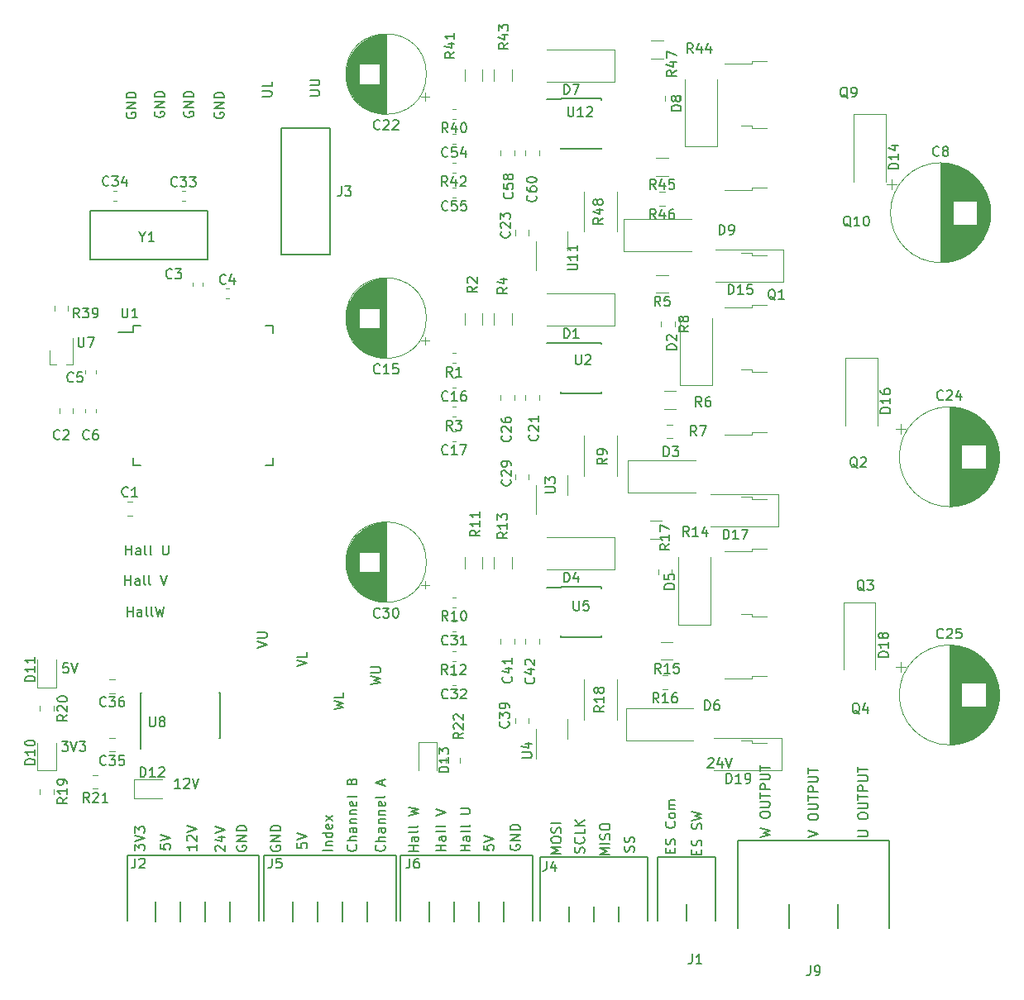
<source format=gbr>
G04 #@! TF.GenerationSoftware,KiCad,Pcbnew,5.0.2+dfsg1-1~bpo9+1*
G04 #@! TF.CreationDate,2020-06-16T21:43:01-06:00*
G04 #@! TF.ProjectId,SCARAMotorFeedbackController,53434152-414d-46f7-946f-724665656462,rev?*
G04 #@! TF.SameCoordinates,Original*
G04 #@! TF.FileFunction,Legend,Top*
G04 #@! TF.FilePolarity,Positive*
%FSLAX46Y46*%
G04 Gerber Fmt 4.6, Leading zero omitted, Abs format (unit mm)*
G04 Created by KiCad (PCBNEW 5.0.2+dfsg1-1~bpo9+1) date Tue 16 Jun 2020 09:43:01 PM MDT*
%MOMM*%
%LPD*%
G01*
G04 APERTURE LIST*
%ADD10C,0.150000*%
%ADD11C,0.120000*%
G04 APERTURE END LIST*
D10*
X70209523Y16852380D02*
X70257142Y16900000D01*
X70352380Y16947619D01*
X70590476Y16947619D01*
X70685714Y16900000D01*
X70733333Y16852380D01*
X70780952Y16757142D01*
X70780952Y16661904D01*
X70733333Y16519047D01*
X70161904Y15947619D01*
X70780952Y15947619D01*
X71638095Y16614285D02*
X71638095Y15947619D01*
X71400000Y16995238D02*
X71161904Y16280952D01*
X71780952Y16280952D01*
X72019047Y16947619D02*
X72352380Y15947619D01*
X72685714Y16947619D01*
X16180952Y13847619D02*
X15609523Y13847619D01*
X15895238Y13847619D02*
X15895238Y14847619D01*
X15800000Y14704761D01*
X15704761Y14609523D01*
X15609523Y14561904D01*
X16561904Y14752380D02*
X16609523Y14800000D01*
X16704761Y14847619D01*
X16942857Y14847619D01*
X17038095Y14800000D01*
X17085714Y14752380D01*
X17133333Y14657142D01*
X17133333Y14561904D01*
X17085714Y14419047D01*
X16514285Y13847619D01*
X17133333Y13847619D01*
X17419047Y14847619D02*
X17752380Y13847619D01*
X18085714Y14847619D01*
X4709523Y26647619D02*
X4233333Y26647619D01*
X4185714Y26171428D01*
X4233333Y26219047D01*
X4328571Y26266666D01*
X4566666Y26266666D01*
X4661904Y26219047D01*
X4709523Y26171428D01*
X4757142Y26076190D01*
X4757142Y25838095D01*
X4709523Y25742857D01*
X4661904Y25695238D01*
X4566666Y25647619D01*
X4328571Y25647619D01*
X4233333Y25695238D01*
X4185714Y25742857D01*
X5042857Y26647619D02*
X5376190Y25647619D01*
X5709523Y26647619D01*
X4061904Y18647619D02*
X4680952Y18647619D01*
X4347619Y18266666D01*
X4490476Y18266666D01*
X4585714Y18219047D01*
X4633333Y18171428D01*
X4680952Y18076190D01*
X4680952Y17838095D01*
X4633333Y17742857D01*
X4585714Y17695238D01*
X4490476Y17647619D01*
X4204761Y17647619D01*
X4109523Y17695238D01*
X4061904Y17742857D01*
X4966666Y18647619D02*
X5300000Y17647619D01*
X5633333Y18647619D01*
X5871428Y18647619D02*
X6490476Y18647619D01*
X6157142Y18266666D01*
X6300000Y18266666D01*
X6395238Y18219047D01*
X6442857Y18171428D01*
X6490476Y18076190D01*
X6490476Y17838095D01*
X6442857Y17742857D01*
X6395238Y17695238D01*
X6300000Y17647619D01*
X6014285Y17647619D01*
X5919047Y17695238D01*
X5871428Y17742857D01*
X85552380Y8900000D02*
X86361904Y8900000D01*
X86457142Y8947619D01*
X86504761Y8995238D01*
X86552380Y9090476D01*
X86552380Y9280952D01*
X86504761Y9376190D01*
X86457142Y9423809D01*
X86361904Y9471428D01*
X85552380Y9471428D01*
X85552380Y10900000D02*
X85552380Y11090476D01*
X85600000Y11185714D01*
X85695238Y11280952D01*
X85885714Y11328571D01*
X86219047Y11328571D01*
X86409523Y11280952D01*
X86504761Y11185714D01*
X86552380Y11090476D01*
X86552380Y10900000D01*
X86504761Y10804761D01*
X86409523Y10709523D01*
X86219047Y10661904D01*
X85885714Y10661904D01*
X85695238Y10709523D01*
X85600000Y10804761D01*
X85552380Y10900000D01*
X85552380Y11757142D02*
X86361904Y11757142D01*
X86457142Y11804761D01*
X86504761Y11852380D01*
X86552380Y11947619D01*
X86552380Y12138095D01*
X86504761Y12233333D01*
X86457142Y12280952D01*
X86361904Y12328571D01*
X85552380Y12328571D01*
X85552380Y12661904D02*
X85552380Y13233333D01*
X86552380Y12947619D02*
X85552380Y12947619D01*
X86552380Y13566666D02*
X85552380Y13566666D01*
X85552380Y13947619D01*
X85600000Y14042857D01*
X85647619Y14090476D01*
X85742857Y14138095D01*
X85885714Y14138095D01*
X85980952Y14090476D01*
X86028571Y14042857D01*
X86076190Y13947619D01*
X86076190Y13566666D01*
X85552380Y14566666D02*
X86361904Y14566666D01*
X86457142Y14614285D01*
X86504761Y14661904D01*
X86552380Y14757142D01*
X86552380Y14947619D01*
X86504761Y15042857D01*
X86457142Y15090476D01*
X86361904Y15138095D01*
X85552380Y15138095D01*
X85552380Y15471428D02*
X85552380Y16042857D01*
X86552380Y15757142D02*
X85552380Y15757142D01*
X80452380Y8852380D02*
X81452380Y9185714D01*
X80452380Y9519047D01*
X80452380Y10804761D02*
X80452380Y10995238D01*
X80500000Y11090476D01*
X80595238Y11185714D01*
X80785714Y11233333D01*
X81119047Y11233333D01*
X81309523Y11185714D01*
X81404761Y11090476D01*
X81452380Y10995238D01*
X81452380Y10804761D01*
X81404761Y10709523D01*
X81309523Y10614285D01*
X81119047Y10566666D01*
X80785714Y10566666D01*
X80595238Y10614285D01*
X80500000Y10709523D01*
X80452380Y10804761D01*
X80452380Y11661904D02*
X81261904Y11661904D01*
X81357142Y11709523D01*
X81404761Y11757142D01*
X81452380Y11852380D01*
X81452380Y12042857D01*
X81404761Y12138095D01*
X81357142Y12185714D01*
X81261904Y12233333D01*
X80452380Y12233333D01*
X80452380Y12566666D02*
X80452380Y13138095D01*
X81452380Y12852380D02*
X80452380Y12852380D01*
X81452380Y13471428D02*
X80452380Y13471428D01*
X80452380Y13852380D01*
X80500000Y13947619D01*
X80547619Y13995238D01*
X80642857Y14042857D01*
X80785714Y14042857D01*
X80880952Y13995238D01*
X80928571Y13947619D01*
X80976190Y13852380D01*
X80976190Y13471428D01*
X80452380Y14471428D02*
X81261904Y14471428D01*
X81357142Y14519047D01*
X81404761Y14566666D01*
X81452380Y14661904D01*
X81452380Y14852380D01*
X81404761Y14947619D01*
X81357142Y14995238D01*
X81261904Y15042857D01*
X80452380Y15042857D01*
X80452380Y15376190D02*
X80452380Y15947619D01*
X81452380Y15661904D02*
X80452380Y15661904D01*
X75552380Y8857142D02*
X76552380Y9095238D01*
X75838095Y9285714D01*
X76552380Y9476190D01*
X75552380Y9714285D01*
X75552380Y11047619D02*
X75552380Y11238095D01*
X75600000Y11333333D01*
X75695238Y11428571D01*
X75885714Y11476190D01*
X76219047Y11476190D01*
X76409523Y11428571D01*
X76504761Y11333333D01*
X76552380Y11238095D01*
X76552380Y11047619D01*
X76504761Y10952380D01*
X76409523Y10857142D01*
X76219047Y10809523D01*
X75885714Y10809523D01*
X75695238Y10857142D01*
X75600000Y10952380D01*
X75552380Y11047619D01*
X75552380Y11904761D02*
X76361904Y11904761D01*
X76457142Y11952380D01*
X76504761Y12000000D01*
X76552380Y12095238D01*
X76552380Y12285714D01*
X76504761Y12380952D01*
X76457142Y12428571D01*
X76361904Y12476190D01*
X75552380Y12476190D01*
X75552380Y12809523D02*
X75552380Y13380952D01*
X76552380Y13095238D02*
X75552380Y13095238D01*
X76552380Y13714285D02*
X75552380Y13714285D01*
X75552380Y14095238D01*
X75600000Y14190476D01*
X75647619Y14238095D01*
X75742857Y14285714D01*
X75885714Y14285714D01*
X75980952Y14238095D01*
X76028571Y14190476D01*
X76076190Y14095238D01*
X76076190Y13714285D01*
X75552380Y14714285D02*
X76361904Y14714285D01*
X76457142Y14761904D01*
X76504761Y14809523D01*
X76552380Y14904761D01*
X76552380Y15095238D01*
X76504761Y15190476D01*
X76457142Y15238095D01*
X76361904Y15285714D01*
X75552380Y15285714D01*
X75552380Y15619047D02*
X75552380Y16190476D01*
X76552380Y15904761D02*
X75552380Y15904761D01*
X69028571Y7080952D02*
X69028571Y7414285D01*
X69552380Y7557142D02*
X69552380Y7080952D01*
X68552380Y7080952D01*
X68552380Y7557142D01*
X69504761Y7938095D02*
X69552380Y8080952D01*
X69552380Y8319047D01*
X69504761Y8414285D01*
X69457142Y8461904D01*
X69361904Y8509523D01*
X69266666Y8509523D01*
X69171428Y8461904D01*
X69123809Y8414285D01*
X69076190Y8319047D01*
X69028571Y8128571D01*
X68980952Y8033333D01*
X68933333Y7985714D01*
X68838095Y7938095D01*
X68742857Y7938095D01*
X68647619Y7985714D01*
X68600000Y8033333D01*
X68552380Y8128571D01*
X68552380Y8366666D01*
X68600000Y8509523D01*
X69504761Y9652380D02*
X69552380Y9795238D01*
X69552380Y10033333D01*
X69504761Y10128571D01*
X69457142Y10176190D01*
X69361904Y10223809D01*
X69266666Y10223809D01*
X69171428Y10176190D01*
X69123809Y10128571D01*
X69076190Y10033333D01*
X69028571Y9842857D01*
X68980952Y9747619D01*
X68933333Y9700000D01*
X68838095Y9652380D01*
X68742857Y9652380D01*
X68647619Y9700000D01*
X68600000Y9747619D01*
X68552380Y9842857D01*
X68552380Y10080952D01*
X68600000Y10223809D01*
X68552380Y10557142D02*
X69552380Y10795238D01*
X68838095Y10985714D01*
X69552380Y11176190D01*
X68552380Y11414285D01*
X66328571Y7209523D02*
X66328571Y7542857D01*
X66852380Y7685714D02*
X66852380Y7209523D01*
X65852380Y7209523D01*
X65852380Y7685714D01*
X66804761Y8066666D02*
X66852380Y8209523D01*
X66852380Y8447619D01*
X66804761Y8542857D01*
X66757142Y8590476D01*
X66661904Y8638095D01*
X66566666Y8638095D01*
X66471428Y8590476D01*
X66423809Y8542857D01*
X66376190Y8447619D01*
X66328571Y8257142D01*
X66280952Y8161904D01*
X66233333Y8114285D01*
X66138095Y8066666D01*
X66042857Y8066666D01*
X65947619Y8114285D01*
X65900000Y8161904D01*
X65852380Y8257142D01*
X65852380Y8495238D01*
X65900000Y8638095D01*
X66757142Y10400000D02*
X66804761Y10352380D01*
X66852380Y10209523D01*
X66852380Y10114285D01*
X66804761Y9971428D01*
X66709523Y9876190D01*
X66614285Y9828571D01*
X66423809Y9780952D01*
X66280952Y9780952D01*
X66090476Y9828571D01*
X65995238Y9876190D01*
X65900000Y9971428D01*
X65852380Y10114285D01*
X65852380Y10209523D01*
X65900000Y10352380D01*
X65947619Y10400000D01*
X66852380Y10971428D02*
X66804761Y10876190D01*
X66757142Y10828571D01*
X66661904Y10780952D01*
X66376190Y10780952D01*
X66280952Y10828571D01*
X66233333Y10876190D01*
X66185714Y10971428D01*
X66185714Y11114285D01*
X66233333Y11209523D01*
X66280952Y11257142D01*
X66376190Y11304761D01*
X66661904Y11304761D01*
X66757142Y11257142D01*
X66804761Y11209523D01*
X66852380Y11114285D01*
X66852380Y10971428D01*
X66852380Y11733333D02*
X66185714Y11733333D01*
X66280952Y11733333D02*
X66233333Y11780952D01*
X66185714Y11876190D01*
X66185714Y12019047D01*
X66233333Y12114285D01*
X66328571Y12161904D01*
X66852380Y12161904D01*
X66328571Y12161904D02*
X66233333Y12209523D01*
X66185714Y12304761D01*
X66185714Y12447619D01*
X66233333Y12542857D01*
X66328571Y12590476D01*
X66852380Y12590476D01*
X62604761Y7338095D02*
X62652380Y7480952D01*
X62652380Y7719047D01*
X62604761Y7814285D01*
X62557142Y7861904D01*
X62461904Y7909523D01*
X62366666Y7909523D01*
X62271428Y7861904D01*
X62223809Y7814285D01*
X62176190Y7719047D01*
X62128571Y7528571D01*
X62080952Y7433333D01*
X62033333Y7385714D01*
X61938095Y7338095D01*
X61842857Y7338095D01*
X61747619Y7385714D01*
X61700000Y7433333D01*
X61652380Y7528571D01*
X61652380Y7766666D01*
X61700000Y7909523D01*
X62604761Y8290476D02*
X62652380Y8433333D01*
X62652380Y8671428D01*
X62604761Y8766666D01*
X62557142Y8814285D01*
X62461904Y8861904D01*
X62366666Y8861904D01*
X62271428Y8814285D01*
X62223809Y8766666D01*
X62176190Y8671428D01*
X62128571Y8480952D01*
X62080952Y8385714D01*
X62033333Y8338095D01*
X61938095Y8290476D01*
X61842857Y8290476D01*
X61747619Y8338095D01*
X61700000Y8385714D01*
X61652380Y8480952D01*
X61652380Y8719047D01*
X61700000Y8861904D01*
X60152380Y7028571D02*
X59152380Y7028571D01*
X59866666Y7361904D01*
X59152380Y7695238D01*
X60152380Y7695238D01*
X60152380Y8171428D02*
X59152380Y8171428D01*
X60104761Y8600000D02*
X60152380Y8742857D01*
X60152380Y8980952D01*
X60104761Y9076190D01*
X60057142Y9123809D01*
X59961904Y9171428D01*
X59866666Y9171428D01*
X59771428Y9123809D01*
X59723809Y9076190D01*
X59676190Y8980952D01*
X59628571Y8790476D01*
X59580952Y8695238D01*
X59533333Y8647619D01*
X59438095Y8600000D01*
X59342857Y8600000D01*
X59247619Y8647619D01*
X59200000Y8695238D01*
X59152380Y8790476D01*
X59152380Y9028571D01*
X59200000Y9171428D01*
X59152380Y9790476D02*
X59152380Y9980952D01*
X59200000Y10076190D01*
X59295238Y10171428D01*
X59485714Y10219047D01*
X59819047Y10219047D01*
X60009523Y10171428D01*
X60104761Y10076190D01*
X60152380Y9980952D01*
X60152380Y9790476D01*
X60104761Y9695238D01*
X60009523Y9600000D01*
X59819047Y9552380D01*
X59485714Y9552380D01*
X59295238Y9600000D01*
X59200000Y9695238D01*
X59152380Y9790476D01*
X57504761Y7209523D02*
X57552380Y7352380D01*
X57552380Y7590476D01*
X57504761Y7685714D01*
X57457142Y7733333D01*
X57361904Y7780952D01*
X57266666Y7780952D01*
X57171428Y7733333D01*
X57123809Y7685714D01*
X57076190Y7590476D01*
X57028571Y7400000D01*
X56980952Y7304761D01*
X56933333Y7257142D01*
X56838095Y7209523D01*
X56742857Y7209523D01*
X56647619Y7257142D01*
X56600000Y7304761D01*
X56552380Y7400000D01*
X56552380Y7638095D01*
X56600000Y7780952D01*
X57457142Y8780952D02*
X57504761Y8733333D01*
X57552380Y8590476D01*
X57552380Y8495238D01*
X57504761Y8352380D01*
X57409523Y8257142D01*
X57314285Y8209523D01*
X57123809Y8161904D01*
X56980952Y8161904D01*
X56790476Y8209523D01*
X56695238Y8257142D01*
X56600000Y8352380D01*
X56552380Y8495238D01*
X56552380Y8590476D01*
X56600000Y8733333D01*
X56647619Y8780952D01*
X57552380Y9685714D02*
X57552380Y9209523D01*
X56552380Y9209523D01*
X57552380Y10019047D02*
X56552380Y10019047D01*
X57552380Y10590476D02*
X56980952Y10161904D01*
X56552380Y10590476D02*
X57123809Y10019047D01*
X55152380Y7128571D02*
X54152380Y7128571D01*
X54866666Y7461904D01*
X54152380Y7795238D01*
X55152380Y7795238D01*
X54152380Y8461904D02*
X54152380Y8652380D01*
X54200000Y8747619D01*
X54295238Y8842857D01*
X54485714Y8890476D01*
X54819047Y8890476D01*
X55009523Y8842857D01*
X55104761Y8747619D01*
X55152380Y8652380D01*
X55152380Y8461904D01*
X55104761Y8366666D01*
X55009523Y8271428D01*
X54819047Y8223809D01*
X54485714Y8223809D01*
X54295238Y8271428D01*
X54200000Y8366666D01*
X54152380Y8461904D01*
X55104761Y9271428D02*
X55152380Y9414285D01*
X55152380Y9652380D01*
X55104761Y9747619D01*
X55057142Y9795238D01*
X54961904Y9842857D01*
X54866666Y9842857D01*
X54771428Y9795238D01*
X54723809Y9747619D01*
X54676190Y9652380D01*
X54628571Y9461904D01*
X54580952Y9366666D01*
X54533333Y9319047D01*
X54438095Y9271428D01*
X54342857Y9271428D01*
X54247619Y9319047D01*
X54200000Y9366666D01*
X54152380Y9461904D01*
X54152380Y9700000D01*
X54200000Y9842857D01*
X55152380Y10271428D02*
X54152380Y10271428D01*
X50000000Y8038095D02*
X49952380Y7942857D01*
X49952380Y7800000D01*
X50000000Y7657142D01*
X50095238Y7561904D01*
X50190476Y7514285D01*
X50380952Y7466666D01*
X50523809Y7466666D01*
X50714285Y7514285D01*
X50809523Y7561904D01*
X50904761Y7657142D01*
X50952380Y7800000D01*
X50952380Y7895238D01*
X50904761Y8038095D01*
X50857142Y8085714D01*
X50523809Y8085714D01*
X50523809Y7895238D01*
X50952380Y8514285D02*
X49952380Y8514285D01*
X50952380Y9085714D01*
X49952380Y9085714D01*
X50952380Y9561904D02*
X49952380Y9561904D01*
X49952380Y9800000D01*
X50000000Y9942857D01*
X50095238Y10038095D01*
X50190476Y10085714D01*
X50380952Y10133333D01*
X50523809Y10133333D01*
X50714285Y10085714D01*
X50809523Y10038095D01*
X50904761Y9942857D01*
X50952380Y9800000D01*
X50952380Y9561904D01*
X47252380Y8009523D02*
X47252380Y7533333D01*
X47728571Y7485714D01*
X47680952Y7533333D01*
X47633333Y7628571D01*
X47633333Y7866666D01*
X47680952Y7961904D01*
X47728571Y8009523D01*
X47823809Y8057142D01*
X48061904Y8057142D01*
X48157142Y8009523D01*
X48204761Y7961904D01*
X48252380Y7866666D01*
X48252380Y7628571D01*
X48204761Y7533333D01*
X48157142Y7485714D01*
X47252380Y8342857D02*
X48252380Y8676190D01*
X47252380Y9009523D01*
X45852380Y7433333D02*
X44852380Y7433333D01*
X45328571Y7433333D02*
X45328571Y8004761D01*
X45852380Y8004761D02*
X44852380Y8004761D01*
X45852380Y8909523D02*
X45328571Y8909523D01*
X45233333Y8861904D01*
X45185714Y8766666D01*
X45185714Y8576190D01*
X45233333Y8480952D01*
X45804761Y8909523D02*
X45852380Y8814285D01*
X45852380Y8576190D01*
X45804761Y8480952D01*
X45709523Y8433333D01*
X45614285Y8433333D01*
X45519047Y8480952D01*
X45471428Y8576190D01*
X45471428Y8814285D01*
X45423809Y8909523D01*
X45852380Y9528571D02*
X45804761Y9433333D01*
X45709523Y9385714D01*
X44852380Y9385714D01*
X45852380Y10052380D02*
X45804761Y9957142D01*
X45709523Y9909523D01*
X44852380Y9909523D01*
X44852380Y11195238D02*
X45661904Y11195238D01*
X45757142Y11242857D01*
X45804761Y11290476D01*
X45852380Y11385714D01*
X45852380Y11576190D01*
X45804761Y11671428D01*
X45757142Y11719047D01*
X45661904Y11766666D01*
X44852380Y11766666D01*
X43352380Y7428571D02*
X42352380Y7428571D01*
X42828571Y7428571D02*
X42828571Y8000000D01*
X43352380Y8000000D02*
X42352380Y8000000D01*
X43352380Y8904761D02*
X42828571Y8904761D01*
X42733333Y8857142D01*
X42685714Y8761904D01*
X42685714Y8571428D01*
X42733333Y8476190D01*
X43304761Y8904761D02*
X43352380Y8809523D01*
X43352380Y8571428D01*
X43304761Y8476190D01*
X43209523Y8428571D01*
X43114285Y8428571D01*
X43019047Y8476190D01*
X42971428Y8571428D01*
X42971428Y8809523D01*
X42923809Y8904761D01*
X43352380Y9523809D02*
X43304761Y9428571D01*
X43209523Y9380952D01*
X42352380Y9380952D01*
X43352380Y10047619D02*
X43304761Y9952380D01*
X43209523Y9904761D01*
X42352380Y9904761D01*
X42352380Y11047619D02*
X43352380Y11380952D01*
X42352380Y11714285D01*
X40552380Y7385714D02*
X39552380Y7385714D01*
X40028571Y7385714D02*
X40028571Y7957142D01*
X40552380Y7957142D02*
X39552380Y7957142D01*
X40552380Y8861904D02*
X40028571Y8861904D01*
X39933333Y8814285D01*
X39885714Y8719047D01*
X39885714Y8528571D01*
X39933333Y8433333D01*
X40504761Y8861904D02*
X40552380Y8766666D01*
X40552380Y8528571D01*
X40504761Y8433333D01*
X40409523Y8385714D01*
X40314285Y8385714D01*
X40219047Y8433333D01*
X40171428Y8528571D01*
X40171428Y8766666D01*
X40123809Y8861904D01*
X40552380Y9480952D02*
X40504761Y9385714D01*
X40409523Y9338095D01*
X39552380Y9338095D01*
X40552380Y10004761D02*
X40504761Y9909523D01*
X40409523Y9861904D01*
X39552380Y9861904D01*
X39552380Y11052380D02*
X40552380Y11290476D01*
X39838095Y11480952D01*
X40552380Y11671428D01*
X39552380Y11909523D01*
X37057142Y8000000D02*
X37104761Y7952380D01*
X37152380Y7809523D01*
X37152380Y7714285D01*
X37104761Y7571428D01*
X37009523Y7476190D01*
X36914285Y7428571D01*
X36723809Y7380952D01*
X36580952Y7380952D01*
X36390476Y7428571D01*
X36295238Y7476190D01*
X36200000Y7571428D01*
X36152380Y7714285D01*
X36152380Y7809523D01*
X36200000Y7952380D01*
X36247619Y8000000D01*
X37152380Y8428571D02*
X36152380Y8428571D01*
X37152380Y8857142D02*
X36628571Y8857142D01*
X36533333Y8809523D01*
X36485714Y8714285D01*
X36485714Y8571428D01*
X36533333Y8476190D01*
X36580952Y8428571D01*
X37152380Y9761904D02*
X36628571Y9761904D01*
X36533333Y9714285D01*
X36485714Y9619047D01*
X36485714Y9428571D01*
X36533333Y9333333D01*
X37104761Y9761904D02*
X37152380Y9666666D01*
X37152380Y9428571D01*
X37104761Y9333333D01*
X37009523Y9285714D01*
X36914285Y9285714D01*
X36819047Y9333333D01*
X36771428Y9428571D01*
X36771428Y9666666D01*
X36723809Y9761904D01*
X36485714Y10238095D02*
X37152380Y10238095D01*
X36580952Y10238095D02*
X36533333Y10285714D01*
X36485714Y10380952D01*
X36485714Y10523809D01*
X36533333Y10619047D01*
X36628571Y10666666D01*
X37152380Y10666666D01*
X36485714Y11142857D02*
X37152380Y11142857D01*
X36580952Y11142857D02*
X36533333Y11190476D01*
X36485714Y11285714D01*
X36485714Y11428571D01*
X36533333Y11523809D01*
X36628571Y11571428D01*
X37152380Y11571428D01*
X37104761Y12428571D02*
X37152380Y12333333D01*
X37152380Y12142857D01*
X37104761Y12047619D01*
X37009523Y12000000D01*
X36628571Y12000000D01*
X36533333Y12047619D01*
X36485714Y12142857D01*
X36485714Y12333333D01*
X36533333Y12428571D01*
X36628571Y12476190D01*
X36723809Y12476190D01*
X36819047Y12000000D01*
X37152380Y13047619D02*
X37104761Y12952380D01*
X37009523Y12904761D01*
X36152380Y12904761D01*
X36866666Y14142857D02*
X36866666Y14619047D01*
X37152380Y14047619D02*
X36152380Y14380952D01*
X37152380Y14714285D01*
X34157142Y8028571D02*
X34204761Y7980952D01*
X34252380Y7838095D01*
X34252380Y7742857D01*
X34204761Y7600000D01*
X34109523Y7504761D01*
X34014285Y7457142D01*
X33823809Y7409523D01*
X33680952Y7409523D01*
X33490476Y7457142D01*
X33395238Y7504761D01*
X33300000Y7600000D01*
X33252380Y7742857D01*
X33252380Y7838095D01*
X33300000Y7980952D01*
X33347619Y8028571D01*
X34252380Y8457142D02*
X33252380Y8457142D01*
X34252380Y8885714D02*
X33728571Y8885714D01*
X33633333Y8838095D01*
X33585714Y8742857D01*
X33585714Y8600000D01*
X33633333Y8504761D01*
X33680952Y8457142D01*
X34252380Y9790476D02*
X33728571Y9790476D01*
X33633333Y9742857D01*
X33585714Y9647619D01*
X33585714Y9457142D01*
X33633333Y9361904D01*
X34204761Y9790476D02*
X34252380Y9695238D01*
X34252380Y9457142D01*
X34204761Y9361904D01*
X34109523Y9314285D01*
X34014285Y9314285D01*
X33919047Y9361904D01*
X33871428Y9457142D01*
X33871428Y9695238D01*
X33823809Y9790476D01*
X33585714Y10266666D02*
X34252380Y10266666D01*
X33680952Y10266666D02*
X33633333Y10314285D01*
X33585714Y10409523D01*
X33585714Y10552380D01*
X33633333Y10647619D01*
X33728571Y10695238D01*
X34252380Y10695238D01*
X33585714Y11171428D02*
X34252380Y11171428D01*
X33680952Y11171428D02*
X33633333Y11219047D01*
X33585714Y11314285D01*
X33585714Y11457142D01*
X33633333Y11552380D01*
X33728571Y11600000D01*
X34252380Y11600000D01*
X34204761Y12457142D02*
X34252380Y12361904D01*
X34252380Y12171428D01*
X34204761Y12076190D01*
X34109523Y12028571D01*
X33728571Y12028571D01*
X33633333Y12076190D01*
X33585714Y12171428D01*
X33585714Y12361904D01*
X33633333Y12457142D01*
X33728571Y12504761D01*
X33823809Y12504761D01*
X33919047Y12028571D01*
X34252380Y13076190D02*
X34204761Y12980952D01*
X34109523Y12933333D01*
X33252380Y12933333D01*
X33728571Y14552380D02*
X33776190Y14695238D01*
X33823809Y14742857D01*
X33919047Y14790476D01*
X34061904Y14790476D01*
X34157142Y14742857D01*
X34204761Y14695238D01*
X34252380Y14600000D01*
X34252380Y14219047D01*
X33252380Y14219047D01*
X33252380Y14552380D01*
X33300000Y14647619D01*
X33347619Y14695238D01*
X33442857Y14742857D01*
X33538095Y14742857D01*
X33633333Y14695238D01*
X33680952Y14647619D01*
X33728571Y14552380D01*
X33728571Y14219047D01*
X31752380Y7461904D02*
X30752380Y7461904D01*
X31085714Y7938095D02*
X31752380Y7938095D01*
X31180952Y7938095D02*
X31133333Y7985714D01*
X31085714Y8080952D01*
X31085714Y8223809D01*
X31133333Y8319047D01*
X31228571Y8366666D01*
X31752380Y8366666D01*
X31752380Y9271428D02*
X30752380Y9271428D01*
X31704761Y9271428D02*
X31752380Y9176190D01*
X31752380Y8985714D01*
X31704761Y8890476D01*
X31657142Y8842857D01*
X31561904Y8795238D01*
X31276190Y8795238D01*
X31180952Y8842857D01*
X31133333Y8890476D01*
X31085714Y8985714D01*
X31085714Y9176190D01*
X31133333Y9271428D01*
X31704761Y10128571D02*
X31752380Y10033333D01*
X31752380Y9842857D01*
X31704761Y9747619D01*
X31609523Y9700000D01*
X31228571Y9700000D01*
X31133333Y9747619D01*
X31085714Y9842857D01*
X31085714Y10033333D01*
X31133333Y10128571D01*
X31228571Y10176190D01*
X31323809Y10176190D01*
X31419047Y9700000D01*
X31752380Y10509523D02*
X31085714Y11033333D01*
X31085714Y10509523D02*
X31752380Y11033333D01*
X28152380Y8209523D02*
X28152380Y7733333D01*
X28628571Y7685714D01*
X28580952Y7733333D01*
X28533333Y7828571D01*
X28533333Y8066666D01*
X28580952Y8161904D01*
X28628571Y8209523D01*
X28723809Y8257142D01*
X28961904Y8257142D01*
X29057142Y8209523D01*
X29104761Y8161904D01*
X29152380Y8066666D01*
X29152380Y7828571D01*
X29104761Y7733333D01*
X29057142Y7685714D01*
X28152380Y8542857D02*
X29152380Y8876190D01*
X28152380Y9209523D01*
X25500000Y7938095D02*
X25452380Y7842857D01*
X25452380Y7700000D01*
X25500000Y7557142D01*
X25595238Y7461904D01*
X25690476Y7414285D01*
X25880952Y7366666D01*
X26023809Y7366666D01*
X26214285Y7414285D01*
X26309523Y7461904D01*
X26404761Y7557142D01*
X26452380Y7700000D01*
X26452380Y7795238D01*
X26404761Y7938095D01*
X26357142Y7985714D01*
X26023809Y7985714D01*
X26023809Y7795238D01*
X26452380Y8414285D02*
X25452380Y8414285D01*
X26452380Y8985714D01*
X25452380Y8985714D01*
X26452380Y9461904D02*
X25452380Y9461904D01*
X25452380Y9700000D01*
X25500000Y9842857D01*
X25595238Y9938095D01*
X25690476Y9985714D01*
X25880952Y10033333D01*
X26023809Y10033333D01*
X26214285Y9985714D01*
X26309523Y9938095D01*
X26404761Y9842857D01*
X26452380Y9700000D01*
X26452380Y9461904D01*
X22000000Y7938095D02*
X21952380Y7842857D01*
X21952380Y7700000D01*
X22000000Y7557142D01*
X22095238Y7461904D01*
X22190476Y7414285D01*
X22380952Y7366666D01*
X22523809Y7366666D01*
X22714285Y7414285D01*
X22809523Y7461904D01*
X22904761Y7557142D01*
X22952380Y7700000D01*
X22952380Y7795238D01*
X22904761Y7938095D01*
X22857142Y7985714D01*
X22523809Y7985714D01*
X22523809Y7795238D01*
X22952380Y8414285D02*
X21952380Y8414285D01*
X22952380Y8985714D01*
X21952380Y8985714D01*
X22952380Y9461904D02*
X21952380Y9461904D01*
X21952380Y9700000D01*
X22000000Y9842857D01*
X22095238Y9938095D01*
X22190476Y9985714D01*
X22380952Y10033333D01*
X22523809Y10033333D01*
X22714285Y9985714D01*
X22809523Y9938095D01*
X22904761Y9842857D01*
X22952380Y9700000D01*
X22952380Y9461904D01*
X19847619Y7409523D02*
X19800000Y7457142D01*
X19752380Y7552380D01*
X19752380Y7790476D01*
X19800000Y7885714D01*
X19847619Y7933333D01*
X19942857Y7980952D01*
X20038095Y7980952D01*
X20180952Y7933333D01*
X20752380Y7361904D01*
X20752380Y7980952D01*
X20085714Y8838095D02*
X20752380Y8838095D01*
X19704761Y8600000D02*
X20419047Y8361904D01*
X20419047Y8980952D01*
X19752380Y9219047D02*
X20752380Y9552380D01*
X19752380Y9885714D01*
X17852380Y8080952D02*
X17852380Y7509523D01*
X17852380Y7795238D02*
X16852380Y7795238D01*
X16995238Y7700000D01*
X17090476Y7604761D01*
X17138095Y7509523D01*
X16947619Y8461904D02*
X16900000Y8509523D01*
X16852380Y8604761D01*
X16852380Y8842857D01*
X16900000Y8938095D01*
X16947619Y8985714D01*
X17042857Y9033333D01*
X17138095Y9033333D01*
X17280952Y8985714D01*
X17852380Y8414285D01*
X17852380Y9033333D01*
X16852380Y9319047D02*
X17852380Y9652380D01*
X16852380Y9985714D01*
X14152380Y8109523D02*
X14152380Y7633333D01*
X14628571Y7585714D01*
X14580952Y7633333D01*
X14533333Y7728571D01*
X14533333Y7966666D01*
X14580952Y8061904D01*
X14628571Y8109523D01*
X14723809Y8157142D01*
X14961904Y8157142D01*
X15057142Y8109523D01*
X15104761Y8061904D01*
X15152380Y7966666D01*
X15152380Y7728571D01*
X15104761Y7633333D01*
X15057142Y7585714D01*
X14152380Y8442857D02*
X15152380Y8776190D01*
X14152380Y9109523D01*
X11552380Y7461904D02*
X11552380Y8080952D01*
X11933333Y7747619D01*
X11933333Y7890476D01*
X11980952Y7985714D01*
X12028571Y8033333D01*
X12123809Y8080952D01*
X12361904Y8080952D01*
X12457142Y8033333D01*
X12504761Y7985714D01*
X12552380Y7890476D01*
X12552380Y7604761D01*
X12504761Y7509523D01*
X12457142Y7461904D01*
X11552380Y8366666D02*
X12552380Y8700000D01*
X11552380Y9033333D01*
X11552380Y9271428D02*
X11552380Y9890476D01*
X11933333Y9557142D01*
X11933333Y9700000D01*
X11980952Y9795238D01*
X12028571Y9842857D01*
X12123809Y9890476D01*
X12361904Y9890476D01*
X12457142Y9842857D01*
X12504761Y9795238D01*
X12552380Y9700000D01*
X12552380Y9414285D01*
X12504761Y9319047D01*
X12457142Y9271428D01*
D11*
G04 #@! TO.C,C1*
X10738748Y41790000D02*
X11261252Y41790000D01*
X10738748Y43210000D02*
X11261252Y43210000D01*
G04 #@! TO.C,C2*
X3790000Y52238748D02*
X3790000Y52761252D01*
X5210000Y52238748D02*
X5210000Y52761252D01*
G04 #@! TO.C,C3*
X18510000Y65328733D02*
X18510000Y65671267D01*
X17490000Y65328733D02*
X17490000Y65671267D01*
G04 #@! TO.C,C4*
X20828733Y65010000D02*
X21171267Y65010000D01*
X20828733Y63990000D02*
X21171267Y63990000D01*
G04 #@! TO.C,C5*
X7510000Y56671267D02*
X7510000Y56328733D01*
X6490000Y56671267D02*
X6490000Y56328733D01*
G04 #@! TO.C,C6*
X6490000Y52328733D02*
X6490000Y52671267D01*
X7510000Y52328733D02*
X7510000Y52671267D01*
D10*
G04 #@! TO.C,U1*
X11380001Y61199999D02*
X11380001Y60549999D01*
X25630001Y61199999D02*
X25630001Y60439999D01*
X25630001Y46949999D02*
X25630001Y47709999D01*
X11380001Y46949999D02*
X11380001Y47709999D01*
X11380001Y61199999D02*
X12140001Y61199999D01*
X11380001Y46949999D02*
X12140001Y46949999D01*
X25630001Y46949999D02*
X24870001Y46949999D01*
X25630001Y61199999D02*
X24870001Y61199999D01*
X11380001Y60549999D02*
X9855001Y60549999D01*
D11*
G04 #@! TO.C,C33*
X16328733Y75010000D02*
X16671267Y75010000D01*
X16328733Y73990000D02*
X16671267Y73990000D01*
G04 #@! TO.C,C34*
X9671267Y75010000D02*
X9328733Y75010000D01*
X9671267Y73990000D02*
X9328733Y73990000D01*
D10*
G04 #@! TO.C,J3*
X31500000Y68500000D02*
X31500000Y75000000D01*
X26500000Y68500000D02*
X31500000Y68500000D01*
X26500000Y81500000D02*
X26500000Y68500000D01*
X31500000Y81500000D02*
X26500000Y81500000D01*
X31500000Y75000000D02*
X31500000Y81500000D01*
G04 #@! TO.C,J2*
X24250000Y250000D02*
X24250000Y7000000D01*
X24250000Y7000000D02*
X10750000Y7000000D01*
X10750000Y7000000D02*
X10750000Y250000D01*
X13690000Y198000D02*
X13690000Y2230000D01*
X16230000Y198000D02*
X16230000Y2230000D01*
X18770000Y198000D02*
X18770000Y2230000D01*
X21310000Y198000D02*
X21310000Y2230000D01*
G04 #@! TO.C,J5*
X35310000Y198000D02*
X35310000Y2230000D01*
X32770000Y198000D02*
X32770000Y2230000D01*
X30230000Y198000D02*
X30230000Y2230000D01*
X27690000Y198000D02*
X27690000Y2230000D01*
X24750000Y7000000D02*
X24750000Y250000D01*
X38250000Y7000000D02*
X24750000Y7000000D01*
X38250000Y250000D02*
X38250000Y7000000D01*
G04 #@! TO.C,J6*
X52250000Y250000D02*
X52250000Y7000000D01*
X52250000Y7000000D02*
X38750000Y7000000D01*
X38750000Y7000000D02*
X38750000Y250000D01*
X41690000Y198000D02*
X41690000Y2230000D01*
X44230000Y198000D02*
X44230000Y2230000D01*
X46770000Y198000D02*
X46770000Y2230000D01*
X49310000Y198000D02*
X49310000Y2230000D01*
G04 #@! TO.C,J4*
X64000000Y250000D02*
X64000000Y6750000D01*
X64000000Y6750000D02*
X53000000Y6750000D01*
X53000000Y6750000D02*
X53000000Y250000D01*
X55960000Y1722000D02*
X55960000Y198000D01*
X58500000Y1722000D02*
X58500000Y198000D01*
X61040000Y1722000D02*
X61040000Y198000D01*
D11*
G04 #@! TO.C,R39*
X4710000Y63261252D02*
X4710000Y62738748D01*
X3290000Y63261252D02*
X3290000Y62738748D01*
G04 #@! TO.C,U7*
X3500000Y57265000D02*
X2840000Y57265000D01*
X5170000Y57265000D02*
X4500000Y57265000D01*
X5160000Y57265000D02*
X5160000Y60000000D01*
X2840000Y58675000D02*
X2840000Y57265000D01*
D10*
G04 #@! TO.C,U8*
X12175000Y23625000D02*
X12200000Y23625000D01*
X20225000Y23625000D02*
X20200000Y23625000D01*
X20225000Y18975000D02*
X20200000Y18975000D01*
X12125000Y17900000D02*
X12125000Y23625000D01*
X20225000Y18975000D02*
X20225000Y23625000D01*
G04 #@! TO.C,Y1*
X19000000Y68000000D02*
X19000000Y73000000D01*
X19000000Y73000000D02*
X7000000Y73000000D01*
X7000000Y73000000D02*
X7000000Y68000000D01*
X7000000Y68000000D02*
X19000000Y68000000D01*
D11*
G04 #@! TO.C,C39*
X51860000Y21011252D02*
X51860000Y20488748D01*
X50440000Y21011252D02*
X50440000Y20488748D01*
G04 #@! TO.C,C41*
X48990000Y29161252D02*
X48990000Y28638748D01*
X50410000Y29161252D02*
X50410000Y28638748D01*
G04 #@! TO.C,C58*
X50410000Y79161252D02*
X50410000Y78638748D01*
X48990000Y79161252D02*
X48990000Y78638748D01*
G04 #@! TO.C,C60*
X51490000Y79161252D02*
X51490000Y78638748D01*
X52910000Y79161252D02*
X52910000Y78638748D01*
D10*
G04 #@! TO.C,J9*
X83500000Y-500000D02*
X83500000Y2000000D01*
X78500000Y2000000D02*
X78500000Y-500000D01*
X73250000Y8500000D02*
X73250000Y-500000D01*
X88750000Y8500000D02*
X73250000Y8500000D01*
X88750000Y8500000D02*
X88750000Y-500000D01*
D11*
G04 #@! TO.C,Q9*
X74730000Y81720000D02*
X73630000Y81720000D01*
X74730000Y81450000D02*
X74730000Y81720000D01*
X76230000Y81450000D02*
X74730000Y81450000D01*
X74730000Y88080000D02*
X71900000Y88080000D01*
X74730000Y88350000D02*
X74730000Y88080000D01*
X76230000Y88350000D02*
X74730000Y88350000D01*
G04 #@! TO.C,Q10*
X76230000Y75350000D02*
X74730000Y75350000D01*
X74730000Y75350000D02*
X74730000Y75080000D01*
X74730000Y75080000D02*
X71900000Y75080000D01*
X76230000Y68450000D02*
X74730000Y68450000D01*
X74730000Y68450000D02*
X74730000Y68720000D01*
X74730000Y68720000D02*
X73630000Y68720000D01*
G04 #@! TO.C,R46*
X65761252Y73540000D02*
X65238748Y73540000D01*
X65761252Y74960000D02*
X65238748Y74960000D01*
G04 #@! TO.C,R47*
X65790000Y84761252D02*
X65790000Y84238748D01*
X67210000Y84761252D02*
X67210000Y84238748D01*
G04 #@! TO.C,R48*
X60910000Y70847936D02*
X60910000Y74952064D01*
X57490000Y70847936D02*
X57490000Y74952064D01*
G04 #@! TO.C,U11*
X52580000Y69900000D02*
X52580000Y66900000D01*
X55820000Y70900000D02*
X55820000Y68900000D01*
D10*
G04 #@! TO.C,U12*
X55125000Y84475000D02*
X55125000Y84425000D01*
X59275000Y84475000D02*
X59275000Y84330000D01*
X59275000Y79325000D02*
X59275000Y79470000D01*
X55125000Y79325000D02*
X55125000Y79470000D01*
X55125000Y84475000D02*
X59275000Y84475000D01*
X55125000Y79325000D02*
X59275000Y79325000D01*
X55125000Y84425000D02*
X53725000Y84425000D01*
D11*
G04 #@! TO.C,C15*
X41259698Y59285000D02*
X41259698Y60085000D01*
X41659698Y59685000D02*
X40859698Y59685000D01*
X33169000Y61467000D02*
X33169000Y62533000D01*
X33209000Y61232000D02*
X33209000Y62768000D01*
X33249000Y61052000D02*
X33249000Y62948000D01*
X33289000Y60902000D02*
X33289000Y63098000D01*
X33329000Y60771000D02*
X33329000Y63229000D01*
X33369000Y60654000D02*
X33369000Y63346000D01*
X33409000Y60547000D02*
X33409000Y63453000D01*
X33449000Y60448000D02*
X33449000Y63552000D01*
X33489000Y60355000D02*
X33489000Y63645000D01*
X33529000Y60269000D02*
X33529000Y63731000D01*
X33569000Y60187000D02*
X33569000Y63813000D01*
X33609000Y60110000D02*
X33609000Y63890000D01*
X33649000Y60036000D02*
X33649000Y63964000D01*
X33689000Y59966000D02*
X33689000Y64034000D01*
X33729000Y59898000D02*
X33729000Y64102000D01*
X33769000Y59834000D02*
X33769000Y64166000D01*
X33809000Y59772000D02*
X33809000Y64228000D01*
X33849000Y59713000D02*
X33849000Y64287000D01*
X33889000Y59655000D02*
X33889000Y64345000D01*
X33929000Y59600000D02*
X33929000Y64400000D01*
X33969000Y59546000D02*
X33969000Y64454000D01*
X34009000Y59495000D02*
X34009000Y64505000D01*
X34049000Y59444000D02*
X34049000Y64556000D01*
X34089000Y59396000D02*
X34089000Y64604000D01*
X34129000Y59349000D02*
X34129000Y64651000D01*
X34169000Y59303000D02*
X34169000Y64697000D01*
X34209000Y59259000D02*
X34209000Y64741000D01*
X34249000Y59216000D02*
X34249000Y64784000D01*
X34289000Y59174000D02*
X34289000Y64826000D01*
X34329000Y59133000D02*
X34329000Y64867000D01*
X34369000Y59093000D02*
X34369000Y64907000D01*
X34409000Y59055000D02*
X34409000Y64945000D01*
X34449000Y59017000D02*
X34449000Y64983000D01*
X34489000Y63040000D02*
X34489000Y65019000D01*
X34489000Y58981000D02*
X34489000Y60960000D01*
X34529000Y63040000D02*
X34529000Y65055000D01*
X34529000Y58945000D02*
X34529000Y60960000D01*
X34569000Y63040000D02*
X34569000Y65090000D01*
X34569000Y58910000D02*
X34569000Y60960000D01*
X34609000Y63040000D02*
X34609000Y65124000D01*
X34609000Y58876000D02*
X34609000Y60960000D01*
X34649000Y63040000D02*
X34649000Y65156000D01*
X34649000Y58844000D02*
X34649000Y60960000D01*
X34689000Y63040000D02*
X34689000Y65189000D01*
X34689000Y58811000D02*
X34689000Y60960000D01*
X34729000Y63040000D02*
X34729000Y65220000D01*
X34729000Y58780000D02*
X34729000Y60960000D01*
X34769000Y63040000D02*
X34769000Y65250000D01*
X34769000Y58750000D02*
X34769000Y60960000D01*
X34809000Y63040000D02*
X34809000Y65280000D01*
X34809000Y58720000D02*
X34809000Y60960000D01*
X34849000Y63040000D02*
X34849000Y65309000D01*
X34849000Y58691000D02*
X34849000Y60960000D01*
X34889000Y63040000D02*
X34889000Y65338000D01*
X34889000Y58662000D02*
X34889000Y60960000D01*
X34929000Y63040000D02*
X34929000Y65365000D01*
X34929000Y58635000D02*
X34929000Y60960000D01*
X34969000Y63040000D02*
X34969000Y65392000D01*
X34969000Y58608000D02*
X34969000Y60960000D01*
X35009000Y63040000D02*
X35009000Y65418000D01*
X35009000Y58582000D02*
X35009000Y60960000D01*
X35049000Y63040000D02*
X35049000Y65444000D01*
X35049000Y58556000D02*
X35049000Y60960000D01*
X35089000Y63040000D02*
X35089000Y65469000D01*
X35089000Y58531000D02*
X35089000Y60960000D01*
X35129000Y63040000D02*
X35129000Y65493000D01*
X35129000Y58507000D02*
X35129000Y60960000D01*
X35169000Y63040000D02*
X35169000Y65517000D01*
X35169000Y58483000D02*
X35169000Y60960000D01*
X35209000Y63040000D02*
X35209000Y65540000D01*
X35209000Y58460000D02*
X35209000Y60960000D01*
X35249000Y63040000D02*
X35249000Y65562000D01*
X35249000Y58438000D02*
X35249000Y60960000D01*
X35289000Y63040000D02*
X35289000Y65584000D01*
X35289000Y58416000D02*
X35289000Y60960000D01*
X35329000Y63040000D02*
X35329000Y65606000D01*
X35329000Y58394000D02*
X35329000Y60960000D01*
X35369000Y63040000D02*
X35369000Y65627000D01*
X35369000Y58373000D02*
X35369000Y60960000D01*
X35409000Y63040000D02*
X35409000Y65647000D01*
X35409000Y58353000D02*
X35409000Y60960000D01*
X35449000Y63040000D02*
X35449000Y65666000D01*
X35449000Y58334000D02*
X35449000Y60960000D01*
X35489000Y63040000D02*
X35489000Y65686000D01*
X35489000Y58314000D02*
X35489000Y60960000D01*
X35529000Y63040000D02*
X35529000Y65704000D01*
X35529000Y58296000D02*
X35529000Y60960000D01*
X35569000Y63040000D02*
X35569000Y65722000D01*
X35569000Y58278000D02*
X35569000Y60960000D01*
X35609000Y63040000D02*
X35609000Y65740000D01*
X35609000Y58260000D02*
X35609000Y60960000D01*
X35649000Y63040000D02*
X35649000Y65757000D01*
X35649000Y58243000D02*
X35649000Y60960000D01*
X35689000Y63040000D02*
X35689000Y65774000D01*
X35689000Y58226000D02*
X35689000Y60960000D01*
X35729000Y63040000D02*
X35729000Y65790000D01*
X35729000Y58210000D02*
X35729000Y60960000D01*
X35769000Y63040000D02*
X35769000Y65805000D01*
X35769000Y58195000D02*
X35769000Y60960000D01*
X35809000Y63040000D02*
X35809000Y65821000D01*
X35809000Y58179000D02*
X35809000Y60960000D01*
X35849000Y63040000D02*
X35849000Y65835000D01*
X35849000Y58165000D02*
X35849000Y60960000D01*
X35889000Y63040000D02*
X35889000Y65850000D01*
X35889000Y58150000D02*
X35889000Y60960000D01*
X35929000Y63040000D02*
X35929000Y65863000D01*
X35929000Y58137000D02*
X35929000Y60960000D01*
X35969000Y63040000D02*
X35969000Y65877000D01*
X35969000Y58123000D02*
X35969000Y60960000D01*
X36009000Y63040000D02*
X36009000Y65889000D01*
X36009000Y58111000D02*
X36009000Y60960000D01*
X36049000Y63040000D02*
X36049000Y65902000D01*
X36049000Y58098000D02*
X36049000Y60960000D01*
X36089000Y63040000D02*
X36089000Y65914000D01*
X36089000Y58086000D02*
X36089000Y60960000D01*
X36129000Y63040000D02*
X36129000Y65925000D01*
X36129000Y58075000D02*
X36129000Y60960000D01*
X36169000Y63040000D02*
X36169000Y65936000D01*
X36169000Y58064000D02*
X36169000Y60960000D01*
X36209000Y63040000D02*
X36209000Y65947000D01*
X36209000Y58053000D02*
X36209000Y60960000D01*
X36249000Y63040000D02*
X36249000Y65957000D01*
X36249000Y58043000D02*
X36249000Y60960000D01*
X36289000Y63040000D02*
X36289000Y65967000D01*
X36289000Y58033000D02*
X36289000Y60960000D01*
X36329000Y63040000D02*
X36329000Y65976000D01*
X36329000Y58024000D02*
X36329000Y60960000D01*
X36369000Y63040000D02*
X36369000Y65985000D01*
X36369000Y58015000D02*
X36369000Y60960000D01*
X36409000Y63040000D02*
X36409000Y65994000D01*
X36409000Y58006000D02*
X36409000Y60960000D01*
X36449000Y63040000D02*
X36449000Y66002000D01*
X36449000Y57998000D02*
X36449000Y60960000D01*
X36489000Y63040000D02*
X36489000Y66010000D01*
X36489000Y57990000D02*
X36489000Y60960000D01*
X36529000Y63040000D02*
X36529000Y66017000D01*
X36529000Y57983000D02*
X36529000Y60960000D01*
X36570000Y57976000D02*
X36570000Y66024000D01*
X36610000Y57970000D02*
X36610000Y66030000D01*
X36650000Y57963000D02*
X36650000Y66037000D01*
X36690000Y57958000D02*
X36690000Y66042000D01*
X36730000Y57952000D02*
X36730000Y66048000D01*
X36770000Y57948000D02*
X36770000Y66052000D01*
X36810000Y57943000D02*
X36810000Y66057000D01*
X36850000Y57939000D02*
X36850000Y66061000D01*
X36890000Y57935000D02*
X36890000Y66065000D01*
X36930000Y57932000D02*
X36930000Y66068000D01*
X36970000Y57929000D02*
X36970000Y66071000D01*
X37010000Y57926000D02*
X37010000Y66074000D01*
X37050000Y57924000D02*
X37050000Y66076000D01*
X37090000Y57923000D02*
X37090000Y66077000D01*
X37130000Y57921000D02*
X37130000Y66079000D01*
X37170000Y57920000D02*
X37170000Y66080000D01*
X37210000Y57920000D02*
X37210000Y66080000D01*
X37250000Y57920000D02*
X37250000Y66080000D01*
X41370000Y62000000D02*
G75*
G03X41370000Y62000000I-4120000J0D01*
G01*
G04 #@! TO.C,C21*
X52910000Y54161252D02*
X52910000Y53638748D01*
X51490000Y54161252D02*
X51490000Y53638748D01*
G04 #@! TO.C,C22*
X41370000Y87000000D02*
G75*
G03X41370000Y87000000I-4120000J0D01*
G01*
X37250000Y82920000D02*
X37250000Y91080000D01*
X37210000Y82920000D02*
X37210000Y91080000D01*
X37170000Y82920000D02*
X37170000Y91080000D01*
X37130000Y82921000D02*
X37130000Y91079000D01*
X37090000Y82923000D02*
X37090000Y91077000D01*
X37050000Y82924000D02*
X37050000Y91076000D01*
X37010000Y82926000D02*
X37010000Y91074000D01*
X36970000Y82929000D02*
X36970000Y91071000D01*
X36930000Y82932000D02*
X36930000Y91068000D01*
X36890000Y82935000D02*
X36890000Y91065000D01*
X36850000Y82939000D02*
X36850000Y91061000D01*
X36810000Y82943000D02*
X36810000Y91057000D01*
X36770000Y82948000D02*
X36770000Y91052000D01*
X36730000Y82952000D02*
X36730000Y91048000D01*
X36690000Y82958000D02*
X36690000Y91042000D01*
X36650000Y82963000D02*
X36650000Y91037000D01*
X36610000Y82970000D02*
X36610000Y91030000D01*
X36570000Y82976000D02*
X36570000Y91024000D01*
X36529000Y82983000D02*
X36529000Y85960000D01*
X36529000Y88040000D02*
X36529000Y91017000D01*
X36489000Y82990000D02*
X36489000Y85960000D01*
X36489000Y88040000D02*
X36489000Y91010000D01*
X36449000Y82998000D02*
X36449000Y85960000D01*
X36449000Y88040000D02*
X36449000Y91002000D01*
X36409000Y83006000D02*
X36409000Y85960000D01*
X36409000Y88040000D02*
X36409000Y90994000D01*
X36369000Y83015000D02*
X36369000Y85960000D01*
X36369000Y88040000D02*
X36369000Y90985000D01*
X36329000Y83024000D02*
X36329000Y85960000D01*
X36329000Y88040000D02*
X36329000Y90976000D01*
X36289000Y83033000D02*
X36289000Y85960000D01*
X36289000Y88040000D02*
X36289000Y90967000D01*
X36249000Y83043000D02*
X36249000Y85960000D01*
X36249000Y88040000D02*
X36249000Y90957000D01*
X36209000Y83053000D02*
X36209000Y85960000D01*
X36209000Y88040000D02*
X36209000Y90947000D01*
X36169000Y83064000D02*
X36169000Y85960000D01*
X36169000Y88040000D02*
X36169000Y90936000D01*
X36129000Y83075000D02*
X36129000Y85960000D01*
X36129000Y88040000D02*
X36129000Y90925000D01*
X36089000Y83086000D02*
X36089000Y85960000D01*
X36089000Y88040000D02*
X36089000Y90914000D01*
X36049000Y83098000D02*
X36049000Y85960000D01*
X36049000Y88040000D02*
X36049000Y90902000D01*
X36009000Y83111000D02*
X36009000Y85960000D01*
X36009000Y88040000D02*
X36009000Y90889000D01*
X35969000Y83123000D02*
X35969000Y85960000D01*
X35969000Y88040000D02*
X35969000Y90877000D01*
X35929000Y83137000D02*
X35929000Y85960000D01*
X35929000Y88040000D02*
X35929000Y90863000D01*
X35889000Y83150000D02*
X35889000Y85960000D01*
X35889000Y88040000D02*
X35889000Y90850000D01*
X35849000Y83165000D02*
X35849000Y85960000D01*
X35849000Y88040000D02*
X35849000Y90835000D01*
X35809000Y83179000D02*
X35809000Y85960000D01*
X35809000Y88040000D02*
X35809000Y90821000D01*
X35769000Y83195000D02*
X35769000Y85960000D01*
X35769000Y88040000D02*
X35769000Y90805000D01*
X35729000Y83210000D02*
X35729000Y85960000D01*
X35729000Y88040000D02*
X35729000Y90790000D01*
X35689000Y83226000D02*
X35689000Y85960000D01*
X35689000Y88040000D02*
X35689000Y90774000D01*
X35649000Y83243000D02*
X35649000Y85960000D01*
X35649000Y88040000D02*
X35649000Y90757000D01*
X35609000Y83260000D02*
X35609000Y85960000D01*
X35609000Y88040000D02*
X35609000Y90740000D01*
X35569000Y83278000D02*
X35569000Y85960000D01*
X35569000Y88040000D02*
X35569000Y90722000D01*
X35529000Y83296000D02*
X35529000Y85960000D01*
X35529000Y88040000D02*
X35529000Y90704000D01*
X35489000Y83314000D02*
X35489000Y85960000D01*
X35489000Y88040000D02*
X35489000Y90686000D01*
X35449000Y83334000D02*
X35449000Y85960000D01*
X35449000Y88040000D02*
X35449000Y90666000D01*
X35409000Y83353000D02*
X35409000Y85960000D01*
X35409000Y88040000D02*
X35409000Y90647000D01*
X35369000Y83373000D02*
X35369000Y85960000D01*
X35369000Y88040000D02*
X35369000Y90627000D01*
X35329000Y83394000D02*
X35329000Y85960000D01*
X35329000Y88040000D02*
X35329000Y90606000D01*
X35289000Y83416000D02*
X35289000Y85960000D01*
X35289000Y88040000D02*
X35289000Y90584000D01*
X35249000Y83438000D02*
X35249000Y85960000D01*
X35249000Y88040000D02*
X35249000Y90562000D01*
X35209000Y83460000D02*
X35209000Y85960000D01*
X35209000Y88040000D02*
X35209000Y90540000D01*
X35169000Y83483000D02*
X35169000Y85960000D01*
X35169000Y88040000D02*
X35169000Y90517000D01*
X35129000Y83507000D02*
X35129000Y85960000D01*
X35129000Y88040000D02*
X35129000Y90493000D01*
X35089000Y83531000D02*
X35089000Y85960000D01*
X35089000Y88040000D02*
X35089000Y90469000D01*
X35049000Y83556000D02*
X35049000Y85960000D01*
X35049000Y88040000D02*
X35049000Y90444000D01*
X35009000Y83582000D02*
X35009000Y85960000D01*
X35009000Y88040000D02*
X35009000Y90418000D01*
X34969000Y83608000D02*
X34969000Y85960000D01*
X34969000Y88040000D02*
X34969000Y90392000D01*
X34929000Y83635000D02*
X34929000Y85960000D01*
X34929000Y88040000D02*
X34929000Y90365000D01*
X34889000Y83662000D02*
X34889000Y85960000D01*
X34889000Y88040000D02*
X34889000Y90338000D01*
X34849000Y83691000D02*
X34849000Y85960000D01*
X34849000Y88040000D02*
X34849000Y90309000D01*
X34809000Y83720000D02*
X34809000Y85960000D01*
X34809000Y88040000D02*
X34809000Y90280000D01*
X34769000Y83750000D02*
X34769000Y85960000D01*
X34769000Y88040000D02*
X34769000Y90250000D01*
X34729000Y83780000D02*
X34729000Y85960000D01*
X34729000Y88040000D02*
X34729000Y90220000D01*
X34689000Y83811000D02*
X34689000Y85960000D01*
X34689000Y88040000D02*
X34689000Y90189000D01*
X34649000Y83844000D02*
X34649000Y85960000D01*
X34649000Y88040000D02*
X34649000Y90156000D01*
X34609000Y83876000D02*
X34609000Y85960000D01*
X34609000Y88040000D02*
X34609000Y90124000D01*
X34569000Y83910000D02*
X34569000Y85960000D01*
X34569000Y88040000D02*
X34569000Y90090000D01*
X34529000Y83945000D02*
X34529000Y85960000D01*
X34529000Y88040000D02*
X34529000Y90055000D01*
X34489000Y83981000D02*
X34489000Y85960000D01*
X34489000Y88040000D02*
X34489000Y90019000D01*
X34449000Y84017000D02*
X34449000Y89983000D01*
X34409000Y84055000D02*
X34409000Y89945000D01*
X34369000Y84093000D02*
X34369000Y89907000D01*
X34329000Y84133000D02*
X34329000Y89867000D01*
X34289000Y84174000D02*
X34289000Y89826000D01*
X34249000Y84216000D02*
X34249000Y89784000D01*
X34209000Y84259000D02*
X34209000Y89741000D01*
X34169000Y84303000D02*
X34169000Y89697000D01*
X34129000Y84349000D02*
X34129000Y89651000D01*
X34089000Y84396000D02*
X34089000Y89604000D01*
X34049000Y84444000D02*
X34049000Y89556000D01*
X34009000Y84495000D02*
X34009000Y89505000D01*
X33969000Y84546000D02*
X33969000Y89454000D01*
X33929000Y84600000D02*
X33929000Y89400000D01*
X33889000Y84655000D02*
X33889000Y89345000D01*
X33849000Y84713000D02*
X33849000Y89287000D01*
X33809000Y84772000D02*
X33809000Y89228000D01*
X33769000Y84834000D02*
X33769000Y89166000D01*
X33729000Y84898000D02*
X33729000Y89102000D01*
X33689000Y84966000D02*
X33689000Y89034000D01*
X33649000Y85036000D02*
X33649000Y88964000D01*
X33609000Y85110000D02*
X33609000Y88890000D01*
X33569000Y85187000D02*
X33569000Y88813000D01*
X33529000Y85269000D02*
X33529000Y88731000D01*
X33489000Y85355000D02*
X33489000Y88645000D01*
X33449000Y85448000D02*
X33449000Y88552000D01*
X33409000Y85547000D02*
X33409000Y88453000D01*
X33369000Y85654000D02*
X33369000Y88346000D01*
X33329000Y85771000D02*
X33329000Y88229000D01*
X33289000Y85902000D02*
X33289000Y88098000D01*
X33249000Y86052000D02*
X33249000Y87948000D01*
X33209000Y86232000D02*
X33209000Y87768000D01*
X33169000Y86467000D02*
X33169000Y87533000D01*
X41659698Y84685000D02*
X40859698Y84685000D01*
X41259698Y84285000D02*
X41259698Y85085000D01*
G04 #@! TO.C,C23*
X50440000Y71011252D02*
X50440000Y70488748D01*
X51860000Y71011252D02*
X51860000Y70488748D01*
G04 #@! TO.C,C26*
X48990000Y54161252D02*
X48990000Y53638748D01*
X50410000Y54161252D02*
X50410000Y53638748D01*
G04 #@! TO.C,C29*
X51860000Y46011252D02*
X51860000Y45488748D01*
X50440000Y46011252D02*
X50440000Y45488748D01*
G04 #@! TO.C,C30*
X41370000Y37000000D02*
G75*
G03X41370000Y37000000I-4120000J0D01*
G01*
X37250000Y32920000D02*
X37250000Y41080000D01*
X37210000Y32920000D02*
X37210000Y41080000D01*
X37170000Y32920000D02*
X37170000Y41080000D01*
X37130000Y32921000D02*
X37130000Y41079000D01*
X37090000Y32923000D02*
X37090000Y41077000D01*
X37050000Y32924000D02*
X37050000Y41076000D01*
X37010000Y32926000D02*
X37010000Y41074000D01*
X36970000Y32929000D02*
X36970000Y41071000D01*
X36930000Y32932000D02*
X36930000Y41068000D01*
X36890000Y32935000D02*
X36890000Y41065000D01*
X36850000Y32939000D02*
X36850000Y41061000D01*
X36810000Y32943000D02*
X36810000Y41057000D01*
X36770000Y32948000D02*
X36770000Y41052000D01*
X36730000Y32952000D02*
X36730000Y41048000D01*
X36690000Y32958000D02*
X36690000Y41042000D01*
X36650000Y32963000D02*
X36650000Y41037000D01*
X36610000Y32970000D02*
X36610000Y41030000D01*
X36570000Y32976000D02*
X36570000Y41024000D01*
X36529000Y32983000D02*
X36529000Y35960000D01*
X36529000Y38040000D02*
X36529000Y41017000D01*
X36489000Y32990000D02*
X36489000Y35960000D01*
X36489000Y38040000D02*
X36489000Y41010000D01*
X36449000Y32998000D02*
X36449000Y35960000D01*
X36449000Y38040000D02*
X36449000Y41002000D01*
X36409000Y33006000D02*
X36409000Y35960000D01*
X36409000Y38040000D02*
X36409000Y40994000D01*
X36369000Y33015000D02*
X36369000Y35960000D01*
X36369000Y38040000D02*
X36369000Y40985000D01*
X36329000Y33024000D02*
X36329000Y35960000D01*
X36329000Y38040000D02*
X36329000Y40976000D01*
X36289000Y33033000D02*
X36289000Y35960000D01*
X36289000Y38040000D02*
X36289000Y40967000D01*
X36249000Y33043000D02*
X36249000Y35960000D01*
X36249000Y38040000D02*
X36249000Y40957000D01*
X36209000Y33053000D02*
X36209000Y35960000D01*
X36209000Y38040000D02*
X36209000Y40947000D01*
X36169000Y33064000D02*
X36169000Y35960000D01*
X36169000Y38040000D02*
X36169000Y40936000D01*
X36129000Y33075000D02*
X36129000Y35960000D01*
X36129000Y38040000D02*
X36129000Y40925000D01*
X36089000Y33086000D02*
X36089000Y35960000D01*
X36089000Y38040000D02*
X36089000Y40914000D01*
X36049000Y33098000D02*
X36049000Y35960000D01*
X36049000Y38040000D02*
X36049000Y40902000D01*
X36009000Y33111000D02*
X36009000Y35960000D01*
X36009000Y38040000D02*
X36009000Y40889000D01*
X35969000Y33123000D02*
X35969000Y35960000D01*
X35969000Y38040000D02*
X35969000Y40877000D01*
X35929000Y33137000D02*
X35929000Y35960000D01*
X35929000Y38040000D02*
X35929000Y40863000D01*
X35889000Y33150000D02*
X35889000Y35960000D01*
X35889000Y38040000D02*
X35889000Y40850000D01*
X35849000Y33165000D02*
X35849000Y35960000D01*
X35849000Y38040000D02*
X35849000Y40835000D01*
X35809000Y33179000D02*
X35809000Y35960000D01*
X35809000Y38040000D02*
X35809000Y40821000D01*
X35769000Y33195000D02*
X35769000Y35960000D01*
X35769000Y38040000D02*
X35769000Y40805000D01*
X35729000Y33210000D02*
X35729000Y35960000D01*
X35729000Y38040000D02*
X35729000Y40790000D01*
X35689000Y33226000D02*
X35689000Y35960000D01*
X35689000Y38040000D02*
X35689000Y40774000D01*
X35649000Y33243000D02*
X35649000Y35960000D01*
X35649000Y38040000D02*
X35649000Y40757000D01*
X35609000Y33260000D02*
X35609000Y35960000D01*
X35609000Y38040000D02*
X35609000Y40740000D01*
X35569000Y33278000D02*
X35569000Y35960000D01*
X35569000Y38040000D02*
X35569000Y40722000D01*
X35529000Y33296000D02*
X35529000Y35960000D01*
X35529000Y38040000D02*
X35529000Y40704000D01*
X35489000Y33314000D02*
X35489000Y35960000D01*
X35489000Y38040000D02*
X35489000Y40686000D01*
X35449000Y33334000D02*
X35449000Y35960000D01*
X35449000Y38040000D02*
X35449000Y40666000D01*
X35409000Y33353000D02*
X35409000Y35960000D01*
X35409000Y38040000D02*
X35409000Y40647000D01*
X35369000Y33373000D02*
X35369000Y35960000D01*
X35369000Y38040000D02*
X35369000Y40627000D01*
X35329000Y33394000D02*
X35329000Y35960000D01*
X35329000Y38040000D02*
X35329000Y40606000D01*
X35289000Y33416000D02*
X35289000Y35960000D01*
X35289000Y38040000D02*
X35289000Y40584000D01*
X35249000Y33438000D02*
X35249000Y35960000D01*
X35249000Y38040000D02*
X35249000Y40562000D01*
X35209000Y33460000D02*
X35209000Y35960000D01*
X35209000Y38040000D02*
X35209000Y40540000D01*
X35169000Y33483000D02*
X35169000Y35960000D01*
X35169000Y38040000D02*
X35169000Y40517000D01*
X35129000Y33507000D02*
X35129000Y35960000D01*
X35129000Y38040000D02*
X35129000Y40493000D01*
X35089000Y33531000D02*
X35089000Y35960000D01*
X35089000Y38040000D02*
X35089000Y40469000D01*
X35049000Y33556000D02*
X35049000Y35960000D01*
X35049000Y38040000D02*
X35049000Y40444000D01*
X35009000Y33582000D02*
X35009000Y35960000D01*
X35009000Y38040000D02*
X35009000Y40418000D01*
X34969000Y33608000D02*
X34969000Y35960000D01*
X34969000Y38040000D02*
X34969000Y40392000D01*
X34929000Y33635000D02*
X34929000Y35960000D01*
X34929000Y38040000D02*
X34929000Y40365000D01*
X34889000Y33662000D02*
X34889000Y35960000D01*
X34889000Y38040000D02*
X34889000Y40338000D01*
X34849000Y33691000D02*
X34849000Y35960000D01*
X34849000Y38040000D02*
X34849000Y40309000D01*
X34809000Y33720000D02*
X34809000Y35960000D01*
X34809000Y38040000D02*
X34809000Y40280000D01*
X34769000Y33750000D02*
X34769000Y35960000D01*
X34769000Y38040000D02*
X34769000Y40250000D01*
X34729000Y33780000D02*
X34729000Y35960000D01*
X34729000Y38040000D02*
X34729000Y40220000D01*
X34689000Y33811000D02*
X34689000Y35960000D01*
X34689000Y38040000D02*
X34689000Y40189000D01*
X34649000Y33844000D02*
X34649000Y35960000D01*
X34649000Y38040000D02*
X34649000Y40156000D01*
X34609000Y33876000D02*
X34609000Y35960000D01*
X34609000Y38040000D02*
X34609000Y40124000D01*
X34569000Y33910000D02*
X34569000Y35960000D01*
X34569000Y38040000D02*
X34569000Y40090000D01*
X34529000Y33945000D02*
X34529000Y35960000D01*
X34529000Y38040000D02*
X34529000Y40055000D01*
X34489000Y33981000D02*
X34489000Y35960000D01*
X34489000Y38040000D02*
X34489000Y40019000D01*
X34449000Y34017000D02*
X34449000Y39983000D01*
X34409000Y34055000D02*
X34409000Y39945000D01*
X34369000Y34093000D02*
X34369000Y39907000D01*
X34329000Y34133000D02*
X34329000Y39867000D01*
X34289000Y34174000D02*
X34289000Y39826000D01*
X34249000Y34216000D02*
X34249000Y39784000D01*
X34209000Y34259000D02*
X34209000Y39741000D01*
X34169000Y34303000D02*
X34169000Y39697000D01*
X34129000Y34349000D02*
X34129000Y39651000D01*
X34089000Y34396000D02*
X34089000Y39604000D01*
X34049000Y34444000D02*
X34049000Y39556000D01*
X34009000Y34495000D02*
X34009000Y39505000D01*
X33969000Y34546000D02*
X33969000Y39454000D01*
X33929000Y34600000D02*
X33929000Y39400000D01*
X33889000Y34655000D02*
X33889000Y39345000D01*
X33849000Y34713000D02*
X33849000Y39287000D01*
X33809000Y34772000D02*
X33809000Y39228000D01*
X33769000Y34834000D02*
X33769000Y39166000D01*
X33729000Y34898000D02*
X33729000Y39102000D01*
X33689000Y34966000D02*
X33689000Y39034000D01*
X33649000Y35036000D02*
X33649000Y38964000D01*
X33609000Y35110000D02*
X33609000Y38890000D01*
X33569000Y35187000D02*
X33569000Y38813000D01*
X33529000Y35269000D02*
X33529000Y38731000D01*
X33489000Y35355000D02*
X33489000Y38645000D01*
X33449000Y35448000D02*
X33449000Y38552000D01*
X33409000Y35547000D02*
X33409000Y38453000D01*
X33369000Y35654000D02*
X33369000Y38346000D01*
X33329000Y35771000D02*
X33329000Y38229000D01*
X33289000Y35902000D02*
X33289000Y38098000D01*
X33249000Y36052000D02*
X33249000Y37948000D01*
X33209000Y36232000D02*
X33209000Y37768000D01*
X33169000Y36467000D02*
X33169000Y37533000D01*
X41659698Y34685000D02*
X40859698Y34685000D01*
X41259698Y34285000D02*
X41259698Y35085000D01*
G04 #@! TO.C,Q1*
X74730000Y56720000D02*
X73630000Y56720000D01*
X74730000Y56450000D02*
X74730000Y56720000D01*
X76230000Y56450000D02*
X74730000Y56450000D01*
X74730000Y63080000D02*
X71900000Y63080000D01*
X74730000Y63350000D02*
X74730000Y63080000D01*
X76230000Y63350000D02*
X74730000Y63350000D01*
G04 #@! TO.C,Q2*
X76230000Y50350000D02*
X74730000Y50350000D01*
X74730000Y50350000D02*
X74730000Y50080000D01*
X74730000Y50080000D02*
X71900000Y50080000D01*
X76230000Y43450000D02*
X74730000Y43450000D01*
X74730000Y43450000D02*
X74730000Y43720000D01*
X74730000Y43720000D02*
X73630000Y43720000D01*
G04 #@! TO.C,Q3*
X76230000Y38350000D02*
X74730000Y38350000D01*
X74730000Y38350000D02*
X74730000Y38080000D01*
X74730000Y38080000D02*
X71900000Y38080000D01*
X76230000Y31450000D02*
X74730000Y31450000D01*
X74730000Y31450000D02*
X74730000Y31720000D01*
X74730000Y31720000D02*
X73630000Y31720000D01*
G04 #@! TO.C,Q4*
X74730000Y18720000D02*
X73630000Y18720000D01*
X74730000Y18450000D02*
X74730000Y18720000D01*
X76230000Y18450000D02*
X74730000Y18450000D01*
X74730000Y25080000D02*
X71900000Y25080000D01*
X74730000Y25350000D02*
X74730000Y25080000D01*
X76230000Y25350000D02*
X74730000Y25350000D01*
G04 #@! TO.C,R7*
X66536252Y51110000D02*
X66013748Y51110000D01*
X66536252Y49690000D02*
X66013748Y49690000D01*
G04 #@! TO.C,R8*
X66810000Y61661252D02*
X66810000Y61138748D01*
X65390000Y61661252D02*
X65390000Y61138748D01*
G04 #@! TO.C,R9*
X60910000Y45847936D02*
X60910000Y49952064D01*
X57490000Y45847936D02*
X57490000Y49952064D01*
G04 #@! TO.C,R17*
X66510000Y36261252D02*
X66510000Y35738748D01*
X65090000Y36261252D02*
X65090000Y35738748D01*
G04 #@! TO.C,R18*
X57490000Y20847936D02*
X57490000Y24952064D01*
X60910000Y20847936D02*
X60910000Y24952064D01*
D10*
G04 #@! TO.C,U2*
X55125000Y59475000D02*
X55125000Y59425000D01*
X59275000Y59475000D02*
X59275000Y59330000D01*
X59275000Y54325000D02*
X59275000Y54470000D01*
X55125000Y54325000D02*
X55125000Y54470000D01*
X55125000Y59475000D02*
X59275000Y59475000D01*
X55125000Y54325000D02*
X59275000Y54325000D01*
X55125000Y59425000D02*
X53725000Y59425000D01*
D11*
G04 #@! TO.C,U3*
X55820000Y45900000D02*
X55820000Y43900000D01*
X52580000Y44900000D02*
X52580000Y41900000D01*
G04 #@! TO.C,U4*
X52580000Y19900000D02*
X52580000Y16900000D01*
X55820000Y20900000D02*
X55820000Y18900000D01*
D10*
G04 #@! TO.C,U5*
X55125000Y34425000D02*
X53725000Y34425000D01*
X55125000Y29325000D02*
X59275000Y29325000D01*
X55125000Y34475000D02*
X59275000Y34475000D01*
X55125000Y29325000D02*
X55125000Y29470000D01*
X59275000Y29325000D02*
X59275000Y29470000D01*
X59275000Y34475000D02*
X59275000Y34330000D01*
X55125000Y34475000D02*
X55125000Y34425000D01*
D11*
G04 #@! TO.C,C42*
X52910000Y29161252D02*
X52910000Y28638748D01*
X51490000Y29161252D02*
X51490000Y28638748D01*
G04 #@! TO.C,D1*
X60600000Y61250000D02*
X60600000Y64550000D01*
X60600000Y64550000D02*
X53700000Y64550000D01*
X60600000Y61250000D02*
X53700000Y61250000D01*
G04 #@! TO.C,D2*
X67350000Y55100000D02*
X70650000Y55100000D01*
X70650000Y55100000D02*
X70650000Y62000000D01*
X67350000Y55100000D02*
X67350000Y62000000D01*
G04 #@! TO.C,D3*
X62000000Y47450000D02*
X68900000Y47450000D01*
X62000000Y44150000D02*
X68900000Y44150000D01*
X62000000Y47450000D02*
X62000000Y44150000D01*
G04 #@! TO.C,D4*
X60600000Y36250000D02*
X60600000Y39550000D01*
X60600000Y39550000D02*
X53700000Y39550000D01*
X60600000Y36250000D02*
X53700000Y36250000D01*
G04 #@! TO.C,D5*
X67150000Y30600000D02*
X67150000Y37500000D01*
X70450000Y30600000D02*
X70450000Y37500000D01*
X67150000Y30600000D02*
X70450000Y30600000D01*
G04 #@! TO.C,D6*
X61800000Y22050000D02*
X68700000Y22050000D01*
X61800000Y18750000D02*
X68700000Y18750000D01*
X61800000Y22050000D02*
X61800000Y18750000D01*
G04 #@! TO.C,D7*
X60600000Y86250000D02*
X53700000Y86250000D01*
X60600000Y89550000D02*
X53700000Y89550000D01*
X60600000Y86250000D02*
X60600000Y89550000D01*
G04 #@! TO.C,D8*
X67850000Y79600000D02*
X71150000Y79600000D01*
X71150000Y79600000D02*
X71150000Y86500000D01*
X67850000Y79600000D02*
X67850000Y86500000D01*
G04 #@! TO.C,D9*
X61600000Y72150000D02*
X61600000Y68850000D01*
X61600000Y68850000D02*
X68500000Y68850000D01*
X61600000Y72150000D02*
X68500000Y72150000D01*
G04 #@! TO.C,R16*
X66061252Y25410000D02*
X65538748Y25410000D01*
X66061252Y23990000D02*
X65538748Y23990000D01*
G04 #@! TO.C,C8*
X99120000Y72800000D02*
G75*
G03X99120000Y72800000I-5120000J0D01*
G01*
X94000000Y77880000D02*
X94000000Y67720000D01*
X94040000Y77880000D02*
X94040000Y67720000D01*
X94080000Y77880000D02*
X94080000Y67720000D01*
X94120000Y77879000D02*
X94120000Y67721000D01*
X94160000Y77878000D02*
X94160000Y67722000D01*
X94200000Y77877000D02*
X94200000Y67723000D01*
X94240000Y77875000D02*
X94240000Y67725000D01*
X94280000Y77873000D02*
X94280000Y67727000D01*
X94320000Y77870000D02*
X94320000Y67730000D01*
X94360000Y77868000D02*
X94360000Y67732000D01*
X94400000Y77865000D02*
X94400000Y67735000D01*
X94440000Y77862000D02*
X94440000Y67738000D01*
X94480000Y77858000D02*
X94480000Y67742000D01*
X94520000Y77854000D02*
X94520000Y67746000D01*
X94560000Y77850000D02*
X94560000Y67750000D01*
X94600000Y77845000D02*
X94600000Y67755000D01*
X94640000Y77840000D02*
X94640000Y67760000D01*
X94680000Y77835000D02*
X94680000Y67765000D01*
X94721000Y77830000D02*
X94721000Y67770000D01*
X94761000Y77824000D02*
X94761000Y67776000D01*
X94801000Y77818000D02*
X94801000Y67782000D01*
X94841000Y77811000D02*
X94841000Y67789000D01*
X94881000Y77804000D02*
X94881000Y67796000D01*
X94921000Y77797000D02*
X94921000Y67803000D01*
X94961000Y77790000D02*
X94961000Y67810000D01*
X95001000Y77782000D02*
X95001000Y67818000D01*
X95041000Y77774000D02*
X95041000Y67826000D01*
X95081000Y77765000D02*
X95081000Y67835000D01*
X95121000Y77756000D02*
X95121000Y67844000D01*
X95161000Y77747000D02*
X95161000Y67853000D01*
X95201000Y77738000D02*
X95201000Y67862000D01*
X95241000Y77728000D02*
X95241000Y67872000D01*
X95281000Y77718000D02*
X95281000Y74041000D01*
X95281000Y71559000D02*
X95281000Y67882000D01*
X95321000Y77707000D02*
X95321000Y74041000D01*
X95321000Y71559000D02*
X95321000Y67893000D01*
X95361000Y77697000D02*
X95361000Y74041000D01*
X95361000Y71559000D02*
X95361000Y67903000D01*
X95401000Y77685000D02*
X95401000Y74041000D01*
X95401000Y71559000D02*
X95401000Y67915000D01*
X95441000Y77674000D02*
X95441000Y74041000D01*
X95441000Y71559000D02*
X95441000Y67926000D01*
X95481000Y77662000D02*
X95481000Y74041000D01*
X95481000Y71559000D02*
X95481000Y67938000D01*
X95521000Y77650000D02*
X95521000Y74041000D01*
X95521000Y71559000D02*
X95521000Y67950000D01*
X95561000Y77637000D02*
X95561000Y74041000D01*
X95561000Y71559000D02*
X95561000Y67963000D01*
X95601000Y77624000D02*
X95601000Y74041000D01*
X95601000Y71559000D02*
X95601000Y67976000D01*
X95641000Y77611000D02*
X95641000Y74041000D01*
X95641000Y71559000D02*
X95641000Y67989000D01*
X95681000Y77597000D02*
X95681000Y74041000D01*
X95681000Y71559000D02*
X95681000Y68003000D01*
X95721000Y77583000D02*
X95721000Y74041000D01*
X95721000Y71559000D02*
X95721000Y68017000D01*
X95761000Y77568000D02*
X95761000Y74041000D01*
X95761000Y71559000D02*
X95761000Y68032000D01*
X95801000Y77554000D02*
X95801000Y74041000D01*
X95801000Y71559000D02*
X95801000Y68046000D01*
X95841000Y77538000D02*
X95841000Y74041000D01*
X95841000Y71559000D02*
X95841000Y68062000D01*
X95881000Y77523000D02*
X95881000Y74041000D01*
X95881000Y71559000D02*
X95881000Y68077000D01*
X95921000Y77507000D02*
X95921000Y74041000D01*
X95921000Y71559000D02*
X95921000Y68093000D01*
X95961000Y77490000D02*
X95961000Y74041000D01*
X95961000Y71559000D02*
X95961000Y68110000D01*
X96001000Y77474000D02*
X96001000Y74041000D01*
X96001000Y71559000D02*
X96001000Y68126000D01*
X96041000Y77457000D02*
X96041000Y74041000D01*
X96041000Y71559000D02*
X96041000Y68143000D01*
X96081000Y77439000D02*
X96081000Y74041000D01*
X96081000Y71559000D02*
X96081000Y68161000D01*
X96121000Y77421000D02*
X96121000Y74041000D01*
X96121000Y71559000D02*
X96121000Y68179000D01*
X96161000Y77403000D02*
X96161000Y74041000D01*
X96161000Y71559000D02*
X96161000Y68197000D01*
X96201000Y77384000D02*
X96201000Y74041000D01*
X96201000Y71559000D02*
X96201000Y68216000D01*
X96241000Y77364000D02*
X96241000Y74041000D01*
X96241000Y71559000D02*
X96241000Y68236000D01*
X96281000Y77345000D02*
X96281000Y74041000D01*
X96281000Y71559000D02*
X96281000Y68255000D01*
X96321000Y77325000D02*
X96321000Y74041000D01*
X96321000Y71559000D02*
X96321000Y68275000D01*
X96361000Y77304000D02*
X96361000Y74041000D01*
X96361000Y71559000D02*
X96361000Y68296000D01*
X96401000Y77283000D02*
X96401000Y74041000D01*
X96401000Y71559000D02*
X96401000Y68317000D01*
X96441000Y77262000D02*
X96441000Y74041000D01*
X96441000Y71559000D02*
X96441000Y68338000D01*
X96481000Y77240000D02*
X96481000Y74041000D01*
X96481000Y71559000D02*
X96481000Y68360000D01*
X96521000Y77217000D02*
X96521000Y74041000D01*
X96521000Y71559000D02*
X96521000Y68383000D01*
X96561000Y77195000D02*
X96561000Y74041000D01*
X96561000Y71559000D02*
X96561000Y68405000D01*
X96601000Y77171000D02*
X96601000Y74041000D01*
X96601000Y71559000D02*
X96601000Y68429000D01*
X96641000Y77147000D02*
X96641000Y74041000D01*
X96641000Y71559000D02*
X96641000Y68453000D01*
X96681000Y77123000D02*
X96681000Y74041000D01*
X96681000Y71559000D02*
X96681000Y68477000D01*
X96721000Y77098000D02*
X96721000Y74041000D01*
X96721000Y71559000D02*
X96721000Y68502000D01*
X96761000Y77073000D02*
X96761000Y74041000D01*
X96761000Y71559000D02*
X96761000Y68527000D01*
X96801000Y77047000D02*
X96801000Y74041000D01*
X96801000Y71559000D02*
X96801000Y68553000D01*
X96841000Y77021000D02*
X96841000Y74041000D01*
X96841000Y71559000D02*
X96841000Y68579000D01*
X96881000Y76994000D02*
X96881000Y74041000D01*
X96881000Y71559000D02*
X96881000Y68606000D01*
X96921000Y76966000D02*
X96921000Y74041000D01*
X96921000Y71559000D02*
X96921000Y68634000D01*
X96961000Y76938000D02*
X96961000Y74041000D01*
X96961000Y71559000D02*
X96961000Y68662000D01*
X97001000Y76910000D02*
X97001000Y74041000D01*
X97001000Y71559000D02*
X97001000Y68690000D01*
X97041000Y76880000D02*
X97041000Y74041000D01*
X97041000Y71559000D02*
X97041000Y68720000D01*
X97081000Y76850000D02*
X97081000Y74041000D01*
X97081000Y71559000D02*
X97081000Y68750000D01*
X97121000Y76820000D02*
X97121000Y74041000D01*
X97121000Y71559000D02*
X97121000Y68780000D01*
X97161000Y76789000D02*
X97161000Y74041000D01*
X97161000Y71559000D02*
X97161000Y68811000D01*
X97201000Y76757000D02*
X97201000Y74041000D01*
X97201000Y71559000D02*
X97201000Y68843000D01*
X97241000Y76725000D02*
X97241000Y74041000D01*
X97241000Y71559000D02*
X97241000Y68875000D01*
X97281000Y76692000D02*
X97281000Y74041000D01*
X97281000Y71559000D02*
X97281000Y68908000D01*
X97321000Y76658000D02*
X97321000Y74041000D01*
X97321000Y71559000D02*
X97321000Y68942000D01*
X97361000Y76624000D02*
X97361000Y74041000D01*
X97361000Y71559000D02*
X97361000Y68976000D01*
X97401000Y76589000D02*
X97401000Y74041000D01*
X97401000Y71559000D02*
X97401000Y69011000D01*
X97441000Y76553000D02*
X97441000Y74041000D01*
X97441000Y71559000D02*
X97441000Y69047000D01*
X97481000Y76516000D02*
X97481000Y74041000D01*
X97481000Y71559000D02*
X97481000Y69084000D01*
X97521000Y76479000D02*
X97521000Y74041000D01*
X97521000Y71559000D02*
X97521000Y69121000D01*
X97561000Y76440000D02*
X97561000Y74041000D01*
X97561000Y71559000D02*
X97561000Y69160000D01*
X97601000Y76401000D02*
X97601000Y74041000D01*
X97601000Y71559000D02*
X97601000Y69199000D01*
X97641000Y76361000D02*
X97641000Y74041000D01*
X97641000Y71559000D02*
X97641000Y69239000D01*
X97681000Y76320000D02*
X97681000Y74041000D01*
X97681000Y71559000D02*
X97681000Y69280000D01*
X97721000Y76278000D02*
X97721000Y74041000D01*
X97721000Y71559000D02*
X97721000Y69322000D01*
X97761000Y76236000D02*
X97761000Y69364000D01*
X97801000Y76192000D02*
X97801000Y69408000D01*
X97841000Y76147000D02*
X97841000Y69453000D01*
X97881000Y76101000D02*
X97881000Y69499000D01*
X97921000Y76054000D02*
X97921000Y69546000D01*
X97961000Y76006000D02*
X97961000Y69594000D01*
X98001000Y75956000D02*
X98001000Y69644000D01*
X98041000Y75906000D02*
X98041000Y69694000D01*
X98081000Y75854000D02*
X98081000Y69746000D01*
X98121000Y75800000D02*
X98121000Y69800000D01*
X98161000Y75745000D02*
X98161000Y69855000D01*
X98201000Y75689000D02*
X98201000Y69911000D01*
X98241000Y75630000D02*
X98241000Y69970000D01*
X98281000Y75570000D02*
X98281000Y70030000D01*
X98321000Y75509000D02*
X98321000Y70091000D01*
X98361000Y75445000D02*
X98361000Y70155000D01*
X98401000Y75379000D02*
X98401000Y70221000D01*
X98441000Y75310000D02*
X98441000Y70290000D01*
X98481000Y75239000D02*
X98481000Y70361000D01*
X98521000Y75165000D02*
X98521000Y70435000D01*
X98561000Y75089000D02*
X98561000Y70511000D01*
X98601000Y75009000D02*
X98601000Y70591000D01*
X98641000Y74925000D02*
X98641000Y70675000D01*
X98681000Y74837000D02*
X98681000Y70763000D01*
X98721000Y74744000D02*
X98721000Y70856000D01*
X98761000Y74646000D02*
X98761000Y70954000D01*
X98801000Y74542000D02*
X98801000Y71058000D01*
X98841000Y74430000D02*
X98841000Y71170000D01*
X98881000Y74310000D02*
X98881000Y71290000D01*
X98921000Y74178000D02*
X98921000Y71422000D01*
X98961000Y74030000D02*
X98961000Y71570000D01*
X99001000Y73862000D02*
X99001000Y71738000D01*
X99041000Y73662000D02*
X99041000Y71938000D01*
X99081000Y73399000D02*
X99081000Y72201000D01*
X88520354Y75675000D02*
X89520354Y75675000D01*
X89020354Y76175000D02*
X89020354Y75175000D01*
G04 #@! TO.C,C24*
X89920354Y51175000D02*
X89920354Y50175000D01*
X89420354Y50675000D02*
X90420354Y50675000D01*
X99981000Y48399000D02*
X99981000Y47201000D01*
X99941000Y48662000D02*
X99941000Y46938000D01*
X99901000Y48862000D02*
X99901000Y46738000D01*
X99861000Y49030000D02*
X99861000Y46570000D01*
X99821000Y49178000D02*
X99821000Y46422000D01*
X99781000Y49310000D02*
X99781000Y46290000D01*
X99741000Y49430000D02*
X99741000Y46170000D01*
X99701000Y49542000D02*
X99701000Y46058000D01*
X99661000Y49646000D02*
X99661000Y45954000D01*
X99621000Y49744000D02*
X99621000Y45856000D01*
X99581000Y49837000D02*
X99581000Y45763000D01*
X99541000Y49925000D02*
X99541000Y45675000D01*
X99501000Y50009000D02*
X99501000Y45591000D01*
X99461000Y50089000D02*
X99461000Y45511000D01*
X99421000Y50165000D02*
X99421000Y45435000D01*
X99381000Y50239000D02*
X99381000Y45361000D01*
X99341000Y50310000D02*
X99341000Y45290000D01*
X99301000Y50379000D02*
X99301000Y45221000D01*
X99261000Y50445000D02*
X99261000Y45155000D01*
X99221000Y50509000D02*
X99221000Y45091000D01*
X99181000Y50570000D02*
X99181000Y45030000D01*
X99141000Y50630000D02*
X99141000Y44970000D01*
X99101000Y50689000D02*
X99101000Y44911000D01*
X99061000Y50745000D02*
X99061000Y44855000D01*
X99021000Y50800000D02*
X99021000Y44800000D01*
X98981000Y50854000D02*
X98981000Y44746000D01*
X98941000Y50906000D02*
X98941000Y44694000D01*
X98901000Y50956000D02*
X98901000Y44644000D01*
X98861000Y51006000D02*
X98861000Y44594000D01*
X98821000Y51054000D02*
X98821000Y44546000D01*
X98781000Y51101000D02*
X98781000Y44499000D01*
X98741000Y51147000D02*
X98741000Y44453000D01*
X98701000Y51192000D02*
X98701000Y44408000D01*
X98661000Y51236000D02*
X98661000Y44364000D01*
X98621000Y46559000D02*
X98621000Y44322000D01*
X98621000Y51278000D02*
X98621000Y49041000D01*
X98581000Y46559000D02*
X98581000Y44280000D01*
X98581000Y51320000D02*
X98581000Y49041000D01*
X98541000Y46559000D02*
X98541000Y44239000D01*
X98541000Y51361000D02*
X98541000Y49041000D01*
X98501000Y46559000D02*
X98501000Y44199000D01*
X98501000Y51401000D02*
X98501000Y49041000D01*
X98461000Y46559000D02*
X98461000Y44160000D01*
X98461000Y51440000D02*
X98461000Y49041000D01*
X98421000Y46559000D02*
X98421000Y44121000D01*
X98421000Y51479000D02*
X98421000Y49041000D01*
X98381000Y46559000D02*
X98381000Y44084000D01*
X98381000Y51516000D02*
X98381000Y49041000D01*
X98341000Y46559000D02*
X98341000Y44047000D01*
X98341000Y51553000D02*
X98341000Y49041000D01*
X98301000Y46559000D02*
X98301000Y44011000D01*
X98301000Y51589000D02*
X98301000Y49041000D01*
X98261000Y46559000D02*
X98261000Y43976000D01*
X98261000Y51624000D02*
X98261000Y49041000D01*
X98221000Y46559000D02*
X98221000Y43942000D01*
X98221000Y51658000D02*
X98221000Y49041000D01*
X98181000Y46559000D02*
X98181000Y43908000D01*
X98181000Y51692000D02*
X98181000Y49041000D01*
X98141000Y46559000D02*
X98141000Y43875000D01*
X98141000Y51725000D02*
X98141000Y49041000D01*
X98101000Y46559000D02*
X98101000Y43843000D01*
X98101000Y51757000D02*
X98101000Y49041000D01*
X98061000Y46559000D02*
X98061000Y43811000D01*
X98061000Y51789000D02*
X98061000Y49041000D01*
X98021000Y46559000D02*
X98021000Y43780000D01*
X98021000Y51820000D02*
X98021000Y49041000D01*
X97981000Y46559000D02*
X97981000Y43750000D01*
X97981000Y51850000D02*
X97981000Y49041000D01*
X97941000Y46559000D02*
X97941000Y43720000D01*
X97941000Y51880000D02*
X97941000Y49041000D01*
X97901000Y46559000D02*
X97901000Y43690000D01*
X97901000Y51910000D02*
X97901000Y49041000D01*
X97861000Y46559000D02*
X97861000Y43662000D01*
X97861000Y51938000D02*
X97861000Y49041000D01*
X97821000Y46559000D02*
X97821000Y43634000D01*
X97821000Y51966000D02*
X97821000Y49041000D01*
X97781000Y46559000D02*
X97781000Y43606000D01*
X97781000Y51994000D02*
X97781000Y49041000D01*
X97741000Y46559000D02*
X97741000Y43579000D01*
X97741000Y52021000D02*
X97741000Y49041000D01*
X97701000Y46559000D02*
X97701000Y43553000D01*
X97701000Y52047000D02*
X97701000Y49041000D01*
X97661000Y46559000D02*
X97661000Y43527000D01*
X97661000Y52073000D02*
X97661000Y49041000D01*
X97621000Y46559000D02*
X97621000Y43502000D01*
X97621000Y52098000D02*
X97621000Y49041000D01*
X97581000Y46559000D02*
X97581000Y43477000D01*
X97581000Y52123000D02*
X97581000Y49041000D01*
X97541000Y46559000D02*
X97541000Y43453000D01*
X97541000Y52147000D02*
X97541000Y49041000D01*
X97501000Y46559000D02*
X97501000Y43429000D01*
X97501000Y52171000D02*
X97501000Y49041000D01*
X97461000Y46559000D02*
X97461000Y43405000D01*
X97461000Y52195000D02*
X97461000Y49041000D01*
X97421000Y46559000D02*
X97421000Y43383000D01*
X97421000Y52217000D02*
X97421000Y49041000D01*
X97381000Y46559000D02*
X97381000Y43360000D01*
X97381000Y52240000D02*
X97381000Y49041000D01*
X97341000Y46559000D02*
X97341000Y43338000D01*
X97341000Y52262000D02*
X97341000Y49041000D01*
X97301000Y46559000D02*
X97301000Y43317000D01*
X97301000Y52283000D02*
X97301000Y49041000D01*
X97261000Y46559000D02*
X97261000Y43296000D01*
X97261000Y52304000D02*
X97261000Y49041000D01*
X97221000Y46559000D02*
X97221000Y43275000D01*
X97221000Y52325000D02*
X97221000Y49041000D01*
X97181000Y46559000D02*
X97181000Y43255000D01*
X97181000Y52345000D02*
X97181000Y49041000D01*
X97141000Y46559000D02*
X97141000Y43236000D01*
X97141000Y52364000D02*
X97141000Y49041000D01*
X97101000Y46559000D02*
X97101000Y43216000D01*
X97101000Y52384000D02*
X97101000Y49041000D01*
X97061000Y46559000D02*
X97061000Y43197000D01*
X97061000Y52403000D02*
X97061000Y49041000D01*
X97021000Y46559000D02*
X97021000Y43179000D01*
X97021000Y52421000D02*
X97021000Y49041000D01*
X96981000Y46559000D02*
X96981000Y43161000D01*
X96981000Y52439000D02*
X96981000Y49041000D01*
X96941000Y46559000D02*
X96941000Y43143000D01*
X96941000Y52457000D02*
X96941000Y49041000D01*
X96901000Y46559000D02*
X96901000Y43126000D01*
X96901000Y52474000D02*
X96901000Y49041000D01*
X96861000Y46559000D02*
X96861000Y43110000D01*
X96861000Y52490000D02*
X96861000Y49041000D01*
X96821000Y46559000D02*
X96821000Y43093000D01*
X96821000Y52507000D02*
X96821000Y49041000D01*
X96781000Y46559000D02*
X96781000Y43077000D01*
X96781000Y52523000D02*
X96781000Y49041000D01*
X96741000Y46559000D02*
X96741000Y43062000D01*
X96741000Y52538000D02*
X96741000Y49041000D01*
X96701000Y46559000D02*
X96701000Y43046000D01*
X96701000Y52554000D02*
X96701000Y49041000D01*
X96661000Y46559000D02*
X96661000Y43032000D01*
X96661000Y52568000D02*
X96661000Y49041000D01*
X96621000Y46559000D02*
X96621000Y43017000D01*
X96621000Y52583000D02*
X96621000Y49041000D01*
X96581000Y46559000D02*
X96581000Y43003000D01*
X96581000Y52597000D02*
X96581000Y49041000D01*
X96541000Y46559000D02*
X96541000Y42989000D01*
X96541000Y52611000D02*
X96541000Y49041000D01*
X96501000Y46559000D02*
X96501000Y42976000D01*
X96501000Y52624000D02*
X96501000Y49041000D01*
X96461000Y46559000D02*
X96461000Y42963000D01*
X96461000Y52637000D02*
X96461000Y49041000D01*
X96421000Y46559000D02*
X96421000Y42950000D01*
X96421000Y52650000D02*
X96421000Y49041000D01*
X96381000Y46559000D02*
X96381000Y42938000D01*
X96381000Y52662000D02*
X96381000Y49041000D01*
X96341000Y46559000D02*
X96341000Y42926000D01*
X96341000Y52674000D02*
X96341000Y49041000D01*
X96301000Y46559000D02*
X96301000Y42915000D01*
X96301000Y52685000D02*
X96301000Y49041000D01*
X96261000Y46559000D02*
X96261000Y42903000D01*
X96261000Y52697000D02*
X96261000Y49041000D01*
X96221000Y46559000D02*
X96221000Y42893000D01*
X96221000Y52707000D02*
X96221000Y49041000D01*
X96181000Y46559000D02*
X96181000Y42882000D01*
X96181000Y52718000D02*
X96181000Y49041000D01*
X96141000Y52728000D02*
X96141000Y42872000D01*
X96101000Y52738000D02*
X96101000Y42862000D01*
X96061000Y52747000D02*
X96061000Y42853000D01*
X96021000Y52756000D02*
X96021000Y42844000D01*
X95981000Y52765000D02*
X95981000Y42835000D01*
X95941000Y52774000D02*
X95941000Y42826000D01*
X95901000Y52782000D02*
X95901000Y42818000D01*
X95861000Y52790000D02*
X95861000Y42810000D01*
X95821000Y52797000D02*
X95821000Y42803000D01*
X95781000Y52804000D02*
X95781000Y42796000D01*
X95741000Y52811000D02*
X95741000Y42789000D01*
X95701000Y52818000D02*
X95701000Y42782000D01*
X95661000Y52824000D02*
X95661000Y42776000D01*
X95621000Y52830000D02*
X95621000Y42770000D01*
X95580000Y52835000D02*
X95580000Y42765000D01*
X95540000Y52840000D02*
X95540000Y42760000D01*
X95500000Y52845000D02*
X95500000Y42755000D01*
X95460000Y52850000D02*
X95460000Y42750000D01*
X95420000Y52854000D02*
X95420000Y42746000D01*
X95380000Y52858000D02*
X95380000Y42742000D01*
X95340000Y52862000D02*
X95340000Y42738000D01*
X95300000Y52865000D02*
X95300000Y42735000D01*
X95260000Y52868000D02*
X95260000Y42732000D01*
X95220000Y52870000D02*
X95220000Y42730000D01*
X95180000Y52873000D02*
X95180000Y42727000D01*
X95140000Y52875000D02*
X95140000Y42725000D01*
X95100000Y52877000D02*
X95100000Y42723000D01*
X95060000Y52878000D02*
X95060000Y42722000D01*
X95020000Y52879000D02*
X95020000Y42721000D01*
X94980000Y52880000D02*
X94980000Y42720000D01*
X94940000Y52880000D02*
X94940000Y42720000D01*
X94900000Y52880000D02*
X94900000Y42720000D01*
X100020000Y47800000D02*
G75*
G03X100020000Y47800000I-5120000J0D01*
G01*
G04 #@! TO.C,C25*
X100020000Y23400000D02*
G75*
G03X100020000Y23400000I-5120000J0D01*
G01*
X94900000Y28480000D02*
X94900000Y18320000D01*
X94940000Y28480000D02*
X94940000Y18320000D01*
X94980000Y28480000D02*
X94980000Y18320000D01*
X95020000Y28479000D02*
X95020000Y18321000D01*
X95060000Y28478000D02*
X95060000Y18322000D01*
X95100000Y28477000D02*
X95100000Y18323000D01*
X95140000Y28475000D02*
X95140000Y18325000D01*
X95180000Y28473000D02*
X95180000Y18327000D01*
X95220000Y28470000D02*
X95220000Y18330000D01*
X95260000Y28468000D02*
X95260000Y18332000D01*
X95300000Y28465000D02*
X95300000Y18335000D01*
X95340000Y28462000D02*
X95340000Y18338000D01*
X95380000Y28458000D02*
X95380000Y18342000D01*
X95420000Y28454000D02*
X95420000Y18346000D01*
X95460000Y28450000D02*
X95460000Y18350000D01*
X95500000Y28445000D02*
X95500000Y18355000D01*
X95540000Y28440000D02*
X95540000Y18360000D01*
X95580000Y28435000D02*
X95580000Y18365000D01*
X95621000Y28430000D02*
X95621000Y18370000D01*
X95661000Y28424000D02*
X95661000Y18376000D01*
X95701000Y28418000D02*
X95701000Y18382000D01*
X95741000Y28411000D02*
X95741000Y18389000D01*
X95781000Y28404000D02*
X95781000Y18396000D01*
X95821000Y28397000D02*
X95821000Y18403000D01*
X95861000Y28390000D02*
X95861000Y18410000D01*
X95901000Y28382000D02*
X95901000Y18418000D01*
X95941000Y28374000D02*
X95941000Y18426000D01*
X95981000Y28365000D02*
X95981000Y18435000D01*
X96021000Y28356000D02*
X96021000Y18444000D01*
X96061000Y28347000D02*
X96061000Y18453000D01*
X96101000Y28338000D02*
X96101000Y18462000D01*
X96141000Y28328000D02*
X96141000Y18472000D01*
X96181000Y28318000D02*
X96181000Y24641000D01*
X96181000Y22159000D02*
X96181000Y18482000D01*
X96221000Y28307000D02*
X96221000Y24641000D01*
X96221000Y22159000D02*
X96221000Y18493000D01*
X96261000Y28297000D02*
X96261000Y24641000D01*
X96261000Y22159000D02*
X96261000Y18503000D01*
X96301000Y28285000D02*
X96301000Y24641000D01*
X96301000Y22159000D02*
X96301000Y18515000D01*
X96341000Y28274000D02*
X96341000Y24641000D01*
X96341000Y22159000D02*
X96341000Y18526000D01*
X96381000Y28262000D02*
X96381000Y24641000D01*
X96381000Y22159000D02*
X96381000Y18538000D01*
X96421000Y28250000D02*
X96421000Y24641000D01*
X96421000Y22159000D02*
X96421000Y18550000D01*
X96461000Y28237000D02*
X96461000Y24641000D01*
X96461000Y22159000D02*
X96461000Y18563000D01*
X96501000Y28224000D02*
X96501000Y24641000D01*
X96501000Y22159000D02*
X96501000Y18576000D01*
X96541000Y28211000D02*
X96541000Y24641000D01*
X96541000Y22159000D02*
X96541000Y18589000D01*
X96581000Y28197000D02*
X96581000Y24641000D01*
X96581000Y22159000D02*
X96581000Y18603000D01*
X96621000Y28183000D02*
X96621000Y24641000D01*
X96621000Y22159000D02*
X96621000Y18617000D01*
X96661000Y28168000D02*
X96661000Y24641000D01*
X96661000Y22159000D02*
X96661000Y18632000D01*
X96701000Y28154000D02*
X96701000Y24641000D01*
X96701000Y22159000D02*
X96701000Y18646000D01*
X96741000Y28138000D02*
X96741000Y24641000D01*
X96741000Y22159000D02*
X96741000Y18662000D01*
X96781000Y28123000D02*
X96781000Y24641000D01*
X96781000Y22159000D02*
X96781000Y18677000D01*
X96821000Y28107000D02*
X96821000Y24641000D01*
X96821000Y22159000D02*
X96821000Y18693000D01*
X96861000Y28090000D02*
X96861000Y24641000D01*
X96861000Y22159000D02*
X96861000Y18710000D01*
X96901000Y28074000D02*
X96901000Y24641000D01*
X96901000Y22159000D02*
X96901000Y18726000D01*
X96941000Y28057000D02*
X96941000Y24641000D01*
X96941000Y22159000D02*
X96941000Y18743000D01*
X96981000Y28039000D02*
X96981000Y24641000D01*
X96981000Y22159000D02*
X96981000Y18761000D01*
X97021000Y28021000D02*
X97021000Y24641000D01*
X97021000Y22159000D02*
X97021000Y18779000D01*
X97061000Y28003000D02*
X97061000Y24641000D01*
X97061000Y22159000D02*
X97061000Y18797000D01*
X97101000Y27984000D02*
X97101000Y24641000D01*
X97101000Y22159000D02*
X97101000Y18816000D01*
X97141000Y27964000D02*
X97141000Y24641000D01*
X97141000Y22159000D02*
X97141000Y18836000D01*
X97181000Y27945000D02*
X97181000Y24641000D01*
X97181000Y22159000D02*
X97181000Y18855000D01*
X97221000Y27925000D02*
X97221000Y24641000D01*
X97221000Y22159000D02*
X97221000Y18875000D01*
X97261000Y27904000D02*
X97261000Y24641000D01*
X97261000Y22159000D02*
X97261000Y18896000D01*
X97301000Y27883000D02*
X97301000Y24641000D01*
X97301000Y22159000D02*
X97301000Y18917000D01*
X97341000Y27862000D02*
X97341000Y24641000D01*
X97341000Y22159000D02*
X97341000Y18938000D01*
X97381000Y27840000D02*
X97381000Y24641000D01*
X97381000Y22159000D02*
X97381000Y18960000D01*
X97421000Y27817000D02*
X97421000Y24641000D01*
X97421000Y22159000D02*
X97421000Y18983000D01*
X97461000Y27795000D02*
X97461000Y24641000D01*
X97461000Y22159000D02*
X97461000Y19005000D01*
X97501000Y27771000D02*
X97501000Y24641000D01*
X97501000Y22159000D02*
X97501000Y19029000D01*
X97541000Y27747000D02*
X97541000Y24641000D01*
X97541000Y22159000D02*
X97541000Y19053000D01*
X97581000Y27723000D02*
X97581000Y24641000D01*
X97581000Y22159000D02*
X97581000Y19077000D01*
X97621000Y27698000D02*
X97621000Y24641000D01*
X97621000Y22159000D02*
X97621000Y19102000D01*
X97661000Y27673000D02*
X97661000Y24641000D01*
X97661000Y22159000D02*
X97661000Y19127000D01*
X97701000Y27647000D02*
X97701000Y24641000D01*
X97701000Y22159000D02*
X97701000Y19153000D01*
X97741000Y27621000D02*
X97741000Y24641000D01*
X97741000Y22159000D02*
X97741000Y19179000D01*
X97781000Y27594000D02*
X97781000Y24641000D01*
X97781000Y22159000D02*
X97781000Y19206000D01*
X97821000Y27566000D02*
X97821000Y24641000D01*
X97821000Y22159000D02*
X97821000Y19234000D01*
X97861000Y27538000D02*
X97861000Y24641000D01*
X97861000Y22159000D02*
X97861000Y19262000D01*
X97901000Y27510000D02*
X97901000Y24641000D01*
X97901000Y22159000D02*
X97901000Y19290000D01*
X97941000Y27480000D02*
X97941000Y24641000D01*
X97941000Y22159000D02*
X97941000Y19320000D01*
X97981000Y27450000D02*
X97981000Y24641000D01*
X97981000Y22159000D02*
X97981000Y19350000D01*
X98021000Y27420000D02*
X98021000Y24641000D01*
X98021000Y22159000D02*
X98021000Y19380000D01*
X98061000Y27389000D02*
X98061000Y24641000D01*
X98061000Y22159000D02*
X98061000Y19411000D01*
X98101000Y27357000D02*
X98101000Y24641000D01*
X98101000Y22159000D02*
X98101000Y19443000D01*
X98141000Y27325000D02*
X98141000Y24641000D01*
X98141000Y22159000D02*
X98141000Y19475000D01*
X98181000Y27292000D02*
X98181000Y24641000D01*
X98181000Y22159000D02*
X98181000Y19508000D01*
X98221000Y27258000D02*
X98221000Y24641000D01*
X98221000Y22159000D02*
X98221000Y19542000D01*
X98261000Y27224000D02*
X98261000Y24641000D01*
X98261000Y22159000D02*
X98261000Y19576000D01*
X98301000Y27189000D02*
X98301000Y24641000D01*
X98301000Y22159000D02*
X98301000Y19611000D01*
X98341000Y27153000D02*
X98341000Y24641000D01*
X98341000Y22159000D02*
X98341000Y19647000D01*
X98381000Y27116000D02*
X98381000Y24641000D01*
X98381000Y22159000D02*
X98381000Y19684000D01*
X98421000Y27079000D02*
X98421000Y24641000D01*
X98421000Y22159000D02*
X98421000Y19721000D01*
X98461000Y27040000D02*
X98461000Y24641000D01*
X98461000Y22159000D02*
X98461000Y19760000D01*
X98501000Y27001000D02*
X98501000Y24641000D01*
X98501000Y22159000D02*
X98501000Y19799000D01*
X98541000Y26961000D02*
X98541000Y24641000D01*
X98541000Y22159000D02*
X98541000Y19839000D01*
X98581000Y26920000D02*
X98581000Y24641000D01*
X98581000Y22159000D02*
X98581000Y19880000D01*
X98621000Y26878000D02*
X98621000Y24641000D01*
X98621000Y22159000D02*
X98621000Y19922000D01*
X98661000Y26836000D02*
X98661000Y19964000D01*
X98701000Y26792000D02*
X98701000Y20008000D01*
X98741000Y26747000D02*
X98741000Y20053000D01*
X98781000Y26701000D02*
X98781000Y20099000D01*
X98821000Y26654000D02*
X98821000Y20146000D01*
X98861000Y26606000D02*
X98861000Y20194000D01*
X98901000Y26556000D02*
X98901000Y20244000D01*
X98941000Y26506000D02*
X98941000Y20294000D01*
X98981000Y26454000D02*
X98981000Y20346000D01*
X99021000Y26400000D02*
X99021000Y20400000D01*
X99061000Y26345000D02*
X99061000Y20455000D01*
X99101000Y26289000D02*
X99101000Y20511000D01*
X99141000Y26230000D02*
X99141000Y20570000D01*
X99181000Y26170000D02*
X99181000Y20630000D01*
X99221000Y26109000D02*
X99221000Y20691000D01*
X99261000Y26045000D02*
X99261000Y20755000D01*
X99301000Y25979000D02*
X99301000Y20821000D01*
X99341000Y25910000D02*
X99341000Y20890000D01*
X99381000Y25839000D02*
X99381000Y20961000D01*
X99421000Y25765000D02*
X99421000Y21035000D01*
X99461000Y25689000D02*
X99461000Y21111000D01*
X99501000Y25609000D02*
X99501000Y21191000D01*
X99541000Y25525000D02*
X99541000Y21275000D01*
X99581000Y25437000D02*
X99581000Y21363000D01*
X99621000Y25344000D02*
X99621000Y21456000D01*
X99661000Y25246000D02*
X99661000Y21554000D01*
X99701000Y25142000D02*
X99701000Y21658000D01*
X99741000Y25030000D02*
X99741000Y21770000D01*
X99781000Y24910000D02*
X99781000Y21890000D01*
X99821000Y24778000D02*
X99821000Y22022000D01*
X99861000Y24630000D02*
X99861000Y22170000D01*
X99901000Y24462000D02*
X99901000Y22338000D01*
X99941000Y24262000D02*
X99941000Y22538000D01*
X99981000Y23999000D02*
X99981000Y22801000D01*
X89420354Y26275000D02*
X90420354Y26275000D01*
X89920354Y26775000D02*
X89920354Y25775000D01*
G04 #@! TO.C,R2*
X47110000Y62502064D02*
X47110000Y61297936D01*
X45290000Y62502064D02*
X45290000Y61297936D01*
G04 #@! TO.C,R4*
X48290000Y61297936D02*
X48290000Y62502064D01*
X50110000Y61297936D02*
X50110000Y62502064D01*
G04 #@! TO.C,R5*
X66102064Y64590000D02*
X64897936Y64590000D01*
X66102064Y66410000D02*
X64897936Y66410000D01*
G04 #@! TO.C,R6*
X66902064Y54510000D02*
X65697936Y54510000D01*
X66902064Y52690000D02*
X65697936Y52690000D01*
G04 #@! TO.C,R11*
X45290000Y37502064D02*
X45290000Y36297936D01*
X47110000Y37502064D02*
X47110000Y36297936D01*
G04 #@! TO.C,R13*
X50110000Y36297936D02*
X50110000Y37502064D01*
X48290000Y36297936D02*
X48290000Y37502064D01*
G04 #@! TO.C,R14*
X65502064Y39390000D02*
X64297936Y39390000D01*
X65502064Y41210000D02*
X64297936Y41210000D01*
G04 #@! TO.C,R15*
X66602064Y28810000D02*
X65397936Y28810000D01*
X66602064Y26990000D02*
X65397936Y26990000D01*
G04 #@! TO.C,R41*
X45290000Y87502064D02*
X45290000Y86297936D01*
X47110000Y87502064D02*
X47110000Y86297936D01*
G04 #@! TO.C,R43*
X48290000Y86297936D02*
X48290000Y87502064D01*
X50110000Y86297936D02*
X50110000Y87502064D01*
G04 #@! TO.C,R44*
X65602064Y88590000D02*
X64397936Y88590000D01*
X65602064Y90410000D02*
X64397936Y90410000D01*
G04 #@! TO.C,R45*
X66102064Y78410000D02*
X64897936Y78410000D01*
X66102064Y76590000D02*
X64897936Y76590000D01*
G04 #@! TO.C,C16*
X44371267Y54890000D02*
X44028733Y54890000D01*
X44371267Y55910000D02*
X44028733Y55910000D01*
G04 #@! TO.C,C17*
X44371267Y50410000D02*
X44028733Y50410000D01*
X44371267Y49390000D02*
X44028733Y49390000D01*
G04 #@! TO.C,C31*
X44371267Y29890000D02*
X44028733Y29890000D01*
X44371267Y30910000D02*
X44028733Y30910000D01*
G04 #@! TO.C,C32*
X44371267Y24390000D02*
X44028733Y24390000D01*
X44371267Y25410000D02*
X44028733Y25410000D01*
G04 #@! TO.C,C35*
X9461252Y17590000D02*
X8938748Y17590000D01*
X9461252Y19010000D02*
X8938748Y19010000D01*
G04 #@! TO.C,C36*
X9461252Y25010000D02*
X8938748Y25010000D01*
X9461252Y23590000D02*
X8938748Y23590000D01*
G04 #@! TO.C,C54*
X44371267Y80910000D02*
X44028733Y80910000D01*
X44371267Y79890000D02*
X44028733Y79890000D01*
G04 #@! TO.C,C55*
X44371267Y75410000D02*
X44028733Y75410000D01*
X44371267Y74390000D02*
X44028733Y74390000D01*
G04 #@! TO.C,R1*
X44371267Y57390000D02*
X44028733Y57390000D01*
X44371267Y58410000D02*
X44028733Y58410000D01*
G04 #@! TO.C,R3*
X44346267Y52910000D02*
X44003733Y52910000D01*
X44346267Y51890000D02*
X44003733Y51890000D01*
G04 #@! TO.C,R10*
X44371267Y33410000D02*
X44028733Y33410000D01*
X44371267Y32390000D02*
X44028733Y32390000D01*
G04 #@! TO.C,R12*
X44346267Y26890000D02*
X44003733Y26890000D01*
X44346267Y27910000D02*
X44003733Y27910000D01*
G04 #@! TO.C,R40*
X44371267Y83410000D02*
X44028733Y83410000D01*
X44371267Y82390000D02*
X44028733Y82390000D01*
G04 #@! TO.C,R42*
X44346267Y76890000D02*
X44003733Y76890000D01*
X44346267Y77910000D02*
X44003733Y77910000D01*
D10*
G04 #@! TO.C,J1*
X71000000Y6750000D02*
X71000000Y250000D01*
X65000000Y6750000D02*
X65000000Y250000D01*
X71000000Y6750000D02*
X65000000Y6750000D01*
X68000000Y2000000D02*
X68000000Y250000D01*
D11*
G04 #@! TO.C,D10*
X1540000Y18500000D02*
X1540000Y15640000D01*
X1540000Y15640000D02*
X3460000Y15640000D01*
X3460000Y15640000D02*
X3460000Y18500000D01*
G04 #@! TO.C,D11*
X3460000Y24140000D02*
X3460000Y27000000D01*
X1540000Y24140000D02*
X3460000Y24140000D01*
X1540000Y27000000D02*
X1540000Y24140000D01*
G04 #@! TO.C,D12*
X14300000Y14760000D02*
X11440000Y14760000D01*
X11440000Y14760000D02*
X11440000Y12840000D01*
X11440000Y12840000D02*
X14300000Y12840000D01*
G04 #@! TO.C,D13*
X40540000Y18560000D02*
X40540000Y15700000D01*
X42460000Y18560000D02*
X40540000Y18560000D01*
X42460000Y15700000D02*
X42460000Y18560000D01*
G04 #@! TO.C,R19*
X1790000Y13761252D02*
X1790000Y13238748D01*
X3210000Y13761252D02*
X3210000Y13238748D01*
G04 #@! TO.C,R20*
X3210000Y22261252D02*
X3210000Y21738748D01*
X1790000Y22261252D02*
X1790000Y21738748D01*
G04 #@! TO.C,R21*
X7761252Y13790000D02*
X7238748Y13790000D01*
X7761252Y15210000D02*
X7238748Y15210000D01*
G04 #@! TO.C,R22*
X44810000Y16438748D02*
X44810000Y16961252D01*
X43390000Y16438748D02*
X43390000Y16961252D01*
G04 #@! TO.C,D14*
X88400000Y82900000D02*
X85100000Y82900000D01*
X85100000Y82900000D02*
X85100000Y76000000D01*
X88400000Y82900000D02*
X88400000Y76000000D01*
G04 #@! TO.C,D15*
X77900000Y65750000D02*
X71000000Y65750000D01*
X77900000Y69050000D02*
X71000000Y69050000D01*
X77900000Y65750000D02*
X77900000Y69050000D01*
G04 #@! TO.C,D16*
X87550000Y57900000D02*
X87550000Y51000000D01*
X84250000Y57900000D02*
X84250000Y51000000D01*
X87550000Y57900000D02*
X84250000Y57900000D01*
G04 #@! TO.C,D17*
X77400000Y40650000D02*
X77400000Y43950000D01*
X77400000Y43950000D02*
X70500000Y43950000D01*
X77400000Y40650000D02*
X70500000Y40650000D01*
G04 #@! TO.C,D18*
X87350000Y32900000D02*
X84050000Y32900000D01*
X84050000Y32900000D02*
X84050000Y26000000D01*
X87350000Y32900000D02*
X87350000Y26000000D01*
G04 #@! TO.C,D19*
X77700000Y15650000D02*
X70800000Y15650000D01*
X77700000Y18950000D02*
X70800000Y18950000D01*
X77700000Y15650000D02*
X77700000Y18950000D01*
G04 #@! TO.C,*
D10*
G04 #@! TO.C,C1*
X10833333Y43792857D02*
X10785714Y43745238D01*
X10642857Y43697619D01*
X10547619Y43697619D01*
X10404761Y43745238D01*
X10309523Y43840476D01*
X10261904Y43935714D01*
X10214285Y44126190D01*
X10214285Y44269047D01*
X10261904Y44459523D01*
X10309523Y44554761D01*
X10404761Y44650000D01*
X10547619Y44697619D01*
X10642857Y44697619D01*
X10785714Y44650000D01*
X10833333Y44602380D01*
X11785714Y43697619D02*
X11214285Y43697619D01*
X11500000Y43697619D02*
X11500000Y44697619D01*
X11404761Y44554761D01*
X11309523Y44459523D01*
X11214285Y44411904D01*
G04 #@! TO.C,C2*
X3833333Y49642857D02*
X3785714Y49595238D01*
X3642857Y49547619D01*
X3547619Y49547619D01*
X3404761Y49595238D01*
X3309523Y49690476D01*
X3261904Y49785714D01*
X3214285Y49976190D01*
X3214285Y50119047D01*
X3261904Y50309523D01*
X3309523Y50404761D01*
X3404761Y50500000D01*
X3547619Y50547619D01*
X3642857Y50547619D01*
X3785714Y50500000D01*
X3833333Y50452380D01*
X4214285Y50452380D02*
X4261904Y50500000D01*
X4357142Y50547619D01*
X4595238Y50547619D01*
X4690476Y50500000D01*
X4738095Y50452380D01*
X4785714Y50357142D01*
X4785714Y50261904D01*
X4738095Y50119047D01*
X4166666Y49547619D01*
X4785714Y49547619D01*
G04 #@! TO.C,C3*
X15333333Y66142857D02*
X15285714Y66095238D01*
X15142857Y66047619D01*
X15047619Y66047619D01*
X14904761Y66095238D01*
X14809523Y66190476D01*
X14761904Y66285714D01*
X14714285Y66476190D01*
X14714285Y66619047D01*
X14761904Y66809523D01*
X14809523Y66904761D01*
X14904761Y67000000D01*
X15047619Y67047619D01*
X15142857Y67047619D01*
X15285714Y67000000D01*
X15333333Y66952380D01*
X15666666Y67047619D02*
X16285714Y67047619D01*
X15952380Y66666666D01*
X16095238Y66666666D01*
X16190476Y66619047D01*
X16238095Y66571428D01*
X16285714Y66476190D01*
X16285714Y66238095D01*
X16238095Y66142857D01*
X16190476Y66095238D01*
X16095238Y66047619D01*
X15809523Y66047619D01*
X15714285Y66095238D01*
X15666666Y66142857D01*
G04 #@! TO.C,C4*
X20833333Y65572857D02*
X20785714Y65525238D01*
X20642857Y65477619D01*
X20547619Y65477619D01*
X20404761Y65525238D01*
X20309523Y65620476D01*
X20261904Y65715714D01*
X20214285Y65906190D01*
X20214285Y66049047D01*
X20261904Y66239523D01*
X20309523Y66334761D01*
X20404761Y66430000D01*
X20547619Y66477619D01*
X20642857Y66477619D01*
X20785714Y66430000D01*
X20833333Y66382380D01*
X21690476Y66144285D02*
X21690476Y65477619D01*
X21452380Y66525238D02*
X21214285Y65810952D01*
X21833333Y65810952D01*
G04 #@! TO.C,C5*
X5233333Y55542857D02*
X5185714Y55495238D01*
X5042857Y55447619D01*
X4947619Y55447619D01*
X4804761Y55495238D01*
X4709523Y55590476D01*
X4661904Y55685714D01*
X4614285Y55876190D01*
X4614285Y56019047D01*
X4661904Y56209523D01*
X4709523Y56304761D01*
X4804761Y56400000D01*
X4947619Y56447619D01*
X5042857Y56447619D01*
X5185714Y56400000D01*
X5233333Y56352380D01*
X6138095Y56447619D02*
X5661904Y56447619D01*
X5614285Y55971428D01*
X5661904Y56019047D01*
X5757142Y56066666D01*
X5995238Y56066666D01*
X6090476Y56019047D01*
X6138095Y55971428D01*
X6185714Y55876190D01*
X6185714Y55638095D01*
X6138095Y55542857D01*
X6090476Y55495238D01*
X5995238Y55447619D01*
X5757142Y55447619D01*
X5661904Y55495238D01*
X5614285Y55542857D01*
G04 #@! TO.C,C6*
X6833333Y49642857D02*
X6785714Y49595238D01*
X6642857Y49547619D01*
X6547619Y49547619D01*
X6404761Y49595238D01*
X6309523Y49690476D01*
X6261904Y49785714D01*
X6214285Y49976190D01*
X6214285Y50119047D01*
X6261904Y50309523D01*
X6309523Y50404761D01*
X6404761Y50500000D01*
X6547619Y50547619D01*
X6642857Y50547619D01*
X6785714Y50500000D01*
X6833333Y50452380D01*
X7690476Y50547619D02*
X7500000Y50547619D01*
X7404761Y50500000D01*
X7357142Y50452380D01*
X7261904Y50309523D01*
X7214285Y50119047D01*
X7214285Y49738095D01*
X7261904Y49642857D01*
X7309523Y49595238D01*
X7404761Y49547619D01*
X7595238Y49547619D01*
X7690476Y49595238D01*
X7738095Y49642857D01*
X7785714Y49738095D01*
X7785714Y49976190D01*
X7738095Y50071428D01*
X7690476Y50119047D01*
X7595238Y50166666D01*
X7404761Y50166666D01*
X7309523Y50119047D01*
X7261904Y50071428D01*
X7214285Y49976190D01*
G04 #@! TO.C,U1*
X10238095Y63047619D02*
X10238095Y62238095D01*
X10285714Y62142857D01*
X10333333Y62095238D01*
X10428571Y62047619D01*
X10619047Y62047619D01*
X10714285Y62095238D01*
X10761904Y62142857D01*
X10809523Y62238095D01*
X10809523Y63047619D01*
X11809523Y62047619D02*
X11238095Y62047619D01*
X11523809Y62047619D02*
X11523809Y63047619D01*
X11428571Y62904761D01*
X11333333Y62809523D01*
X11238095Y62761904D01*
G04 #@! TO.C,C33*
X15857142Y75572857D02*
X15809523Y75525238D01*
X15666666Y75477619D01*
X15571428Y75477619D01*
X15428571Y75525238D01*
X15333333Y75620476D01*
X15285714Y75715714D01*
X15238095Y75906190D01*
X15238095Y76049047D01*
X15285714Y76239523D01*
X15333333Y76334761D01*
X15428571Y76430000D01*
X15571428Y76477619D01*
X15666666Y76477619D01*
X15809523Y76430000D01*
X15857142Y76382380D01*
X16190476Y76477619D02*
X16809523Y76477619D01*
X16476190Y76096666D01*
X16619047Y76096666D01*
X16714285Y76049047D01*
X16761904Y76001428D01*
X16809523Y75906190D01*
X16809523Y75668095D01*
X16761904Y75572857D01*
X16714285Y75525238D01*
X16619047Y75477619D01*
X16333333Y75477619D01*
X16238095Y75525238D01*
X16190476Y75572857D01*
X17142857Y76477619D02*
X17761904Y76477619D01*
X17428571Y76096666D01*
X17571428Y76096666D01*
X17666666Y76049047D01*
X17714285Y76001428D01*
X17761904Y75906190D01*
X17761904Y75668095D01*
X17714285Y75572857D01*
X17666666Y75525238D01*
X17571428Y75477619D01*
X17285714Y75477619D01*
X17190476Y75525238D01*
X17142857Y75572857D01*
G04 #@! TO.C,C34*
X8857142Y75642857D02*
X8809523Y75595238D01*
X8666666Y75547619D01*
X8571428Y75547619D01*
X8428571Y75595238D01*
X8333333Y75690476D01*
X8285714Y75785714D01*
X8238095Y75976190D01*
X8238095Y76119047D01*
X8285714Y76309523D01*
X8333333Y76404761D01*
X8428571Y76500000D01*
X8571428Y76547619D01*
X8666666Y76547619D01*
X8809523Y76500000D01*
X8857142Y76452380D01*
X9190476Y76547619D02*
X9809523Y76547619D01*
X9476190Y76166666D01*
X9619047Y76166666D01*
X9714285Y76119047D01*
X9761904Y76071428D01*
X9809523Y75976190D01*
X9809523Y75738095D01*
X9761904Y75642857D01*
X9714285Y75595238D01*
X9619047Y75547619D01*
X9333333Y75547619D01*
X9238095Y75595238D01*
X9190476Y75642857D01*
X10666666Y76214285D02*
X10666666Y75547619D01*
X10428571Y76595238D02*
X10190476Y75880952D01*
X10809523Y75880952D01*
G04 #@! TO.C,J3*
X32666666Y75497619D02*
X32666666Y74783333D01*
X32619047Y74640476D01*
X32523809Y74545238D01*
X32380952Y74497619D01*
X32285714Y74497619D01*
X33047619Y75497619D02*
X33666666Y75497619D01*
X33333333Y75116666D01*
X33476190Y75116666D01*
X33571428Y75069047D01*
X33619047Y75021428D01*
X33666666Y74926190D01*
X33666666Y74688095D01*
X33619047Y74592857D01*
X33571428Y74545238D01*
X33476190Y74497619D01*
X33190476Y74497619D01*
X33095238Y74545238D01*
X33047619Y74592857D01*
G04 #@! TO.C,J2*
X11566666Y6647619D02*
X11566666Y5933333D01*
X11519047Y5790476D01*
X11423809Y5695238D01*
X11280952Y5647619D01*
X11185714Y5647619D01*
X11995238Y6552380D02*
X12042857Y6600000D01*
X12138095Y6647619D01*
X12376190Y6647619D01*
X12471428Y6600000D01*
X12519047Y6552380D01*
X12566666Y6457142D01*
X12566666Y6361904D01*
X12519047Y6219047D01*
X11947619Y5647619D01*
X12566666Y5647619D01*
G04 #@! TO.C,J5*
X25566666Y6647619D02*
X25566666Y5933333D01*
X25519047Y5790476D01*
X25423809Y5695238D01*
X25280952Y5647619D01*
X25185714Y5647619D01*
X26519047Y6647619D02*
X26042857Y6647619D01*
X25995238Y6171428D01*
X26042857Y6219047D01*
X26138095Y6266666D01*
X26376190Y6266666D01*
X26471428Y6219047D01*
X26519047Y6171428D01*
X26566666Y6076190D01*
X26566666Y5838095D01*
X26519047Y5742857D01*
X26471428Y5695238D01*
X26376190Y5647619D01*
X26138095Y5647619D01*
X26042857Y5695238D01*
X25995238Y5742857D01*
G04 #@! TO.C,J6*
X39666666Y6647619D02*
X39666666Y5933333D01*
X39619047Y5790476D01*
X39523809Y5695238D01*
X39380952Y5647619D01*
X39285714Y5647619D01*
X40571428Y6647619D02*
X40380952Y6647619D01*
X40285714Y6600000D01*
X40238095Y6552380D01*
X40142857Y6409523D01*
X40095238Y6219047D01*
X40095238Y5838095D01*
X40142857Y5742857D01*
X40190476Y5695238D01*
X40285714Y5647619D01*
X40476190Y5647619D01*
X40571428Y5695238D01*
X40619047Y5742857D01*
X40666666Y5838095D01*
X40666666Y6076190D01*
X40619047Y6171428D01*
X40571428Y6219047D01*
X40476190Y6266666D01*
X40285714Y6266666D01*
X40190476Y6219047D01*
X40142857Y6171428D01*
X40095238Y6076190D01*
G04 #@! TO.C,J4*
X53666666Y6347619D02*
X53666666Y5633333D01*
X53619047Y5490476D01*
X53523809Y5395238D01*
X53380952Y5347619D01*
X53285714Y5347619D01*
X54571428Y6014285D02*
X54571428Y5347619D01*
X54333333Y6395238D02*
X54095238Y5680952D01*
X54714285Y5680952D01*
G04 #@! TO.C,R39*
X5857142Y62047619D02*
X5523809Y62523809D01*
X5285714Y62047619D02*
X5285714Y63047619D01*
X5666666Y63047619D01*
X5761904Y63000000D01*
X5809523Y62952380D01*
X5857142Y62857142D01*
X5857142Y62714285D01*
X5809523Y62619047D01*
X5761904Y62571428D01*
X5666666Y62523809D01*
X5285714Y62523809D01*
X6190476Y63047619D02*
X6809523Y63047619D01*
X6476190Y62666666D01*
X6619047Y62666666D01*
X6714285Y62619047D01*
X6761904Y62571428D01*
X6809523Y62476190D01*
X6809523Y62238095D01*
X6761904Y62142857D01*
X6714285Y62095238D01*
X6619047Y62047619D01*
X6333333Y62047619D01*
X6238095Y62095238D01*
X6190476Y62142857D01*
X7285714Y62047619D02*
X7476190Y62047619D01*
X7571428Y62095238D01*
X7619047Y62142857D01*
X7714285Y62285714D01*
X7761904Y62476190D01*
X7761904Y62857142D01*
X7714285Y62952380D01*
X7666666Y63000000D01*
X7571428Y63047619D01*
X7380952Y63047619D01*
X7285714Y63000000D01*
X7238095Y62952380D01*
X7190476Y62857142D01*
X7190476Y62619047D01*
X7238095Y62523809D01*
X7285714Y62476190D01*
X7380952Y62428571D01*
X7571428Y62428571D01*
X7666666Y62476190D01*
X7714285Y62523809D01*
X7761904Y62619047D01*
G04 #@! TO.C,U7*
X5738095Y60047619D02*
X5738095Y59238095D01*
X5785714Y59142857D01*
X5833333Y59095238D01*
X5928571Y59047619D01*
X6119047Y59047619D01*
X6214285Y59095238D01*
X6261904Y59142857D01*
X6309523Y59238095D01*
X6309523Y60047619D01*
X6690476Y60047619D02*
X7357142Y60047619D01*
X6928571Y59047619D01*
G04 #@! TO.C,U8*
X13038095Y21147619D02*
X13038095Y20338095D01*
X13085714Y20242857D01*
X13133333Y20195238D01*
X13228571Y20147619D01*
X13419047Y20147619D01*
X13514285Y20195238D01*
X13561904Y20242857D01*
X13609523Y20338095D01*
X13609523Y21147619D01*
X14228571Y20719047D02*
X14133333Y20766666D01*
X14085714Y20814285D01*
X14038095Y20909523D01*
X14038095Y20957142D01*
X14085714Y21052380D01*
X14133333Y21100000D01*
X14228571Y21147619D01*
X14419047Y21147619D01*
X14514285Y21100000D01*
X14561904Y21052380D01*
X14609523Y20957142D01*
X14609523Y20909523D01*
X14561904Y20814285D01*
X14514285Y20766666D01*
X14419047Y20719047D01*
X14228571Y20719047D01*
X14133333Y20671428D01*
X14085714Y20623809D01*
X14038095Y20528571D01*
X14038095Y20338095D01*
X14085714Y20242857D01*
X14133333Y20195238D01*
X14228571Y20147619D01*
X14419047Y20147619D01*
X14514285Y20195238D01*
X14561904Y20242857D01*
X14609523Y20338095D01*
X14609523Y20528571D01*
X14561904Y20623809D01*
X14514285Y20671428D01*
X14419047Y20719047D01*
G04 #@! TO.C,Y1*
X12323809Y70323809D02*
X12323809Y69847619D01*
X11990476Y70847619D02*
X12323809Y70323809D01*
X12657142Y70847619D01*
X13514285Y69847619D02*
X12942857Y69847619D01*
X13228571Y69847619D02*
X13228571Y70847619D01*
X13133333Y70704761D01*
X13038095Y70609523D01*
X12942857Y70561904D01*
G04 #@! TO.C,C39*
X49757142Y20657142D02*
X49804761Y20609523D01*
X49852380Y20466666D01*
X49852380Y20371428D01*
X49804761Y20228571D01*
X49709523Y20133333D01*
X49614285Y20085714D01*
X49423809Y20038095D01*
X49280952Y20038095D01*
X49090476Y20085714D01*
X48995238Y20133333D01*
X48900000Y20228571D01*
X48852380Y20371428D01*
X48852380Y20466666D01*
X48900000Y20609523D01*
X48947619Y20657142D01*
X48852380Y20990476D02*
X48852380Y21609523D01*
X49233333Y21276190D01*
X49233333Y21419047D01*
X49280952Y21514285D01*
X49328571Y21561904D01*
X49423809Y21609523D01*
X49661904Y21609523D01*
X49757142Y21561904D01*
X49804761Y21514285D01*
X49852380Y21419047D01*
X49852380Y21133333D01*
X49804761Y21038095D01*
X49757142Y20990476D01*
X49852380Y22085714D02*
X49852380Y22276190D01*
X49804761Y22371428D01*
X49757142Y22419047D01*
X49614285Y22514285D01*
X49423809Y22561904D01*
X49042857Y22561904D01*
X48947619Y22514285D01*
X48900000Y22466666D01*
X48852380Y22371428D01*
X48852380Y22180952D01*
X48900000Y22085714D01*
X48947619Y22038095D01*
X49042857Y21990476D01*
X49280952Y21990476D01*
X49376190Y22038095D01*
X49423809Y22085714D01*
X49471428Y22180952D01*
X49471428Y22371428D01*
X49423809Y22466666D01*
X49376190Y22514285D01*
X49280952Y22561904D01*
G04 #@! TO.C,C41*
X50057142Y25257142D02*
X50104761Y25209523D01*
X50152380Y25066666D01*
X50152380Y24971428D01*
X50104761Y24828571D01*
X50009523Y24733333D01*
X49914285Y24685714D01*
X49723809Y24638095D01*
X49580952Y24638095D01*
X49390476Y24685714D01*
X49295238Y24733333D01*
X49200000Y24828571D01*
X49152380Y24971428D01*
X49152380Y25066666D01*
X49200000Y25209523D01*
X49247619Y25257142D01*
X49485714Y26114285D02*
X50152380Y26114285D01*
X49104761Y25876190D02*
X49819047Y25638095D01*
X49819047Y26257142D01*
X50152380Y27161904D02*
X50152380Y26590476D01*
X50152380Y26876190D02*
X49152380Y26876190D01*
X49295238Y26780952D01*
X49390476Y26685714D01*
X49438095Y26590476D01*
G04 #@! TO.C,C58*
X50157142Y74857142D02*
X50204761Y74809523D01*
X50252380Y74666666D01*
X50252380Y74571428D01*
X50204761Y74428571D01*
X50109523Y74333333D01*
X50014285Y74285714D01*
X49823809Y74238095D01*
X49680952Y74238095D01*
X49490476Y74285714D01*
X49395238Y74333333D01*
X49300000Y74428571D01*
X49252380Y74571428D01*
X49252380Y74666666D01*
X49300000Y74809523D01*
X49347619Y74857142D01*
X49252380Y75761904D02*
X49252380Y75285714D01*
X49728571Y75238095D01*
X49680952Y75285714D01*
X49633333Y75380952D01*
X49633333Y75619047D01*
X49680952Y75714285D01*
X49728571Y75761904D01*
X49823809Y75809523D01*
X50061904Y75809523D01*
X50157142Y75761904D01*
X50204761Y75714285D01*
X50252380Y75619047D01*
X50252380Y75380952D01*
X50204761Y75285714D01*
X50157142Y75238095D01*
X49680952Y76380952D02*
X49633333Y76285714D01*
X49585714Y76238095D01*
X49490476Y76190476D01*
X49442857Y76190476D01*
X49347619Y76238095D01*
X49300000Y76285714D01*
X49252380Y76380952D01*
X49252380Y76571428D01*
X49300000Y76666666D01*
X49347619Y76714285D01*
X49442857Y76761904D01*
X49490476Y76761904D01*
X49585714Y76714285D01*
X49633333Y76666666D01*
X49680952Y76571428D01*
X49680952Y76380952D01*
X49728571Y76285714D01*
X49776190Y76238095D01*
X49871428Y76190476D01*
X50061904Y76190476D01*
X50157142Y76238095D01*
X50204761Y76285714D01*
X50252380Y76380952D01*
X50252380Y76571428D01*
X50204761Y76666666D01*
X50157142Y76714285D01*
X50061904Y76761904D01*
X49871428Y76761904D01*
X49776190Y76714285D01*
X49728571Y76666666D01*
X49680952Y76571428D01*
G04 #@! TO.C,C60*
X52557142Y74557142D02*
X52604761Y74509523D01*
X52652380Y74366666D01*
X52652380Y74271428D01*
X52604761Y74128571D01*
X52509523Y74033333D01*
X52414285Y73985714D01*
X52223809Y73938095D01*
X52080952Y73938095D01*
X51890476Y73985714D01*
X51795238Y74033333D01*
X51700000Y74128571D01*
X51652380Y74271428D01*
X51652380Y74366666D01*
X51700000Y74509523D01*
X51747619Y74557142D01*
X51652380Y75414285D02*
X51652380Y75223809D01*
X51700000Y75128571D01*
X51747619Y75080952D01*
X51890476Y74985714D01*
X52080952Y74938095D01*
X52461904Y74938095D01*
X52557142Y74985714D01*
X52604761Y75033333D01*
X52652380Y75128571D01*
X52652380Y75319047D01*
X52604761Y75414285D01*
X52557142Y75461904D01*
X52461904Y75509523D01*
X52223809Y75509523D01*
X52128571Y75461904D01*
X52080952Y75414285D01*
X52033333Y75319047D01*
X52033333Y75128571D01*
X52080952Y75033333D01*
X52128571Y74985714D01*
X52223809Y74938095D01*
X51652380Y76128571D02*
X51652380Y76223809D01*
X51700000Y76319047D01*
X51747619Y76366666D01*
X51842857Y76414285D01*
X52033333Y76461904D01*
X52271428Y76461904D01*
X52461904Y76414285D01*
X52557142Y76366666D01*
X52604761Y76319047D01*
X52652380Y76223809D01*
X52652380Y76128571D01*
X52604761Y76033333D01*
X52557142Y75985714D01*
X52461904Y75938095D01*
X52271428Y75890476D01*
X52033333Y75890476D01*
X51842857Y75938095D01*
X51747619Y75985714D01*
X51700000Y76033333D01*
X51652380Y76128571D01*
G04 #@! TO.C,J9*
X80666666Y-4342380D02*
X80666666Y-5056666D01*
X80619047Y-5199523D01*
X80523809Y-5294761D01*
X80380952Y-5342380D01*
X80285714Y-5342380D01*
X81190476Y-5342380D02*
X81380952Y-5342380D01*
X81476190Y-5294761D01*
X81523809Y-5247142D01*
X81619047Y-5104285D01*
X81666666Y-4913809D01*
X81666666Y-4532857D01*
X81619047Y-4437619D01*
X81571428Y-4390000D01*
X81476190Y-4342380D01*
X81285714Y-4342380D01*
X81190476Y-4390000D01*
X81142857Y-4437619D01*
X81095238Y-4532857D01*
X81095238Y-4770952D01*
X81142857Y-4866190D01*
X81190476Y-4913809D01*
X81285714Y-4961428D01*
X81476190Y-4961428D01*
X81571428Y-4913809D01*
X81619047Y-4866190D01*
X81666666Y-4770952D01*
G04 #@! TO.C,Q9*
X84504761Y84552380D02*
X84409523Y84600000D01*
X84314285Y84695238D01*
X84171428Y84838095D01*
X84076190Y84885714D01*
X83980952Y84885714D01*
X84028571Y84647619D02*
X83933333Y84695238D01*
X83838095Y84790476D01*
X83790476Y84980952D01*
X83790476Y85314285D01*
X83838095Y85504761D01*
X83933333Y85600000D01*
X84028571Y85647619D01*
X84219047Y85647619D01*
X84314285Y85600000D01*
X84409523Y85504761D01*
X84457142Y85314285D01*
X84457142Y84980952D01*
X84409523Y84790476D01*
X84314285Y84695238D01*
X84219047Y84647619D01*
X84028571Y84647619D01*
X84933333Y84647619D02*
X85123809Y84647619D01*
X85219047Y84695238D01*
X85266666Y84742857D01*
X85361904Y84885714D01*
X85409523Y85076190D01*
X85409523Y85457142D01*
X85361904Y85552380D01*
X85314285Y85600000D01*
X85219047Y85647619D01*
X85028571Y85647619D01*
X84933333Y85600000D01*
X84885714Y85552380D01*
X84838095Y85457142D01*
X84838095Y85219047D01*
X84885714Y85123809D01*
X84933333Y85076190D01*
X85028571Y85028571D01*
X85219047Y85028571D01*
X85314285Y85076190D01*
X85361904Y85123809D01*
X85409523Y85219047D01*
G04 #@! TO.C,Q10*
X84828571Y71352380D02*
X84733333Y71400000D01*
X84638095Y71495238D01*
X84495238Y71638095D01*
X84400000Y71685714D01*
X84304761Y71685714D01*
X84352380Y71447619D02*
X84257142Y71495238D01*
X84161904Y71590476D01*
X84114285Y71780952D01*
X84114285Y72114285D01*
X84161904Y72304761D01*
X84257142Y72400000D01*
X84352380Y72447619D01*
X84542857Y72447619D01*
X84638095Y72400000D01*
X84733333Y72304761D01*
X84780952Y72114285D01*
X84780952Y71780952D01*
X84733333Y71590476D01*
X84638095Y71495238D01*
X84542857Y71447619D01*
X84352380Y71447619D01*
X85733333Y71447619D02*
X85161904Y71447619D01*
X85447619Y71447619D02*
X85447619Y72447619D01*
X85352380Y72304761D01*
X85257142Y72209523D01*
X85161904Y72161904D01*
X86352380Y72447619D02*
X86447619Y72447619D01*
X86542857Y72400000D01*
X86590476Y72352380D01*
X86638095Y72257142D01*
X86685714Y72066666D01*
X86685714Y71828571D01*
X86638095Y71638095D01*
X86590476Y71542857D01*
X86542857Y71495238D01*
X86447619Y71447619D01*
X86352380Y71447619D01*
X86257142Y71495238D01*
X86209523Y71542857D01*
X86161904Y71638095D01*
X86114285Y71828571D01*
X86114285Y72066666D01*
X86161904Y72257142D01*
X86209523Y72352380D01*
X86257142Y72400000D01*
X86352380Y72447619D01*
G04 #@! TO.C,R46*
X64857142Y72147619D02*
X64523809Y72623809D01*
X64285714Y72147619D02*
X64285714Y73147619D01*
X64666666Y73147619D01*
X64761904Y73100000D01*
X64809523Y73052380D01*
X64857142Y72957142D01*
X64857142Y72814285D01*
X64809523Y72719047D01*
X64761904Y72671428D01*
X64666666Y72623809D01*
X64285714Y72623809D01*
X65714285Y72814285D02*
X65714285Y72147619D01*
X65476190Y73195238D02*
X65238095Y72480952D01*
X65857142Y72480952D01*
X66666666Y73147619D02*
X66476190Y73147619D01*
X66380952Y73100000D01*
X66333333Y73052380D01*
X66238095Y72909523D01*
X66190476Y72719047D01*
X66190476Y72338095D01*
X66238095Y72242857D01*
X66285714Y72195238D01*
X66380952Y72147619D01*
X66571428Y72147619D01*
X66666666Y72195238D01*
X66714285Y72242857D01*
X66761904Y72338095D01*
X66761904Y72576190D01*
X66714285Y72671428D01*
X66666666Y72719047D01*
X66571428Y72766666D01*
X66380952Y72766666D01*
X66285714Y72719047D01*
X66238095Y72671428D01*
X66190476Y72576190D01*
G04 #@! TO.C,R47*
X66952380Y87357142D02*
X66476190Y87023809D01*
X66952380Y86785714D02*
X65952380Y86785714D01*
X65952380Y87166666D01*
X66000000Y87261904D01*
X66047619Y87309523D01*
X66142857Y87357142D01*
X66285714Y87357142D01*
X66380952Y87309523D01*
X66428571Y87261904D01*
X66476190Y87166666D01*
X66476190Y86785714D01*
X66285714Y88214285D02*
X66952380Y88214285D01*
X65904761Y87976190D02*
X66619047Y87738095D01*
X66619047Y88357142D01*
X65952380Y88642857D02*
X65952380Y89309523D01*
X66952380Y88880952D01*
G04 #@! TO.C,R48*
X59452380Y72257142D02*
X58976190Y71923809D01*
X59452380Y71685714D02*
X58452380Y71685714D01*
X58452380Y72066666D01*
X58500000Y72161904D01*
X58547619Y72209523D01*
X58642857Y72257142D01*
X58785714Y72257142D01*
X58880952Y72209523D01*
X58928571Y72161904D01*
X58976190Y72066666D01*
X58976190Y71685714D01*
X58785714Y73114285D02*
X59452380Y73114285D01*
X58404761Y72876190D02*
X59119047Y72638095D01*
X59119047Y73257142D01*
X58880952Y73780952D02*
X58833333Y73685714D01*
X58785714Y73638095D01*
X58690476Y73590476D01*
X58642857Y73590476D01*
X58547619Y73638095D01*
X58500000Y73685714D01*
X58452380Y73780952D01*
X58452380Y73971428D01*
X58500000Y74066666D01*
X58547619Y74114285D01*
X58642857Y74161904D01*
X58690476Y74161904D01*
X58785714Y74114285D01*
X58833333Y74066666D01*
X58880952Y73971428D01*
X58880952Y73780952D01*
X58928571Y73685714D01*
X58976190Y73638095D01*
X59071428Y73590476D01*
X59261904Y73590476D01*
X59357142Y73638095D01*
X59404761Y73685714D01*
X59452380Y73780952D01*
X59452380Y73971428D01*
X59404761Y74066666D01*
X59357142Y74114285D01*
X59261904Y74161904D01*
X59071428Y74161904D01*
X58976190Y74114285D01*
X58928571Y74066666D01*
X58880952Y73971428D01*
G04 #@! TO.C,U11*
X55852380Y66961904D02*
X56661904Y66961904D01*
X56757142Y67009523D01*
X56804761Y67057142D01*
X56852380Y67152380D01*
X56852380Y67342857D01*
X56804761Y67438095D01*
X56757142Y67485714D01*
X56661904Y67533333D01*
X55852380Y67533333D01*
X56852380Y68533333D02*
X56852380Y67961904D01*
X56852380Y68247619D02*
X55852380Y68247619D01*
X55995238Y68152380D01*
X56090476Y68057142D01*
X56138095Y67961904D01*
X56852380Y69485714D02*
X56852380Y68914285D01*
X56852380Y69200000D02*
X55852380Y69200000D01*
X55995238Y69104761D01*
X56090476Y69009523D01*
X56138095Y68914285D01*
G04 #@! TO.C,U12*
X55861904Y83647619D02*
X55861904Y82838095D01*
X55909523Y82742857D01*
X55957142Y82695238D01*
X56052380Y82647619D01*
X56242857Y82647619D01*
X56338095Y82695238D01*
X56385714Y82742857D01*
X56433333Y82838095D01*
X56433333Y83647619D01*
X57433333Y82647619D02*
X56861904Y82647619D01*
X57147619Y82647619D02*
X57147619Y83647619D01*
X57052380Y83504761D01*
X56957142Y83409523D01*
X56861904Y83361904D01*
X57814285Y83552380D02*
X57861904Y83600000D01*
X57957142Y83647619D01*
X58195238Y83647619D01*
X58290476Y83600000D01*
X58338095Y83552380D01*
X58385714Y83457142D01*
X58385714Y83361904D01*
X58338095Y83219047D01*
X57766666Y82647619D01*
X58385714Y82647619D01*
G04 #@! TO.C,C15*
X36607142Y56392857D02*
X36559523Y56345238D01*
X36416666Y56297619D01*
X36321428Y56297619D01*
X36178571Y56345238D01*
X36083333Y56440476D01*
X36035714Y56535714D01*
X35988095Y56726190D01*
X35988095Y56869047D01*
X36035714Y57059523D01*
X36083333Y57154761D01*
X36178571Y57250000D01*
X36321428Y57297619D01*
X36416666Y57297619D01*
X36559523Y57250000D01*
X36607142Y57202380D01*
X37559523Y56297619D02*
X36988095Y56297619D01*
X37273809Y56297619D02*
X37273809Y57297619D01*
X37178571Y57154761D01*
X37083333Y57059523D01*
X36988095Y57011904D01*
X38464285Y57297619D02*
X37988095Y57297619D01*
X37940476Y56821428D01*
X37988095Y56869047D01*
X38083333Y56916666D01*
X38321428Y56916666D01*
X38416666Y56869047D01*
X38464285Y56821428D01*
X38511904Y56726190D01*
X38511904Y56488095D01*
X38464285Y56392857D01*
X38416666Y56345238D01*
X38321428Y56297619D01*
X38083333Y56297619D01*
X37988095Y56345238D01*
X37940476Y56392857D01*
G04 #@! TO.C,C21*
X52757142Y50057142D02*
X52804761Y50009523D01*
X52852380Y49866666D01*
X52852380Y49771428D01*
X52804761Y49628571D01*
X52709523Y49533333D01*
X52614285Y49485714D01*
X52423809Y49438095D01*
X52280952Y49438095D01*
X52090476Y49485714D01*
X51995238Y49533333D01*
X51900000Y49628571D01*
X51852380Y49771428D01*
X51852380Y49866666D01*
X51900000Y50009523D01*
X51947619Y50057142D01*
X51947619Y50438095D02*
X51900000Y50485714D01*
X51852380Y50580952D01*
X51852380Y50819047D01*
X51900000Y50914285D01*
X51947619Y50961904D01*
X52042857Y51009523D01*
X52138095Y51009523D01*
X52280952Y50961904D01*
X52852380Y50390476D01*
X52852380Y51009523D01*
X52852380Y51961904D02*
X52852380Y51390476D01*
X52852380Y51676190D02*
X51852380Y51676190D01*
X51995238Y51580952D01*
X52090476Y51485714D01*
X52138095Y51390476D01*
G04 #@! TO.C,C22*
X36607142Y81392857D02*
X36559523Y81345238D01*
X36416666Y81297619D01*
X36321428Y81297619D01*
X36178571Y81345238D01*
X36083333Y81440476D01*
X36035714Y81535714D01*
X35988095Y81726190D01*
X35988095Y81869047D01*
X36035714Y82059523D01*
X36083333Y82154761D01*
X36178571Y82250000D01*
X36321428Y82297619D01*
X36416666Y82297619D01*
X36559523Y82250000D01*
X36607142Y82202380D01*
X36988095Y82202380D02*
X37035714Y82250000D01*
X37130952Y82297619D01*
X37369047Y82297619D01*
X37464285Y82250000D01*
X37511904Y82202380D01*
X37559523Y82107142D01*
X37559523Y82011904D01*
X37511904Y81869047D01*
X36940476Y81297619D01*
X37559523Y81297619D01*
X37940476Y82202380D02*
X37988095Y82250000D01*
X38083333Y82297619D01*
X38321428Y82297619D01*
X38416666Y82250000D01*
X38464285Y82202380D01*
X38511904Y82107142D01*
X38511904Y82011904D01*
X38464285Y81869047D01*
X37892857Y81297619D01*
X38511904Y81297619D01*
G04 #@! TO.C,C23*
X49857142Y70857142D02*
X49904761Y70809523D01*
X49952380Y70666666D01*
X49952380Y70571428D01*
X49904761Y70428571D01*
X49809523Y70333333D01*
X49714285Y70285714D01*
X49523809Y70238095D01*
X49380952Y70238095D01*
X49190476Y70285714D01*
X49095238Y70333333D01*
X49000000Y70428571D01*
X48952380Y70571428D01*
X48952380Y70666666D01*
X49000000Y70809523D01*
X49047619Y70857142D01*
X49047619Y71238095D02*
X49000000Y71285714D01*
X48952380Y71380952D01*
X48952380Y71619047D01*
X49000000Y71714285D01*
X49047619Y71761904D01*
X49142857Y71809523D01*
X49238095Y71809523D01*
X49380952Y71761904D01*
X49952380Y71190476D01*
X49952380Y71809523D01*
X48952380Y72142857D02*
X48952380Y72761904D01*
X49333333Y72428571D01*
X49333333Y72571428D01*
X49380952Y72666666D01*
X49428571Y72714285D01*
X49523809Y72761904D01*
X49761904Y72761904D01*
X49857142Y72714285D01*
X49904761Y72666666D01*
X49952380Y72571428D01*
X49952380Y72285714D01*
X49904761Y72190476D01*
X49857142Y72142857D01*
G04 #@! TO.C,C26*
X49957142Y49957142D02*
X50004761Y49909523D01*
X50052380Y49766666D01*
X50052380Y49671428D01*
X50004761Y49528571D01*
X49909523Y49433333D01*
X49814285Y49385714D01*
X49623809Y49338095D01*
X49480952Y49338095D01*
X49290476Y49385714D01*
X49195238Y49433333D01*
X49100000Y49528571D01*
X49052380Y49671428D01*
X49052380Y49766666D01*
X49100000Y49909523D01*
X49147619Y49957142D01*
X49147619Y50338095D02*
X49100000Y50385714D01*
X49052380Y50480952D01*
X49052380Y50719047D01*
X49100000Y50814285D01*
X49147619Y50861904D01*
X49242857Y50909523D01*
X49338095Y50909523D01*
X49480952Y50861904D01*
X50052380Y50290476D01*
X50052380Y50909523D01*
X49052380Y51766666D02*
X49052380Y51576190D01*
X49100000Y51480952D01*
X49147619Y51433333D01*
X49290476Y51338095D01*
X49480952Y51290476D01*
X49861904Y51290476D01*
X49957142Y51338095D01*
X50004761Y51385714D01*
X50052380Y51480952D01*
X50052380Y51671428D01*
X50004761Y51766666D01*
X49957142Y51814285D01*
X49861904Y51861904D01*
X49623809Y51861904D01*
X49528571Y51814285D01*
X49480952Y51766666D01*
X49433333Y51671428D01*
X49433333Y51480952D01*
X49480952Y51385714D01*
X49528571Y51338095D01*
X49623809Y51290476D01*
G04 #@! TO.C,C29*
X49957142Y45457142D02*
X50004761Y45409523D01*
X50052380Y45266666D01*
X50052380Y45171428D01*
X50004761Y45028571D01*
X49909523Y44933333D01*
X49814285Y44885714D01*
X49623809Y44838095D01*
X49480952Y44838095D01*
X49290476Y44885714D01*
X49195238Y44933333D01*
X49100000Y45028571D01*
X49052380Y45171428D01*
X49052380Y45266666D01*
X49100000Y45409523D01*
X49147619Y45457142D01*
X49147619Y45838095D02*
X49100000Y45885714D01*
X49052380Y45980952D01*
X49052380Y46219047D01*
X49100000Y46314285D01*
X49147619Y46361904D01*
X49242857Y46409523D01*
X49338095Y46409523D01*
X49480952Y46361904D01*
X50052380Y45790476D01*
X50052380Y46409523D01*
X50052380Y46885714D02*
X50052380Y47076190D01*
X50004761Y47171428D01*
X49957142Y47219047D01*
X49814285Y47314285D01*
X49623809Y47361904D01*
X49242857Y47361904D01*
X49147619Y47314285D01*
X49100000Y47266666D01*
X49052380Y47171428D01*
X49052380Y46980952D01*
X49100000Y46885714D01*
X49147619Y46838095D01*
X49242857Y46790476D01*
X49480952Y46790476D01*
X49576190Y46838095D01*
X49623809Y46885714D01*
X49671428Y46980952D01*
X49671428Y47171428D01*
X49623809Y47266666D01*
X49576190Y47314285D01*
X49480952Y47361904D01*
G04 #@! TO.C,C30*
X36607142Y31392857D02*
X36559523Y31345238D01*
X36416666Y31297619D01*
X36321428Y31297619D01*
X36178571Y31345238D01*
X36083333Y31440476D01*
X36035714Y31535714D01*
X35988095Y31726190D01*
X35988095Y31869047D01*
X36035714Y32059523D01*
X36083333Y32154761D01*
X36178571Y32250000D01*
X36321428Y32297619D01*
X36416666Y32297619D01*
X36559523Y32250000D01*
X36607142Y32202380D01*
X36940476Y32297619D02*
X37559523Y32297619D01*
X37226190Y31916666D01*
X37369047Y31916666D01*
X37464285Y31869047D01*
X37511904Y31821428D01*
X37559523Y31726190D01*
X37559523Y31488095D01*
X37511904Y31392857D01*
X37464285Y31345238D01*
X37369047Y31297619D01*
X37083333Y31297619D01*
X36988095Y31345238D01*
X36940476Y31392857D01*
X38178571Y32297619D02*
X38273809Y32297619D01*
X38369047Y32250000D01*
X38416666Y32202380D01*
X38464285Y32107142D01*
X38511904Y31916666D01*
X38511904Y31678571D01*
X38464285Y31488095D01*
X38416666Y31392857D01*
X38369047Y31345238D01*
X38273809Y31297619D01*
X38178571Y31297619D01*
X38083333Y31345238D01*
X38035714Y31392857D01*
X37988095Y31488095D01*
X37940476Y31678571D01*
X37940476Y31916666D01*
X37988095Y32107142D01*
X38035714Y32202380D01*
X38083333Y32250000D01*
X38178571Y32297619D01*
G04 #@! TO.C,Q1*
X77104761Y63852380D02*
X77009523Y63900000D01*
X76914285Y63995238D01*
X76771428Y64138095D01*
X76676190Y64185714D01*
X76580952Y64185714D01*
X76628571Y63947619D02*
X76533333Y63995238D01*
X76438095Y64090476D01*
X76390476Y64280952D01*
X76390476Y64614285D01*
X76438095Y64804761D01*
X76533333Y64900000D01*
X76628571Y64947619D01*
X76819047Y64947619D01*
X76914285Y64900000D01*
X77009523Y64804761D01*
X77057142Y64614285D01*
X77057142Y64280952D01*
X77009523Y64090476D01*
X76914285Y63995238D01*
X76819047Y63947619D01*
X76628571Y63947619D01*
X78009523Y63947619D02*
X77438095Y63947619D01*
X77723809Y63947619D02*
X77723809Y64947619D01*
X77628571Y64804761D01*
X77533333Y64709523D01*
X77438095Y64661904D01*
G04 #@! TO.C,Q2*
X85504761Y46652380D02*
X85409523Y46700000D01*
X85314285Y46795238D01*
X85171428Y46938095D01*
X85076190Y46985714D01*
X84980952Y46985714D01*
X85028571Y46747619D02*
X84933333Y46795238D01*
X84838095Y46890476D01*
X84790476Y47080952D01*
X84790476Y47414285D01*
X84838095Y47604761D01*
X84933333Y47700000D01*
X85028571Y47747619D01*
X85219047Y47747619D01*
X85314285Y47700000D01*
X85409523Y47604761D01*
X85457142Y47414285D01*
X85457142Y47080952D01*
X85409523Y46890476D01*
X85314285Y46795238D01*
X85219047Y46747619D01*
X85028571Y46747619D01*
X85838095Y47652380D02*
X85885714Y47700000D01*
X85980952Y47747619D01*
X86219047Y47747619D01*
X86314285Y47700000D01*
X86361904Y47652380D01*
X86409523Y47557142D01*
X86409523Y47461904D01*
X86361904Y47319047D01*
X85790476Y46747619D01*
X86409523Y46747619D01*
G04 #@! TO.C,Q3*
X86204761Y34052380D02*
X86109523Y34100000D01*
X86014285Y34195238D01*
X85871428Y34338095D01*
X85776190Y34385714D01*
X85680952Y34385714D01*
X85728571Y34147619D02*
X85633333Y34195238D01*
X85538095Y34290476D01*
X85490476Y34480952D01*
X85490476Y34814285D01*
X85538095Y35004761D01*
X85633333Y35100000D01*
X85728571Y35147619D01*
X85919047Y35147619D01*
X86014285Y35100000D01*
X86109523Y35004761D01*
X86157142Y34814285D01*
X86157142Y34480952D01*
X86109523Y34290476D01*
X86014285Y34195238D01*
X85919047Y34147619D01*
X85728571Y34147619D01*
X86490476Y35147619D02*
X87109523Y35147619D01*
X86776190Y34766666D01*
X86919047Y34766666D01*
X87014285Y34719047D01*
X87061904Y34671428D01*
X87109523Y34576190D01*
X87109523Y34338095D01*
X87061904Y34242857D01*
X87014285Y34195238D01*
X86919047Y34147619D01*
X86633333Y34147619D01*
X86538095Y34195238D01*
X86490476Y34242857D01*
G04 #@! TO.C,Q4*
X85704761Y21452380D02*
X85609523Y21500000D01*
X85514285Y21595238D01*
X85371428Y21738095D01*
X85276190Y21785714D01*
X85180952Y21785714D01*
X85228571Y21547619D02*
X85133333Y21595238D01*
X85038095Y21690476D01*
X84990476Y21880952D01*
X84990476Y22214285D01*
X85038095Y22404761D01*
X85133333Y22500000D01*
X85228571Y22547619D01*
X85419047Y22547619D01*
X85514285Y22500000D01*
X85609523Y22404761D01*
X85657142Y22214285D01*
X85657142Y21880952D01*
X85609523Y21690476D01*
X85514285Y21595238D01*
X85419047Y21547619D01*
X85228571Y21547619D01*
X86514285Y22214285D02*
X86514285Y21547619D01*
X86276190Y22595238D02*
X86038095Y21880952D01*
X86657142Y21880952D01*
G04 #@! TO.C,R7*
X69008333Y49947619D02*
X68675000Y50423809D01*
X68436904Y49947619D02*
X68436904Y50947619D01*
X68817857Y50947619D01*
X68913095Y50900000D01*
X68960714Y50852380D01*
X69008333Y50757142D01*
X69008333Y50614285D01*
X68960714Y50519047D01*
X68913095Y50471428D01*
X68817857Y50423809D01*
X68436904Y50423809D01*
X69341666Y50947619D02*
X70008333Y50947619D01*
X69579761Y49947619D01*
G04 #@! TO.C,R8*
X68202380Y61233333D02*
X67726190Y60900000D01*
X68202380Y60661904D02*
X67202380Y60661904D01*
X67202380Y61042857D01*
X67250000Y61138095D01*
X67297619Y61185714D01*
X67392857Y61233333D01*
X67535714Y61233333D01*
X67630952Y61185714D01*
X67678571Y61138095D01*
X67726190Y61042857D01*
X67726190Y60661904D01*
X67630952Y61804761D02*
X67583333Y61709523D01*
X67535714Y61661904D01*
X67440476Y61614285D01*
X67392857Y61614285D01*
X67297619Y61661904D01*
X67250000Y61709523D01*
X67202380Y61804761D01*
X67202380Y61995238D01*
X67250000Y62090476D01*
X67297619Y62138095D01*
X67392857Y62185714D01*
X67440476Y62185714D01*
X67535714Y62138095D01*
X67583333Y62090476D01*
X67630952Y61995238D01*
X67630952Y61804761D01*
X67678571Y61709523D01*
X67726190Y61661904D01*
X67821428Y61614285D01*
X68011904Y61614285D01*
X68107142Y61661904D01*
X68154761Y61709523D01*
X68202380Y61804761D01*
X68202380Y61995238D01*
X68154761Y62090476D01*
X68107142Y62138095D01*
X68011904Y62185714D01*
X67821428Y62185714D01*
X67726190Y62138095D01*
X67678571Y62090476D01*
X67630952Y61995238D01*
G04 #@! TO.C,R9*
X59852380Y47633333D02*
X59376190Y47300000D01*
X59852380Y47061904D02*
X58852380Y47061904D01*
X58852380Y47442857D01*
X58900000Y47538095D01*
X58947619Y47585714D01*
X59042857Y47633333D01*
X59185714Y47633333D01*
X59280952Y47585714D01*
X59328571Y47538095D01*
X59376190Y47442857D01*
X59376190Y47061904D01*
X59852380Y48109523D02*
X59852380Y48300000D01*
X59804761Y48395238D01*
X59757142Y48442857D01*
X59614285Y48538095D01*
X59423809Y48585714D01*
X59042857Y48585714D01*
X58947619Y48538095D01*
X58900000Y48490476D01*
X58852380Y48395238D01*
X58852380Y48204761D01*
X58900000Y48109523D01*
X58947619Y48061904D01*
X59042857Y48014285D01*
X59280952Y48014285D01*
X59376190Y48061904D01*
X59423809Y48109523D01*
X59471428Y48204761D01*
X59471428Y48395238D01*
X59423809Y48490476D01*
X59376190Y48538095D01*
X59280952Y48585714D01*
G04 #@! TO.C,R17*
X66252380Y38857142D02*
X65776190Y38523809D01*
X66252380Y38285714D02*
X65252380Y38285714D01*
X65252380Y38666666D01*
X65300000Y38761904D01*
X65347619Y38809523D01*
X65442857Y38857142D01*
X65585714Y38857142D01*
X65680952Y38809523D01*
X65728571Y38761904D01*
X65776190Y38666666D01*
X65776190Y38285714D01*
X66252380Y39809523D02*
X66252380Y39238095D01*
X66252380Y39523809D02*
X65252380Y39523809D01*
X65395238Y39428571D01*
X65490476Y39333333D01*
X65538095Y39238095D01*
X65252380Y40142857D02*
X65252380Y40809523D01*
X66252380Y40380952D01*
G04 #@! TO.C,R18*
X59552380Y22257142D02*
X59076190Y21923809D01*
X59552380Y21685714D02*
X58552380Y21685714D01*
X58552380Y22066666D01*
X58600000Y22161904D01*
X58647619Y22209523D01*
X58742857Y22257142D01*
X58885714Y22257142D01*
X58980952Y22209523D01*
X59028571Y22161904D01*
X59076190Y22066666D01*
X59076190Y21685714D01*
X59552380Y23209523D02*
X59552380Y22638095D01*
X59552380Y22923809D02*
X58552380Y22923809D01*
X58695238Y22828571D01*
X58790476Y22733333D01*
X58838095Y22638095D01*
X58980952Y23780952D02*
X58933333Y23685714D01*
X58885714Y23638095D01*
X58790476Y23590476D01*
X58742857Y23590476D01*
X58647619Y23638095D01*
X58600000Y23685714D01*
X58552380Y23780952D01*
X58552380Y23971428D01*
X58600000Y24066666D01*
X58647619Y24114285D01*
X58742857Y24161904D01*
X58790476Y24161904D01*
X58885714Y24114285D01*
X58933333Y24066666D01*
X58980952Y23971428D01*
X58980952Y23780952D01*
X59028571Y23685714D01*
X59076190Y23638095D01*
X59171428Y23590476D01*
X59361904Y23590476D01*
X59457142Y23638095D01*
X59504761Y23685714D01*
X59552380Y23780952D01*
X59552380Y23971428D01*
X59504761Y24066666D01*
X59457142Y24114285D01*
X59361904Y24161904D01*
X59171428Y24161904D01*
X59076190Y24114285D01*
X59028571Y24066666D01*
X58980952Y23971428D01*
G04 #@! TO.C,U2*
X56638095Y58247619D02*
X56638095Y57438095D01*
X56685714Y57342857D01*
X56733333Y57295238D01*
X56828571Y57247619D01*
X57019047Y57247619D01*
X57114285Y57295238D01*
X57161904Y57342857D01*
X57209523Y57438095D01*
X57209523Y58247619D01*
X57638095Y58152380D02*
X57685714Y58200000D01*
X57780952Y58247619D01*
X58019047Y58247619D01*
X58114285Y58200000D01*
X58161904Y58152380D01*
X58209523Y58057142D01*
X58209523Y57961904D01*
X58161904Y57819047D01*
X57590476Y57247619D01*
X58209523Y57247619D01*
G04 #@! TO.C,U3*
X53552380Y44138095D02*
X54361904Y44138095D01*
X54457142Y44185714D01*
X54504761Y44233333D01*
X54552380Y44328571D01*
X54552380Y44519047D01*
X54504761Y44614285D01*
X54457142Y44661904D01*
X54361904Y44709523D01*
X53552380Y44709523D01*
X53552380Y45090476D02*
X53552380Y45709523D01*
X53933333Y45376190D01*
X53933333Y45519047D01*
X53980952Y45614285D01*
X54028571Y45661904D01*
X54123809Y45709523D01*
X54361904Y45709523D01*
X54457142Y45661904D01*
X54504761Y45614285D01*
X54552380Y45519047D01*
X54552380Y45233333D01*
X54504761Y45138095D01*
X54457142Y45090476D01*
G04 #@! TO.C,U4*
X51152380Y16938095D02*
X51961904Y16938095D01*
X52057142Y16985714D01*
X52104761Y17033333D01*
X52152380Y17128571D01*
X52152380Y17319047D01*
X52104761Y17414285D01*
X52057142Y17461904D01*
X51961904Y17509523D01*
X51152380Y17509523D01*
X51485714Y18414285D02*
X52152380Y18414285D01*
X51104761Y18176190D02*
X51819047Y17938095D01*
X51819047Y18557142D01*
G04 #@! TO.C,U5*
X56438095Y33047619D02*
X56438095Y32238095D01*
X56485714Y32142857D01*
X56533333Y32095238D01*
X56628571Y32047619D01*
X56819047Y32047619D01*
X56914285Y32095238D01*
X56961904Y32142857D01*
X57009523Y32238095D01*
X57009523Y33047619D01*
X57961904Y33047619D02*
X57485714Y33047619D01*
X57438095Y32571428D01*
X57485714Y32619047D01*
X57580952Y32666666D01*
X57819047Y32666666D01*
X57914285Y32619047D01*
X57961904Y32571428D01*
X58009523Y32476190D01*
X58009523Y32238095D01*
X57961904Y32142857D01*
X57914285Y32095238D01*
X57819047Y32047619D01*
X57580952Y32047619D01*
X57485714Y32095238D01*
X57438095Y32142857D01*
G04 #@! TO.C,C42*
X52357142Y25157142D02*
X52404761Y25109523D01*
X52452380Y24966666D01*
X52452380Y24871428D01*
X52404761Y24728571D01*
X52309523Y24633333D01*
X52214285Y24585714D01*
X52023809Y24538095D01*
X51880952Y24538095D01*
X51690476Y24585714D01*
X51595238Y24633333D01*
X51500000Y24728571D01*
X51452380Y24871428D01*
X51452380Y24966666D01*
X51500000Y25109523D01*
X51547619Y25157142D01*
X51785714Y26014285D02*
X52452380Y26014285D01*
X51404761Y25776190D02*
X52119047Y25538095D01*
X52119047Y26157142D01*
X51547619Y26490476D02*
X51500000Y26538095D01*
X51452380Y26633333D01*
X51452380Y26871428D01*
X51500000Y26966666D01*
X51547619Y27014285D01*
X51642857Y27061904D01*
X51738095Y27061904D01*
X51880952Y27014285D01*
X52452380Y26442857D01*
X52452380Y27061904D01*
G04 #@! TO.C,D1*
X55461904Y59947619D02*
X55461904Y60947619D01*
X55700000Y60947619D01*
X55842857Y60900000D01*
X55938095Y60804761D01*
X55985714Y60709523D01*
X56033333Y60519047D01*
X56033333Y60376190D01*
X55985714Y60185714D01*
X55938095Y60090476D01*
X55842857Y59995238D01*
X55700000Y59947619D01*
X55461904Y59947619D01*
X56985714Y59947619D02*
X56414285Y59947619D01*
X56700000Y59947619D02*
X56700000Y60947619D01*
X56604761Y60804761D01*
X56509523Y60709523D01*
X56414285Y60661904D01*
G04 #@! TO.C,D2*
X66952380Y58761904D02*
X65952380Y58761904D01*
X65952380Y59000000D01*
X66000000Y59142857D01*
X66095238Y59238095D01*
X66190476Y59285714D01*
X66380952Y59333333D01*
X66523809Y59333333D01*
X66714285Y59285714D01*
X66809523Y59238095D01*
X66904761Y59142857D01*
X66952380Y59000000D01*
X66952380Y58761904D01*
X66047619Y59714285D02*
X66000000Y59761904D01*
X65952380Y59857142D01*
X65952380Y60095238D01*
X66000000Y60190476D01*
X66047619Y60238095D01*
X66142857Y60285714D01*
X66238095Y60285714D01*
X66380952Y60238095D01*
X66952380Y59666666D01*
X66952380Y60285714D01*
G04 #@! TO.C,D3*
X65661904Y47847619D02*
X65661904Y48847619D01*
X65900000Y48847619D01*
X66042857Y48800000D01*
X66138095Y48704761D01*
X66185714Y48609523D01*
X66233333Y48419047D01*
X66233333Y48276190D01*
X66185714Y48085714D01*
X66138095Y47990476D01*
X66042857Y47895238D01*
X65900000Y47847619D01*
X65661904Y47847619D01*
X66566666Y48847619D02*
X67185714Y48847619D01*
X66852380Y48466666D01*
X66995238Y48466666D01*
X67090476Y48419047D01*
X67138095Y48371428D01*
X67185714Y48276190D01*
X67185714Y48038095D01*
X67138095Y47942857D01*
X67090476Y47895238D01*
X66995238Y47847619D01*
X66709523Y47847619D01*
X66614285Y47895238D01*
X66566666Y47942857D01*
G04 #@! TO.C,D4*
X55461904Y34947619D02*
X55461904Y35947619D01*
X55700000Y35947619D01*
X55842857Y35900000D01*
X55938095Y35804761D01*
X55985714Y35709523D01*
X56033333Y35519047D01*
X56033333Y35376190D01*
X55985714Y35185714D01*
X55938095Y35090476D01*
X55842857Y34995238D01*
X55700000Y34947619D01*
X55461904Y34947619D01*
X56890476Y35614285D02*
X56890476Y34947619D01*
X56652380Y35995238D02*
X56414285Y35280952D01*
X57033333Y35280952D01*
G04 #@! TO.C,D5*
X66752380Y34261904D02*
X65752380Y34261904D01*
X65752380Y34500000D01*
X65800000Y34642857D01*
X65895238Y34738095D01*
X65990476Y34785714D01*
X66180952Y34833333D01*
X66323809Y34833333D01*
X66514285Y34785714D01*
X66609523Y34738095D01*
X66704761Y34642857D01*
X66752380Y34500000D01*
X66752380Y34261904D01*
X65752380Y35738095D02*
X65752380Y35261904D01*
X66228571Y35214285D01*
X66180952Y35261904D01*
X66133333Y35357142D01*
X66133333Y35595238D01*
X66180952Y35690476D01*
X66228571Y35738095D01*
X66323809Y35785714D01*
X66561904Y35785714D01*
X66657142Y35738095D01*
X66704761Y35690476D01*
X66752380Y35595238D01*
X66752380Y35357142D01*
X66704761Y35261904D01*
X66657142Y35214285D01*
G04 #@! TO.C,D6*
X69861904Y21847619D02*
X69861904Y22847619D01*
X70100000Y22847619D01*
X70242857Y22800000D01*
X70338095Y22704761D01*
X70385714Y22609523D01*
X70433333Y22419047D01*
X70433333Y22276190D01*
X70385714Y22085714D01*
X70338095Y21990476D01*
X70242857Y21895238D01*
X70100000Y21847619D01*
X69861904Y21847619D01*
X71290476Y22847619D02*
X71100000Y22847619D01*
X71004761Y22800000D01*
X70957142Y22752380D01*
X70861904Y22609523D01*
X70814285Y22419047D01*
X70814285Y22038095D01*
X70861904Y21942857D01*
X70909523Y21895238D01*
X71004761Y21847619D01*
X71195238Y21847619D01*
X71290476Y21895238D01*
X71338095Y21942857D01*
X71385714Y22038095D01*
X71385714Y22276190D01*
X71338095Y22371428D01*
X71290476Y22419047D01*
X71195238Y22466666D01*
X71004761Y22466666D01*
X70909523Y22419047D01*
X70861904Y22371428D01*
X70814285Y22276190D01*
G04 #@! TO.C,D7*
X55461904Y84947619D02*
X55461904Y85947619D01*
X55700000Y85947619D01*
X55842857Y85900000D01*
X55938095Y85804761D01*
X55985714Y85709523D01*
X56033333Y85519047D01*
X56033333Y85376190D01*
X55985714Y85185714D01*
X55938095Y85090476D01*
X55842857Y84995238D01*
X55700000Y84947619D01*
X55461904Y84947619D01*
X56366666Y85947619D02*
X57033333Y85947619D01*
X56604761Y84947619D01*
G04 #@! TO.C,D8*
X67452380Y83261904D02*
X66452380Y83261904D01*
X66452380Y83500000D01*
X66500000Y83642857D01*
X66595238Y83738095D01*
X66690476Y83785714D01*
X66880952Y83833333D01*
X67023809Y83833333D01*
X67214285Y83785714D01*
X67309523Y83738095D01*
X67404761Y83642857D01*
X67452380Y83500000D01*
X67452380Y83261904D01*
X66880952Y84404761D02*
X66833333Y84309523D01*
X66785714Y84261904D01*
X66690476Y84214285D01*
X66642857Y84214285D01*
X66547619Y84261904D01*
X66500000Y84309523D01*
X66452380Y84404761D01*
X66452380Y84595238D01*
X66500000Y84690476D01*
X66547619Y84738095D01*
X66642857Y84785714D01*
X66690476Y84785714D01*
X66785714Y84738095D01*
X66833333Y84690476D01*
X66880952Y84595238D01*
X66880952Y84404761D01*
X66928571Y84309523D01*
X66976190Y84261904D01*
X67071428Y84214285D01*
X67261904Y84214285D01*
X67357142Y84261904D01*
X67404761Y84309523D01*
X67452380Y84404761D01*
X67452380Y84595238D01*
X67404761Y84690476D01*
X67357142Y84738095D01*
X67261904Y84785714D01*
X67071428Y84785714D01*
X66976190Y84738095D01*
X66928571Y84690476D01*
X66880952Y84595238D01*
G04 #@! TO.C,D9*
X71361904Y70547619D02*
X71361904Y71547619D01*
X71600000Y71547619D01*
X71742857Y71500000D01*
X71838095Y71404761D01*
X71885714Y71309523D01*
X71933333Y71119047D01*
X71933333Y70976190D01*
X71885714Y70785714D01*
X71838095Y70690476D01*
X71742857Y70595238D01*
X71600000Y70547619D01*
X71361904Y70547619D01*
X72409523Y70547619D02*
X72600000Y70547619D01*
X72695238Y70595238D01*
X72742857Y70642857D01*
X72838095Y70785714D01*
X72885714Y70976190D01*
X72885714Y71357142D01*
X72838095Y71452380D01*
X72790476Y71500000D01*
X72695238Y71547619D01*
X72504761Y71547619D01*
X72409523Y71500000D01*
X72361904Y71452380D01*
X72314285Y71357142D01*
X72314285Y71119047D01*
X72361904Y71023809D01*
X72409523Y70976190D01*
X72504761Y70928571D01*
X72695238Y70928571D01*
X72790476Y70976190D01*
X72838095Y71023809D01*
X72885714Y71119047D01*
G04 #@! TO.C,R16*
X65157142Y22597619D02*
X64823809Y23073809D01*
X64585714Y22597619D02*
X64585714Y23597619D01*
X64966666Y23597619D01*
X65061904Y23550000D01*
X65109523Y23502380D01*
X65157142Y23407142D01*
X65157142Y23264285D01*
X65109523Y23169047D01*
X65061904Y23121428D01*
X64966666Y23073809D01*
X64585714Y23073809D01*
X66109523Y22597619D02*
X65538095Y22597619D01*
X65823809Y22597619D02*
X65823809Y23597619D01*
X65728571Y23454761D01*
X65633333Y23359523D01*
X65538095Y23311904D01*
X66966666Y23597619D02*
X66776190Y23597619D01*
X66680952Y23550000D01*
X66633333Y23502380D01*
X66538095Y23359523D01*
X66490476Y23169047D01*
X66490476Y22788095D01*
X66538095Y22692857D01*
X66585714Y22645238D01*
X66680952Y22597619D01*
X66871428Y22597619D01*
X66966666Y22645238D01*
X67014285Y22692857D01*
X67061904Y22788095D01*
X67061904Y23026190D01*
X67014285Y23121428D01*
X66966666Y23169047D01*
X66871428Y23216666D01*
X66680952Y23216666D01*
X66585714Y23169047D01*
X66538095Y23121428D01*
X66490476Y23026190D01*
G04 #@! TO.C,C8*
X93833333Y78692857D02*
X93785714Y78645238D01*
X93642857Y78597619D01*
X93547619Y78597619D01*
X93404761Y78645238D01*
X93309523Y78740476D01*
X93261904Y78835714D01*
X93214285Y79026190D01*
X93214285Y79169047D01*
X93261904Y79359523D01*
X93309523Y79454761D01*
X93404761Y79550000D01*
X93547619Y79597619D01*
X93642857Y79597619D01*
X93785714Y79550000D01*
X93833333Y79502380D01*
X94404761Y79169047D02*
X94309523Y79216666D01*
X94261904Y79264285D01*
X94214285Y79359523D01*
X94214285Y79407142D01*
X94261904Y79502380D01*
X94309523Y79550000D01*
X94404761Y79597619D01*
X94595238Y79597619D01*
X94690476Y79550000D01*
X94738095Y79502380D01*
X94785714Y79407142D01*
X94785714Y79359523D01*
X94738095Y79264285D01*
X94690476Y79216666D01*
X94595238Y79169047D01*
X94404761Y79169047D01*
X94309523Y79121428D01*
X94261904Y79073809D01*
X94214285Y78978571D01*
X94214285Y78788095D01*
X94261904Y78692857D01*
X94309523Y78645238D01*
X94404761Y78597619D01*
X94595238Y78597619D01*
X94690476Y78645238D01*
X94738095Y78692857D01*
X94785714Y78788095D01*
X94785714Y78978571D01*
X94738095Y79073809D01*
X94690476Y79121428D01*
X94595238Y79169047D01*
G04 #@! TO.C,C24*
X94257142Y53692857D02*
X94209523Y53645238D01*
X94066666Y53597619D01*
X93971428Y53597619D01*
X93828571Y53645238D01*
X93733333Y53740476D01*
X93685714Y53835714D01*
X93638095Y54026190D01*
X93638095Y54169047D01*
X93685714Y54359523D01*
X93733333Y54454761D01*
X93828571Y54550000D01*
X93971428Y54597619D01*
X94066666Y54597619D01*
X94209523Y54550000D01*
X94257142Y54502380D01*
X94638095Y54502380D02*
X94685714Y54550000D01*
X94780952Y54597619D01*
X95019047Y54597619D01*
X95114285Y54550000D01*
X95161904Y54502380D01*
X95209523Y54407142D01*
X95209523Y54311904D01*
X95161904Y54169047D01*
X94590476Y53597619D01*
X95209523Y53597619D01*
X96066666Y54264285D02*
X96066666Y53597619D01*
X95828571Y54645238D02*
X95590476Y53930952D01*
X96209523Y53930952D01*
G04 #@! TO.C,C25*
X94257142Y29292857D02*
X94209523Y29245238D01*
X94066666Y29197619D01*
X93971428Y29197619D01*
X93828571Y29245238D01*
X93733333Y29340476D01*
X93685714Y29435714D01*
X93638095Y29626190D01*
X93638095Y29769047D01*
X93685714Y29959523D01*
X93733333Y30054761D01*
X93828571Y30150000D01*
X93971428Y30197619D01*
X94066666Y30197619D01*
X94209523Y30150000D01*
X94257142Y30102380D01*
X94638095Y30102380D02*
X94685714Y30150000D01*
X94780952Y30197619D01*
X95019047Y30197619D01*
X95114285Y30150000D01*
X95161904Y30102380D01*
X95209523Y30007142D01*
X95209523Y29911904D01*
X95161904Y29769047D01*
X94590476Y29197619D01*
X95209523Y29197619D01*
X96114285Y30197619D02*
X95638095Y30197619D01*
X95590476Y29721428D01*
X95638095Y29769047D01*
X95733333Y29816666D01*
X95971428Y29816666D01*
X96066666Y29769047D01*
X96114285Y29721428D01*
X96161904Y29626190D01*
X96161904Y29388095D01*
X96114285Y29292857D01*
X96066666Y29245238D01*
X95971428Y29197619D01*
X95733333Y29197619D01*
X95638095Y29245238D01*
X95590476Y29292857D01*
G04 #@! TO.C,R2*
X46552380Y65233333D02*
X46076190Y64900000D01*
X46552380Y64661904D02*
X45552380Y64661904D01*
X45552380Y65042857D01*
X45600000Y65138095D01*
X45647619Y65185714D01*
X45742857Y65233333D01*
X45885714Y65233333D01*
X45980952Y65185714D01*
X46028571Y65138095D01*
X46076190Y65042857D01*
X46076190Y64661904D01*
X45647619Y65614285D02*
X45600000Y65661904D01*
X45552380Y65757142D01*
X45552380Y65995238D01*
X45600000Y66090476D01*
X45647619Y66138095D01*
X45742857Y66185714D01*
X45838095Y66185714D01*
X45980952Y66138095D01*
X46552380Y65566666D01*
X46552380Y66185714D01*
G04 #@! TO.C,R4*
X49652380Y65133333D02*
X49176190Y64800000D01*
X49652380Y64561904D02*
X48652380Y64561904D01*
X48652380Y64942857D01*
X48700000Y65038095D01*
X48747619Y65085714D01*
X48842857Y65133333D01*
X48985714Y65133333D01*
X49080952Y65085714D01*
X49128571Y65038095D01*
X49176190Y64942857D01*
X49176190Y64561904D01*
X48985714Y65990476D02*
X49652380Y65990476D01*
X48604761Y65752380D02*
X49319047Y65514285D01*
X49319047Y66133333D01*
G04 #@! TO.C,R5*
X65333333Y63227619D02*
X65000000Y63703809D01*
X64761904Y63227619D02*
X64761904Y64227619D01*
X65142857Y64227619D01*
X65238095Y64180000D01*
X65285714Y64132380D01*
X65333333Y64037142D01*
X65333333Y63894285D01*
X65285714Y63799047D01*
X65238095Y63751428D01*
X65142857Y63703809D01*
X64761904Y63703809D01*
X66238095Y64227619D02*
X65761904Y64227619D01*
X65714285Y63751428D01*
X65761904Y63799047D01*
X65857142Y63846666D01*
X66095238Y63846666D01*
X66190476Y63799047D01*
X66238095Y63751428D01*
X66285714Y63656190D01*
X66285714Y63418095D01*
X66238095Y63322857D01*
X66190476Y63275238D01*
X66095238Y63227619D01*
X65857142Y63227619D01*
X65761904Y63275238D01*
X65714285Y63322857D01*
G04 #@! TO.C,R6*
X69533333Y52947619D02*
X69200000Y53423809D01*
X68961904Y52947619D02*
X68961904Y53947619D01*
X69342857Y53947619D01*
X69438095Y53900000D01*
X69485714Y53852380D01*
X69533333Y53757142D01*
X69533333Y53614285D01*
X69485714Y53519047D01*
X69438095Y53471428D01*
X69342857Y53423809D01*
X68961904Y53423809D01*
X70390476Y53947619D02*
X70200000Y53947619D01*
X70104761Y53900000D01*
X70057142Y53852380D01*
X69961904Y53709523D01*
X69914285Y53519047D01*
X69914285Y53138095D01*
X69961904Y53042857D01*
X70009523Y52995238D01*
X70104761Y52947619D01*
X70295238Y52947619D01*
X70390476Y52995238D01*
X70438095Y53042857D01*
X70485714Y53138095D01*
X70485714Y53376190D01*
X70438095Y53471428D01*
X70390476Y53519047D01*
X70295238Y53566666D01*
X70104761Y53566666D01*
X70009523Y53519047D01*
X69961904Y53471428D01*
X69914285Y53376190D01*
G04 #@! TO.C,R11*
X46852380Y40257142D02*
X46376190Y39923809D01*
X46852380Y39685714D02*
X45852380Y39685714D01*
X45852380Y40066666D01*
X45900000Y40161904D01*
X45947619Y40209523D01*
X46042857Y40257142D01*
X46185714Y40257142D01*
X46280952Y40209523D01*
X46328571Y40161904D01*
X46376190Y40066666D01*
X46376190Y39685714D01*
X46852380Y41209523D02*
X46852380Y40638095D01*
X46852380Y40923809D02*
X45852380Y40923809D01*
X45995238Y40828571D01*
X46090476Y40733333D01*
X46138095Y40638095D01*
X46852380Y42161904D02*
X46852380Y41590476D01*
X46852380Y41876190D02*
X45852380Y41876190D01*
X45995238Y41780952D01*
X46090476Y41685714D01*
X46138095Y41590476D01*
G04 #@! TO.C,R13*
X49652380Y40057142D02*
X49176190Y39723809D01*
X49652380Y39485714D02*
X48652380Y39485714D01*
X48652380Y39866666D01*
X48700000Y39961904D01*
X48747619Y40009523D01*
X48842857Y40057142D01*
X48985714Y40057142D01*
X49080952Y40009523D01*
X49128571Y39961904D01*
X49176190Y39866666D01*
X49176190Y39485714D01*
X49652380Y41009523D02*
X49652380Y40438095D01*
X49652380Y40723809D02*
X48652380Y40723809D01*
X48795238Y40628571D01*
X48890476Y40533333D01*
X48938095Y40438095D01*
X48652380Y41342857D02*
X48652380Y41961904D01*
X49033333Y41628571D01*
X49033333Y41771428D01*
X49080952Y41866666D01*
X49128571Y41914285D01*
X49223809Y41961904D01*
X49461904Y41961904D01*
X49557142Y41914285D01*
X49604761Y41866666D01*
X49652380Y41771428D01*
X49652380Y41485714D01*
X49604761Y41390476D01*
X49557142Y41342857D01*
G04 #@! TO.C,R14*
X68257142Y39647619D02*
X67923809Y40123809D01*
X67685714Y39647619D02*
X67685714Y40647619D01*
X68066666Y40647619D01*
X68161904Y40600000D01*
X68209523Y40552380D01*
X68257142Y40457142D01*
X68257142Y40314285D01*
X68209523Y40219047D01*
X68161904Y40171428D01*
X68066666Y40123809D01*
X67685714Y40123809D01*
X69209523Y39647619D02*
X68638095Y39647619D01*
X68923809Y39647619D02*
X68923809Y40647619D01*
X68828571Y40504761D01*
X68733333Y40409523D01*
X68638095Y40361904D01*
X70066666Y40314285D02*
X70066666Y39647619D01*
X69828571Y40695238D02*
X69590476Y39980952D01*
X70209523Y39980952D01*
G04 #@! TO.C,R15*
X65357142Y25627619D02*
X65023809Y26103809D01*
X64785714Y25627619D02*
X64785714Y26627619D01*
X65166666Y26627619D01*
X65261904Y26580000D01*
X65309523Y26532380D01*
X65357142Y26437142D01*
X65357142Y26294285D01*
X65309523Y26199047D01*
X65261904Y26151428D01*
X65166666Y26103809D01*
X64785714Y26103809D01*
X66309523Y25627619D02*
X65738095Y25627619D01*
X66023809Y25627619D02*
X66023809Y26627619D01*
X65928571Y26484761D01*
X65833333Y26389523D01*
X65738095Y26341904D01*
X67214285Y26627619D02*
X66738095Y26627619D01*
X66690476Y26151428D01*
X66738095Y26199047D01*
X66833333Y26246666D01*
X67071428Y26246666D01*
X67166666Y26199047D01*
X67214285Y26151428D01*
X67261904Y26056190D01*
X67261904Y25818095D01*
X67214285Y25722857D01*
X67166666Y25675238D01*
X67071428Y25627619D01*
X66833333Y25627619D01*
X66738095Y25675238D01*
X66690476Y25722857D01*
G04 #@! TO.C,R41*
X44252380Y89257142D02*
X43776190Y88923809D01*
X44252380Y88685714D02*
X43252380Y88685714D01*
X43252380Y89066666D01*
X43300000Y89161904D01*
X43347619Y89209523D01*
X43442857Y89257142D01*
X43585714Y89257142D01*
X43680952Y89209523D01*
X43728571Y89161904D01*
X43776190Y89066666D01*
X43776190Y88685714D01*
X43585714Y90114285D02*
X44252380Y90114285D01*
X43204761Y89876190D02*
X43919047Y89638095D01*
X43919047Y90257142D01*
X44252380Y91161904D02*
X44252380Y90590476D01*
X44252380Y90876190D02*
X43252380Y90876190D01*
X43395238Y90780952D01*
X43490476Y90685714D01*
X43538095Y90590476D01*
G04 #@! TO.C,R43*
X49752380Y90157142D02*
X49276190Y89823809D01*
X49752380Y89585714D02*
X48752380Y89585714D01*
X48752380Y89966666D01*
X48800000Y90061904D01*
X48847619Y90109523D01*
X48942857Y90157142D01*
X49085714Y90157142D01*
X49180952Y90109523D01*
X49228571Y90061904D01*
X49276190Y89966666D01*
X49276190Y89585714D01*
X49085714Y91014285D02*
X49752380Y91014285D01*
X48704761Y90776190D02*
X49419047Y90538095D01*
X49419047Y91157142D01*
X48752380Y91442857D02*
X48752380Y92061904D01*
X49133333Y91728571D01*
X49133333Y91871428D01*
X49180952Y91966666D01*
X49228571Y92014285D01*
X49323809Y92061904D01*
X49561904Y92061904D01*
X49657142Y92014285D01*
X49704761Y91966666D01*
X49752380Y91871428D01*
X49752380Y91585714D01*
X49704761Y91490476D01*
X49657142Y91442857D01*
G04 #@! TO.C,R44*
X68657142Y89147619D02*
X68323809Y89623809D01*
X68085714Y89147619D02*
X68085714Y90147619D01*
X68466666Y90147619D01*
X68561904Y90100000D01*
X68609523Y90052380D01*
X68657142Y89957142D01*
X68657142Y89814285D01*
X68609523Y89719047D01*
X68561904Y89671428D01*
X68466666Y89623809D01*
X68085714Y89623809D01*
X69514285Y89814285D02*
X69514285Y89147619D01*
X69276190Y90195238D02*
X69038095Y89480952D01*
X69657142Y89480952D01*
X70466666Y89814285D02*
X70466666Y89147619D01*
X70228571Y90195238D02*
X69990476Y89480952D01*
X70609523Y89480952D01*
G04 #@! TO.C,R45*
X64857142Y75227619D02*
X64523809Y75703809D01*
X64285714Y75227619D02*
X64285714Y76227619D01*
X64666666Y76227619D01*
X64761904Y76180000D01*
X64809523Y76132380D01*
X64857142Y76037142D01*
X64857142Y75894285D01*
X64809523Y75799047D01*
X64761904Y75751428D01*
X64666666Y75703809D01*
X64285714Y75703809D01*
X65714285Y75894285D02*
X65714285Y75227619D01*
X65476190Y76275238D02*
X65238095Y75560952D01*
X65857142Y75560952D01*
X66714285Y76227619D02*
X66238095Y76227619D01*
X66190476Y75751428D01*
X66238095Y75799047D01*
X66333333Y75846666D01*
X66571428Y75846666D01*
X66666666Y75799047D01*
X66714285Y75751428D01*
X66761904Y75656190D01*
X66761904Y75418095D01*
X66714285Y75322857D01*
X66666666Y75275238D01*
X66571428Y75227619D01*
X66333333Y75227619D01*
X66238095Y75275238D01*
X66190476Y75322857D01*
G04 #@! TO.C,C16*
X43557142Y53612857D02*
X43509523Y53565238D01*
X43366666Y53517619D01*
X43271428Y53517619D01*
X43128571Y53565238D01*
X43033333Y53660476D01*
X42985714Y53755714D01*
X42938095Y53946190D01*
X42938095Y54089047D01*
X42985714Y54279523D01*
X43033333Y54374761D01*
X43128571Y54470000D01*
X43271428Y54517619D01*
X43366666Y54517619D01*
X43509523Y54470000D01*
X43557142Y54422380D01*
X44509523Y53517619D02*
X43938095Y53517619D01*
X44223809Y53517619D02*
X44223809Y54517619D01*
X44128571Y54374761D01*
X44033333Y54279523D01*
X43938095Y54231904D01*
X45366666Y54517619D02*
X45176190Y54517619D01*
X45080952Y54470000D01*
X45033333Y54422380D01*
X44938095Y54279523D01*
X44890476Y54089047D01*
X44890476Y53708095D01*
X44938095Y53612857D01*
X44985714Y53565238D01*
X45080952Y53517619D01*
X45271428Y53517619D01*
X45366666Y53565238D01*
X45414285Y53612857D01*
X45461904Y53708095D01*
X45461904Y53946190D01*
X45414285Y54041428D01*
X45366666Y54089047D01*
X45271428Y54136666D01*
X45080952Y54136666D01*
X44985714Y54089047D01*
X44938095Y54041428D01*
X44890476Y53946190D01*
G04 #@! TO.C,C17*
X43557142Y48112857D02*
X43509523Y48065238D01*
X43366666Y48017619D01*
X43271428Y48017619D01*
X43128571Y48065238D01*
X43033333Y48160476D01*
X42985714Y48255714D01*
X42938095Y48446190D01*
X42938095Y48589047D01*
X42985714Y48779523D01*
X43033333Y48874761D01*
X43128571Y48970000D01*
X43271428Y49017619D01*
X43366666Y49017619D01*
X43509523Y48970000D01*
X43557142Y48922380D01*
X44509523Y48017619D02*
X43938095Y48017619D01*
X44223809Y48017619D02*
X44223809Y49017619D01*
X44128571Y48874761D01*
X44033333Y48779523D01*
X43938095Y48731904D01*
X44842857Y49017619D02*
X45509523Y49017619D01*
X45080952Y48017619D01*
G04 #@! TO.C,C31*
X43557142Y28612857D02*
X43509523Y28565238D01*
X43366666Y28517619D01*
X43271428Y28517619D01*
X43128571Y28565238D01*
X43033333Y28660476D01*
X42985714Y28755714D01*
X42938095Y28946190D01*
X42938095Y29089047D01*
X42985714Y29279523D01*
X43033333Y29374761D01*
X43128571Y29470000D01*
X43271428Y29517619D01*
X43366666Y29517619D01*
X43509523Y29470000D01*
X43557142Y29422380D01*
X43890476Y29517619D02*
X44509523Y29517619D01*
X44176190Y29136666D01*
X44319047Y29136666D01*
X44414285Y29089047D01*
X44461904Y29041428D01*
X44509523Y28946190D01*
X44509523Y28708095D01*
X44461904Y28612857D01*
X44414285Y28565238D01*
X44319047Y28517619D01*
X44033333Y28517619D01*
X43938095Y28565238D01*
X43890476Y28612857D01*
X45461904Y28517619D02*
X44890476Y28517619D01*
X45176190Y28517619D02*
X45176190Y29517619D01*
X45080952Y29374761D01*
X44985714Y29279523D01*
X44890476Y29231904D01*
G04 #@! TO.C,C32*
X43557142Y23112857D02*
X43509523Y23065238D01*
X43366666Y23017619D01*
X43271428Y23017619D01*
X43128571Y23065238D01*
X43033333Y23160476D01*
X42985714Y23255714D01*
X42938095Y23446190D01*
X42938095Y23589047D01*
X42985714Y23779523D01*
X43033333Y23874761D01*
X43128571Y23970000D01*
X43271428Y24017619D01*
X43366666Y24017619D01*
X43509523Y23970000D01*
X43557142Y23922380D01*
X43890476Y24017619D02*
X44509523Y24017619D01*
X44176190Y23636666D01*
X44319047Y23636666D01*
X44414285Y23589047D01*
X44461904Y23541428D01*
X44509523Y23446190D01*
X44509523Y23208095D01*
X44461904Y23112857D01*
X44414285Y23065238D01*
X44319047Y23017619D01*
X44033333Y23017619D01*
X43938095Y23065238D01*
X43890476Y23112857D01*
X44890476Y23922380D02*
X44938095Y23970000D01*
X45033333Y24017619D01*
X45271428Y24017619D01*
X45366666Y23970000D01*
X45414285Y23922380D01*
X45461904Y23827142D01*
X45461904Y23731904D01*
X45414285Y23589047D01*
X44842857Y23017619D01*
X45461904Y23017619D01*
G04 #@! TO.C,C35*
X8557142Y16292857D02*
X8509523Y16245238D01*
X8366666Y16197619D01*
X8271428Y16197619D01*
X8128571Y16245238D01*
X8033333Y16340476D01*
X7985714Y16435714D01*
X7938095Y16626190D01*
X7938095Y16769047D01*
X7985714Y16959523D01*
X8033333Y17054761D01*
X8128571Y17150000D01*
X8271428Y17197619D01*
X8366666Y17197619D01*
X8509523Y17150000D01*
X8557142Y17102380D01*
X8890476Y17197619D02*
X9509523Y17197619D01*
X9176190Y16816666D01*
X9319047Y16816666D01*
X9414285Y16769047D01*
X9461904Y16721428D01*
X9509523Y16626190D01*
X9509523Y16388095D01*
X9461904Y16292857D01*
X9414285Y16245238D01*
X9319047Y16197619D01*
X9033333Y16197619D01*
X8938095Y16245238D01*
X8890476Y16292857D01*
X10414285Y17197619D02*
X9938095Y17197619D01*
X9890476Y16721428D01*
X9938095Y16769047D01*
X10033333Y16816666D01*
X10271428Y16816666D01*
X10366666Y16769047D01*
X10414285Y16721428D01*
X10461904Y16626190D01*
X10461904Y16388095D01*
X10414285Y16292857D01*
X10366666Y16245238D01*
X10271428Y16197619D01*
X10033333Y16197619D01*
X9938095Y16245238D01*
X9890476Y16292857D01*
G04 #@! TO.C,C36*
X8557142Y22292857D02*
X8509523Y22245238D01*
X8366666Y22197619D01*
X8271428Y22197619D01*
X8128571Y22245238D01*
X8033333Y22340476D01*
X7985714Y22435714D01*
X7938095Y22626190D01*
X7938095Y22769047D01*
X7985714Y22959523D01*
X8033333Y23054761D01*
X8128571Y23150000D01*
X8271428Y23197619D01*
X8366666Y23197619D01*
X8509523Y23150000D01*
X8557142Y23102380D01*
X8890476Y23197619D02*
X9509523Y23197619D01*
X9176190Y22816666D01*
X9319047Y22816666D01*
X9414285Y22769047D01*
X9461904Y22721428D01*
X9509523Y22626190D01*
X9509523Y22388095D01*
X9461904Y22292857D01*
X9414285Y22245238D01*
X9319047Y22197619D01*
X9033333Y22197619D01*
X8938095Y22245238D01*
X8890476Y22292857D01*
X10366666Y23197619D02*
X10176190Y23197619D01*
X10080952Y23150000D01*
X10033333Y23102380D01*
X9938095Y22959523D01*
X9890476Y22769047D01*
X9890476Y22388095D01*
X9938095Y22292857D01*
X9985714Y22245238D01*
X10080952Y22197619D01*
X10271428Y22197619D01*
X10366666Y22245238D01*
X10414285Y22292857D01*
X10461904Y22388095D01*
X10461904Y22626190D01*
X10414285Y22721428D01*
X10366666Y22769047D01*
X10271428Y22816666D01*
X10080952Y22816666D01*
X9985714Y22769047D01*
X9938095Y22721428D01*
X9890476Y22626190D01*
G04 #@! TO.C,C54*
X43557142Y78612857D02*
X43509523Y78565238D01*
X43366666Y78517619D01*
X43271428Y78517619D01*
X43128571Y78565238D01*
X43033333Y78660476D01*
X42985714Y78755714D01*
X42938095Y78946190D01*
X42938095Y79089047D01*
X42985714Y79279523D01*
X43033333Y79374761D01*
X43128571Y79470000D01*
X43271428Y79517619D01*
X43366666Y79517619D01*
X43509523Y79470000D01*
X43557142Y79422380D01*
X44461904Y79517619D02*
X43985714Y79517619D01*
X43938095Y79041428D01*
X43985714Y79089047D01*
X44080952Y79136666D01*
X44319047Y79136666D01*
X44414285Y79089047D01*
X44461904Y79041428D01*
X44509523Y78946190D01*
X44509523Y78708095D01*
X44461904Y78612857D01*
X44414285Y78565238D01*
X44319047Y78517619D01*
X44080952Y78517619D01*
X43985714Y78565238D01*
X43938095Y78612857D01*
X45366666Y79184285D02*
X45366666Y78517619D01*
X45128571Y79565238D02*
X44890476Y78850952D01*
X45509523Y78850952D01*
G04 #@! TO.C,C55*
X43557142Y73112857D02*
X43509523Y73065238D01*
X43366666Y73017619D01*
X43271428Y73017619D01*
X43128571Y73065238D01*
X43033333Y73160476D01*
X42985714Y73255714D01*
X42938095Y73446190D01*
X42938095Y73589047D01*
X42985714Y73779523D01*
X43033333Y73874761D01*
X43128571Y73970000D01*
X43271428Y74017619D01*
X43366666Y74017619D01*
X43509523Y73970000D01*
X43557142Y73922380D01*
X44461904Y74017619D02*
X43985714Y74017619D01*
X43938095Y73541428D01*
X43985714Y73589047D01*
X44080952Y73636666D01*
X44319047Y73636666D01*
X44414285Y73589047D01*
X44461904Y73541428D01*
X44509523Y73446190D01*
X44509523Y73208095D01*
X44461904Y73112857D01*
X44414285Y73065238D01*
X44319047Y73017619D01*
X44080952Y73017619D01*
X43985714Y73065238D01*
X43938095Y73112857D01*
X45414285Y74017619D02*
X44938095Y74017619D01*
X44890476Y73541428D01*
X44938095Y73589047D01*
X45033333Y73636666D01*
X45271428Y73636666D01*
X45366666Y73589047D01*
X45414285Y73541428D01*
X45461904Y73446190D01*
X45461904Y73208095D01*
X45414285Y73112857D01*
X45366666Y73065238D01*
X45271428Y73017619D01*
X45033333Y73017619D01*
X44938095Y73065238D01*
X44890476Y73112857D01*
G04 #@! TO.C,R1*
X44033333Y56017619D02*
X43700000Y56493809D01*
X43461904Y56017619D02*
X43461904Y57017619D01*
X43842857Y57017619D01*
X43938095Y56970000D01*
X43985714Y56922380D01*
X44033333Y56827142D01*
X44033333Y56684285D01*
X43985714Y56589047D01*
X43938095Y56541428D01*
X43842857Y56493809D01*
X43461904Y56493809D01*
X44985714Y56017619D02*
X44414285Y56017619D01*
X44700000Y56017619D02*
X44700000Y57017619D01*
X44604761Y56874761D01*
X44509523Y56779523D01*
X44414285Y56731904D01*
G04 #@! TO.C,R3*
X44008333Y50517619D02*
X43675000Y50993809D01*
X43436904Y50517619D02*
X43436904Y51517619D01*
X43817857Y51517619D01*
X43913095Y51470000D01*
X43960714Y51422380D01*
X44008333Y51327142D01*
X44008333Y51184285D01*
X43960714Y51089047D01*
X43913095Y51041428D01*
X43817857Y50993809D01*
X43436904Y50993809D01*
X44341666Y51517619D02*
X44960714Y51517619D01*
X44627380Y51136666D01*
X44770238Y51136666D01*
X44865476Y51089047D01*
X44913095Y51041428D01*
X44960714Y50946190D01*
X44960714Y50708095D01*
X44913095Y50612857D01*
X44865476Y50565238D01*
X44770238Y50517619D01*
X44484523Y50517619D01*
X44389285Y50565238D01*
X44341666Y50612857D01*
G04 #@! TO.C,R10*
X43557142Y31017619D02*
X43223809Y31493809D01*
X42985714Y31017619D02*
X42985714Y32017619D01*
X43366666Y32017619D01*
X43461904Y31970000D01*
X43509523Y31922380D01*
X43557142Y31827142D01*
X43557142Y31684285D01*
X43509523Y31589047D01*
X43461904Y31541428D01*
X43366666Y31493809D01*
X42985714Y31493809D01*
X44509523Y31017619D02*
X43938095Y31017619D01*
X44223809Y31017619D02*
X44223809Y32017619D01*
X44128571Y31874761D01*
X44033333Y31779523D01*
X43938095Y31731904D01*
X45128571Y32017619D02*
X45223809Y32017619D01*
X45319047Y31970000D01*
X45366666Y31922380D01*
X45414285Y31827142D01*
X45461904Y31636666D01*
X45461904Y31398571D01*
X45414285Y31208095D01*
X45366666Y31112857D01*
X45319047Y31065238D01*
X45223809Y31017619D01*
X45128571Y31017619D01*
X45033333Y31065238D01*
X44985714Y31112857D01*
X44938095Y31208095D01*
X44890476Y31398571D01*
X44890476Y31636666D01*
X44938095Y31827142D01*
X44985714Y31922380D01*
X45033333Y31970000D01*
X45128571Y32017619D01*
G04 #@! TO.C,R12*
X43532142Y25517619D02*
X43198809Y25993809D01*
X42960714Y25517619D02*
X42960714Y26517619D01*
X43341666Y26517619D01*
X43436904Y26470000D01*
X43484523Y26422380D01*
X43532142Y26327142D01*
X43532142Y26184285D01*
X43484523Y26089047D01*
X43436904Y26041428D01*
X43341666Y25993809D01*
X42960714Y25993809D01*
X44484523Y25517619D02*
X43913095Y25517619D01*
X44198809Y25517619D02*
X44198809Y26517619D01*
X44103571Y26374761D01*
X44008333Y26279523D01*
X43913095Y26231904D01*
X44865476Y26422380D02*
X44913095Y26470000D01*
X45008333Y26517619D01*
X45246428Y26517619D01*
X45341666Y26470000D01*
X45389285Y26422380D01*
X45436904Y26327142D01*
X45436904Y26231904D01*
X45389285Y26089047D01*
X44817857Y25517619D01*
X45436904Y25517619D01*
G04 #@! TO.C,R40*
X43557142Y81017619D02*
X43223809Y81493809D01*
X42985714Y81017619D02*
X42985714Y82017619D01*
X43366666Y82017619D01*
X43461904Y81970000D01*
X43509523Y81922380D01*
X43557142Y81827142D01*
X43557142Y81684285D01*
X43509523Y81589047D01*
X43461904Y81541428D01*
X43366666Y81493809D01*
X42985714Y81493809D01*
X44414285Y81684285D02*
X44414285Y81017619D01*
X44176190Y82065238D02*
X43938095Y81350952D01*
X44557142Y81350952D01*
X45128571Y82017619D02*
X45223809Y82017619D01*
X45319047Y81970000D01*
X45366666Y81922380D01*
X45414285Y81827142D01*
X45461904Y81636666D01*
X45461904Y81398571D01*
X45414285Y81208095D01*
X45366666Y81112857D01*
X45319047Y81065238D01*
X45223809Y81017619D01*
X45128571Y81017619D01*
X45033333Y81065238D01*
X44985714Y81112857D01*
X44938095Y81208095D01*
X44890476Y81398571D01*
X44890476Y81636666D01*
X44938095Y81827142D01*
X44985714Y81922380D01*
X45033333Y81970000D01*
X45128571Y82017619D01*
G04 #@! TO.C,R42*
X43532142Y75517619D02*
X43198809Y75993809D01*
X42960714Y75517619D02*
X42960714Y76517619D01*
X43341666Y76517619D01*
X43436904Y76470000D01*
X43484523Y76422380D01*
X43532142Y76327142D01*
X43532142Y76184285D01*
X43484523Y76089047D01*
X43436904Y76041428D01*
X43341666Y75993809D01*
X42960714Y75993809D01*
X44389285Y76184285D02*
X44389285Y75517619D01*
X44151190Y76565238D02*
X43913095Y75850952D01*
X44532142Y75850952D01*
X44865476Y76422380D02*
X44913095Y76470000D01*
X45008333Y76517619D01*
X45246428Y76517619D01*
X45341666Y76470000D01*
X45389285Y76422380D01*
X45436904Y76327142D01*
X45436904Y76231904D01*
X45389285Y76089047D01*
X44817857Y75517619D01*
X45436904Y75517619D01*
G04 #@! TO.C,*
G04 #@! TO.C,J1*
X68566666Y-3152380D02*
X68566666Y-3866666D01*
X68519047Y-4009523D01*
X68423809Y-4104761D01*
X68280952Y-4152380D01*
X68185714Y-4152380D01*
X69566666Y-4152380D02*
X68995238Y-4152380D01*
X69280952Y-4152380D02*
X69280952Y-3152380D01*
X69185714Y-3295238D01*
X69090476Y-3390476D01*
X68995238Y-3438095D01*
G04 #@! TO.C,GND*
X16600000Y83138095D02*
X16552380Y83042857D01*
X16552380Y82900000D01*
X16600000Y82757142D01*
X16695238Y82661904D01*
X16790476Y82614285D01*
X16980952Y82566666D01*
X17123809Y82566666D01*
X17314285Y82614285D01*
X17409523Y82661904D01*
X17504761Y82757142D01*
X17552380Y82900000D01*
X17552380Y82995238D01*
X17504761Y83138095D01*
X17457142Y83185714D01*
X17123809Y83185714D01*
X17123809Y82995238D01*
X17552380Y83614285D02*
X16552380Y83614285D01*
X17552380Y84185714D01*
X16552380Y84185714D01*
X17552380Y84661904D02*
X16552380Y84661904D01*
X16552380Y84900000D01*
X16600000Y85042857D01*
X16695238Y85138095D01*
X16790476Y85185714D01*
X16980952Y85233333D01*
X17123809Y85233333D01*
X17314285Y85185714D01*
X17409523Y85138095D01*
X17504761Y85042857D01*
X17552380Y84900000D01*
X17552380Y84661904D01*
X10700000Y83038095D02*
X10652380Y82942857D01*
X10652380Y82800000D01*
X10700000Y82657142D01*
X10795238Y82561904D01*
X10890476Y82514285D01*
X11080952Y82466666D01*
X11223809Y82466666D01*
X11414285Y82514285D01*
X11509523Y82561904D01*
X11604761Y82657142D01*
X11652380Y82800000D01*
X11652380Y82895238D01*
X11604761Y83038095D01*
X11557142Y83085714D01*
X11223809Y83085714D01*
X11223809Y82895238D01*
X11652380Y83514285D02*
X10652380Y83514285D01*
X11652380Y84085714D01*
X10652380Y84085714D01*
X11652380Y84561904D02*
X10652380Y84561904D01*
X10652380Y84800000D01*
X10700000Y84942857D01*
X10795238Y85038095D01*
X10890476Y85085714D01*
X11080952Y85133333D01*
X11223809Y85133333D01*
X11414285Y85085714D01*
X11509523Y85038095D01*
X11604761Y84942857D01*
X11652380Y84800000D01*
X11652380Y84561904D01*
X13600000Y83138095D02*
X13552380Y83042857D01*
X13552380Y82900000D01*
X13600000Y82757142D01*
X13695238Y82661904D01*
X13790476Y82614285D01*
X13980952Y82566666D01*
X14123809Y82566666D01*
X14314285Y82614285D01*
X14409523Y82661904D01*
X14504761Y82757142D01*
X14552380Y82900000D01*
X14552380Y82995238D01*
X14504761Y83138095D01*
X14457142Y83185714D01*
X14123809Y83185714D01*
X14123809Y82995238D01*
X14552380Y83614285D02*
X13552380Y83614285D01*
X14552380Y84185714D01*
X13552380Y84185714D01*
X14552380Y84661904D02*
X13552380Y84661904D01*
X13552380Y84900000D01*
X13600000Y85042857D01*
X13695238Y85138095D01*
X13790476Y85185714D01*
X13980952Y85233333D01*
X14123809Y85233333D01*
X14314285Y85185714D01*
X14409523Y85138095D01*
X14504761Y85042857D01*
X14552380Y84900000D01*
X14552380Y84661904D01*
X19700000Y83038095D02*
X19652380Y82942857D01*
X19652380Y82800000D01*
X19700000Y82657142D01*
X19795238Y82561904D01*
X19890476Y82514285D01*
X20080952Y82466666D01*
X20223809Y82466666D01*
X20414285Y82514285D01*
X20509523Y82561904D01*
X20604761Y82657142D01*
X20652380Y82800000D01*
X20652380Y82895238D01*
X20604761Y83038095D01*
X20557142Y83085714D01*
X20223809Y83085714D01*
X20223809Y82895238D01*
X20652380Y83514285D02*
X19652380Y83514285D01*
X20652380Y84085714D01*
X19652380Y84085714D01*
X20652380Y84561904D02*
X19652380Y84561904D01*
X19652380Y84800000D01*
X19700000Y84942857D01*
X19795238Y85038095D01*
X19890476Y85085714D01*
X20080952Y85133333D01*
X20223809Y85133333D01*
X20414285Y85085714D01*
X20509523Y85038095D01*
X20604761Y84942857D01*
X20652380Y84800000D01*
X20652380Y84561904D01*
G04 #@! TO.C,Hall V*
X10528571Y34647619D02*
X10528571Y35647619D01*
X10528571Y35171428D02*
X11100000Y35171428D01*
X11100000Y34647619D02*
X11100000Y35647619D01*
X12004761Y34647619D02*
X12004761Y35171428D01*
X11957142Y35266666D01*
X11861904Y35314285D01*
X11671428Y35314285D01*
X11576190Y35266666D01*
X12004761Y34695238D02*
X11909523Y34647619D01*
X11671428Y34647619D01*
X11576190Y34695238D01*
X11528571Y34790476D01*
X11528571Y34885714D01*
X11576190Y34980952D01*
X11671428Y35028571D01*
X11909523Y35028571D01*
X12004761Y35076190D01*
X12623809Y34647619D02*
X12528571Y34695238D01*
X12480952Y34790476D01*
X12480952Y35647619D01*
X13147619Y34647619D02*
X13052380Y34695238D01*
X13004761Y34790476D01*
X13004761Y35647619D01*
X14147619Y35647619D02*
X14480952Y34647619D01*
X14814285Y35647619D01*
G04 #@! TO.C,WU*
X35702380Y24447619D02*
X36702380Y24685714D01*
X35988095Y24876190D01*
X36702380Y25066666D01*
X35702380Y25304761D01*
X35702380Y25685714D02*
X36511904Y25685714D01*
X36607142Y25733333D01*
X36654761Y25780952D01*
X36702380Y25876190D01*
X36702380Y26066666D01*
X36654761Y26161904D01*
X36607142Y26209523D01*
X36511904Y26257142D01*
X35702380Y26257142D01*
G04 #@! TO.C,HallW*
X10766666Y31447619D02*
X10766666Y32447619D01*
X10766666Y31971428D02*
X11338095Y31971428D01*
X11338095Y31447619D02*
X11338095Y32447619D01*
X12242857Y31447619D02*
X12242857Y31971428D01*
X12195238Y32066666D01*
X12100000Y32114285D01*
X11909523Y32114285D01*
X11814285Y32066666D01*
X12242857Y31495238D02*
X12147619Y31447619D01*
X11909523Y31447619D01*
X11814285Y31495238D01*
X11766666Y31590476D01*
X11766666Y31685714D01*
X11814285Y31780952D01*
X11909523Y31828571D01*
X12147619Y31828571D01*
X12242857Y31876190D01*
X12861904Y31447619D02*
X12766666Y31495238D01*
X12719047Y31590476D01*
X12719047Y32447619D01*
X13385714Y31447619D02*
X13290476Y31495238D01*
X13242857Y31590476D01*
X13242857Y32447619D01*
X13671428Y32447619D02*
X13909523Y31447619D01*
X14100000Y32161904D01*
X14290476Y31447619D01*
X14528571Y32447619D01*
G04 #@! TO.C,VU*
X24052380Y28242857D02*
X25052380Y28576190D01*
X24052380Y28909523D01*
X24052380Y29242857D02*
X24861904Y29242857D01*
X24957142Y29290476D01*
X25004761Y29338095D01*
X25052380Y29433333D01*
X25052380Y29623809D01*
X25004761Y29719047D01*
X24957142Y29766666D01*
X24861904Y29814285D01*
X24052380Y29814285D01*
G04 #@! TO.C,Hall U*
X10633333Y37747619D02*
X10633333Y38747619D01*
X10633333Y38271428D02*
X11204761Y38271428D01*
X11204761Y37747619D02*
X11204761Y38747619D01*
X12109523Y37747619D02*
X12109523Y38271428D01*
X12061904Y38366666D01*
X11966666Y38414285D01*
X11776190Y38414285D01*
X11680952Y38366666D01*
X12109523Y37795238D02*
X12014285Y37747619D01*
X11776190Y37747619D01*
X11680952Y37795238D01*
X11633333Y37890476D01*
X11633333Y37985714D01*
X11680952Y38080952D01*
X11776190Y38128571D01*
X12014285Y38128571D01*
X12109523Y38176190D01*
X12728571Y37747619D02*
X12633333Y37795238D01*
X12585714Y37890476D01*
X12585714Y38747619D01*
X13252380Y37747619D02*
X13157142Y37795238D01*
X13109523Y37890476D01*
X13109523Y38747619D01*
X14395238Y38747619D02*
X14395238Y37938095D01*
X14442857Y37842857D01*
X14490476Y37795238D01*
X14585714Y37747619D01*
X14776190Y37747619D01*
X14871428Y37795238D01*
X14919047Y37842857D01*
X14966666Y37938095D01*
X14966666Y38747619D01*
G04 #@! TO.C,UU*
X29452380Y84790476D02*
X30261904Y84790476D01*
X30357142Y84838095D01*
X30404761Y84885714D01*
X30452380Y84980952D01*
X30452380Y85171428D01*
X30404761Y85266666D01*
X30357142Y85314285D01*
X30261904Y85361904D01*
X29452380Y85361904D01*
X29452380Y85838095D02*
X30261904Y85838095D01*
X30357142Y85885714D01*
X30404761Y85933333D01*
X30452380Y86028571D01*
X30452380Y86219047D01*
X30404761Y86314285D01*
X30357142Y86361904D01*
X30261904Y86409523D01*
X29452380Y86409523D01*
G04 #@! TO.C,WL*
X31902380Y21916666D02*
X32902380Y22154761D01*
X32188095Y22345238D01*
X32902380Y22535714D01*
X31902380Y22773809D01*
X32902380Y23630952D02*
X32902380Y23154761D01*
X31902380Y23154761D01*
G04 #@! TO.C,VL*
X28152380Y26311904D02*
X29152380Y26645238D01*
X28152380Y26978571D01*
X29152380Y27788095D02*
X29152380Y27311904D01*
X28152380Y27311904D01*
G04 #@! TO.C,UL*
X24552380Y84709523D02*
X25361904Y84709523D01*
X25457142Y84757142D01*
X25504761Y84804761D01*
X25552380Y84900000D01*
X25552380Y85090476D01*
X25504761Y85185714D01*
X25457142Y85233333D01*
X25361904Y85280952D01*
X24552380Y85280952D01*
X25552380Y86233333D02*
X25552380Y85757142D01*
X24552380Y85757142D01*
G04 #@! TO.C,D10*
X1302380Y16285714D02*
X302380Y16285714D01*
X302380Y16523809D01*
X349999Y16666666D01*
X445238Y16761904D01*
X540476Y16809523D01*
X730952Y16857142D01*
X873809Y16857142D01*
X1064285Y16809523D01*
X1159523Y16761904D01*
X1254761Y16666666D01*
X1302380Y16523809D01*
X1302380Y16285714D01*
X1302380Y17809523D02*
X1302380Y17238095D01*
X1302380Y17523809D02*
X302380Y17523809D01*
X445238Y17428571D01*
X540476Y17333333D01*
X588095Y17238095D01*
X302380Y18428571D02*
X302380Y18523809D01*
X350000Y18619047D01*
X397619Y18666666D01*
X492857Y18714285D01*
X683333Y18761904D01*
X921428Y18761904D01*
X1111904Y18714285D01*
X1207142Y18666666D01*
X1254761Y18619047D01*
X1302380Y18523809D01*
X1302380Y18428571D01*
X1254761Y18333333D01*
X1207142Y18285714D01*
X1111904Y18238095D01*
X921428Y18190476D01*
X683333Y18190476D01*
X492857Y18238095D01*
X397619Y18285714D01*
X350000Y18333333D01*
X302380Y18428571D01*
G04 #@! TO.C,D11*
X1302380Y24785714D02*
X302380Y24785714D01*
X302380Y25023809D01*
X349999Y25166666D01*
X445238Y25261904D01*
X540476Y25309523D01*
X730952Y25357142D01*
X873809Y25357142D01*
X1064285Y25309523D01*
X1159523Y25261904D01*
X1254761Y25166666D01*
X1302380Y25023809D01*
X1302380Y24785714D01*
X1302380Y26309523D02*
X1302380Y25738095D01*
X1302380Y26023809D02*
X302380Y26023809D01*
X445238Y25928571D01*
X540476Y25833333D01*
X588095Y25738095D01*
X1302380Y27261904D02*
X1302380Y26690476D01*
X1302380Y26976190D02*
X302380Y26976190D01*
X445238Y26880952D01*
X540476Y26785714D01*
X588095Y26690476D01*
G04 #@! TO.C,D12*
X12085714Y14997619D02*
X12085714Y15997619D01*
X12323809Y15997619D01*
X12466666Y15950000D01*
X12561904Y15854761D01*
X12609523Y15759523D01*
X12657142Y15569047D01*
X12657142Y15426190D01*
X12609523Y15235714D01*
X12561904Y15140476D01*
X12466666Y15045238D01*
X12323809Y14997619D01*
X12085714Y14997619D01*
X13609523Y14997619D02*
X13038095Y14997619D01*
X13323809Y14997619D02*
X13323809Y15997619D01*
X13228571Y15854761D01*
X13133333Y15759523D01*
X13038095Y15711904D01*
X13990476Y15902380D02*
X14038095Y15950000D01*
X14133333Y15997619D01*
X14371428Y15997619D01*
X14466666Y15950000D01*
X14514285Y15902380D01*
X14561904Y15807142D01*
X14561904Y15711904D01*
X14514285Y15569047D01*
X13942857Y14997619D01*
X14561904Y14997619D01*
G04 #@! TO.C,D13*
X43652380Y15485714D02*
X42652380Y15485714D01*
X42652380Y15723809D01*
X42700000Y15866666D01*
X42795238Y15961904D01*
X42890476Y16009523D01*
X43080952Y16057142D01*
X43223809Y16057142D01*
X43414285Y16009523D01*
X43509523Y15961904D01*
X43604761Y15866666D01*
X43652380Y15723809D01*
X43652380Y15485714D01*
X43652380Y17009523D02*
X43652380Y16438095D01*
X43652380Y16723809D02*
X42652380Y16723809D01*
X42795238Y16628571D01*
X42890476Y16533333D01*
X42938095Y16438095D01*
X42652380Y17342857D02*
X42652380Y17961904D01*
X43033333Y17628571D01*
X43033333Y17771428D01*
X43080952Y17866666D01*
X43128571Y17914285D01*
X43223809Y17961904D01*
X43461904Y17961904D01*
X43557142Y17914285D01*
X43604761Y17866666D01*
X43652380Y17771428D01*
X43652380Y17485714D01*
X43604761Y17390476D01*
X43557142Y17342857D01*
G04 #@! TO.C,R19*
X4602380Y12857142D02*
X4126190Y12523809D01*
X4602380Y12285714D02*
X3602380Y12285714D01*
X3602380Y12666666D01*
X3650000Y12761904D01*
X3697619Y12809523D01*
X3792857Y12857142D01*
X3935714Y12857142D01*
X4030952Y12809523D01*
X4078571Y12761904D01*
X4126190Y12666666D01*
X4126190Y12285714D01*
X4602380Y13809523D02*
X4602380Y13238095D01*
X4602380Y13523809D02*
X3602380Y13523809D01*
X3745238Y13428571D01*
X3840476Y13333333D01*
X3888095Y13238095D01*
X4602380Y14285714D02*
X4602380Y14476190D01*
X4554761Y14571428D01*
X4507142Y14619047D01*
X4364285Y14714285D01*
X4173809Y14761904D01*
X3792857Y14761904D01*
X3697619Y14714285D01*
X3650000Y14666666D01*
X3602380Y14571428D01*
X3602380Y14380952D01*
X3650000Y14285714D01*
X3697619Y14238095D01*
X3792857Y14190476D01*
X4030952Y14190476D01*
X4126190Y14238095D01*
X4173809Y14285714D01*
X4221428Y14380952D01*
X4221428Y14571428D01*
X4173809Y14666666D01*
X4126190Y14714285D01*
X4030952Y14761904D01*
G04 #@! TO.C,R20*
X4602380Y21357142D02*
X4126190Y21023809D01*
X4602380Y20785714D02*
X3602380Y20785714D01*
X3602380Y21166666D01*
X3650000Y21261904D01*
X3697619Y21309523D01*
X3792857Y21357142D01*
X3935714Y21357142D01*
X4030952Y21309523D01*
X4078571Y21261904D01*
X4126190Y21166666D01*
X4126190Y20785714D01*
X3697619Y21738095D02*
X3650000Y21785714D01*
X3602380Y21880952D01*
X3602380Y22119047D01*
X3650000Y22214285D01*
X3697619Y22261904D01*
X3792857Y22309523D01*
X3888095Y22309523D01*
X4030952Y22261904D01*
X4602380Y21690476D01*
X4602380Y22309523D01*
X3602380Y22928571D02*
X3602380Y23023809D01*
X3650000Y23119047D01*
X3697619Y23166666D01*
X3792857Y23214285D01*
X3983333Y23261904D01*
X4221428Y23261904D01*
X4411904Y23214285D01*
X4507142Y23166666D01*
X4554761Y23119047D01*
X4602380Y23023809D01*
X4602380Y22928571D01*
X4554761Y22833333D01*
X4507142Y22785714D01*
X4411904Y22738095D01*
X4221428Y22690476D01*
X3983333Y22690476D01*
X3792857Y22738095D01*
X3697619Y22785714D01*
X3650000Y22833333D01*
X3602380Y22928571D01*
G04 #@! TO.C,R21*
X6857142Y12397619D02*
X6523809Y12873809D01*
X6285714Y12397619D02*
X6285714Y13397619D01*
X6666666Y13397619D01*
X6761904Y13350000D01*
X6809523Y13302380D01*
X6857142Y13207142D01*
X6857142Y13064285D01*
X6809523Y12969047D01*
X6761904Y12921428D01*
X6666666Y12873809D01*
X6285714Y12873809D01*
X7238095Y13302380D02*
X7285714Y13350000D01*
X7380952Y13397619D01*
X7619047Y13397619D01*
X7714285Y13350000D01*
X7761904Y13302380D01*
X7809523Y13207142D01*
X7809523Y13111904D01*
X7761904Y12969047D01*
X7190476Y12397619D01*
X7809523Y12397619D01*
X8761904Y12397619D02*
X8190476Y12397619D01*
X8476190Y12397619D02*
X8476190Y13397619D01*
X8380952Y13254761D01*
X8285714Y13159523D01*
X8190476Y13111904D01*
G04 #@! TO.C,R22*
X45152380Y19532142D02*
X44676190Y19198809D01*
X45152380Y18960714D02*
X44152380Y18960714D01*
X44152380Y19341666D01*
X44200000Y19436904D01*
X44247619Y19484523D01*
X44342857Y19532142D01*
X44485714Y19532142D01*
X44580952Y19484523D01*
X44628571Y19436904D01*
X44676190Y19341666D01*
X44676190Y18960714D01*
X44247619Y19913095D02*
X44200000Y19960714D01*
X44152380Y20055952D01*
X44152380Y20294047D01*
X44200000Y20389285D01*
X44247619Y20436904D01*
X44342857Y20484523D01*
X44438095Y20484523D01*
X44580952Y20436904D01*
X45152380Y19865476D01*
X45152380Y20484523D01*
X44247619Y20865476D02*
X44200000Y20913095D01*
X44152380Y21008333D01*
X44152380Y21246428D01*
X44200000Y21341666D01*
X44247619Y21389285D01*
X44342857Y21436904D01*
X44438095Y21436904D01*
X44580952Y21389285D01*
X45152380Y20817857D01*
X45152380Y21436904D01*
G04 #@! TO.C,D14*
X89702380Y77285714D02*
X88702380Y77285714D01*
X88702380Y77523809D01*
X88750000Y77666666D01*
X88845238Y77761904D01*
X88940476Y77809523D01*
X89130952Y77857142D01*
X89273809Y77857142D01*
X89464285Y77809523D01*
X89559523Y77761904D01*
X89654761Y77666666D01*
X89702380Y77523809D01*
X89702380Y77285714D01*
X89702380Y78809523D02*
X89702380Y78238095D01*
X89702380Y78523809D02*
X88702380Y78523809D01*
X88845238Y78428571D01*
X88940476Y78333333D01*
X88988095Y78238095D01*
X89035714Y79666666D02*
X89702380Y79666666D01*
X88654761Y79428571D02*
X89369047Y79190476D01*
X89369047Y79809523D01*
G04 #@! TO.C,D15*
X72285714Y64447619D02*
X72285714Y65447619D01*
X72523809Y65447619D01*
X72666666Y65400000D01*
X72761904Y65304761D01*
X72809523Y65209523D01*
X72857142Y65019047D01*
X72857142Y64876190D01*
X72809523Y64685714D01*
X72761904Y64590476D01*
X72666666Y64495238D01*
X72523809Y64447619D01*
X72285714Y64447619D01*
X73809523Y64447619D02*
X73238095Y64447619D01*
X73523809Y64447619D02*
X73523809Y65447619D01*
X73428571Y65304761D01*
X73333333Y65209523D01*
X73238095Y65161904D01*
X74714285Y65447619D02*
X74238095Y65447619D01*
X74190476Y64971428D01*
X74238095Y65019047D01*
X74333333Y65066666D01*
X74571428Y65066666D01*
X74666666Y65019047D01*
X74714285Y64971428D01*
X74761904Y64876190D01*
X74761904Y64638095D01*
X74714285Y64542857D01*
X74666666Y64495238D01*
X74571428Y64447619D01*
X74333333Y64447619D01*
X74238095Y64495238D01*
X74190476Y64542857D01*
G04 #@! TO.C,D16*
X88852380Y52285714D02*
X87852380Y52285714D01*
X87852380Y52523809D01*
X87900000Y52666666D01*
X87995238Y52761904D01*
X88090476Y52809523D01*
X88280952Y52857142D01*
X88423809Y52857142D01*
X88614285Y52809523D01*
X88709523Y52761904D01*
X88804761Y52666666D01*
X88852380Y52523809D01*
X88852380Y52285714D01*
X88852380Y53809523D02*
X88852380Y53238095D01*
X88852380Y53523809D02*
X87852380Y53523809D01*
X87995238Y53428571D01*
X88090476Y53333333D01*
X88138095Y53238095D01*
X87852380Y54666666D02*
X87852380Y54476190D01*
X87900000Y54380952D01*
X87947619Y54333333D01*
X88090476Y54238095D01*
X88280952Y54190476D01*
X88661904Y54190476D01*
X88757142Y54238095D01*
X88804761Y54285714D01*
X88852380Y54380952D01*
X88852380Y54571428D01*
X88804761Y54666666D01*
X88757142Y54714285D01*
X88661904Y54761904D01*
X88423809Y54761904D01*
X88328571Y54714285D01*
X88280952Y54666666D01*
X88233333Y54571428D01*
X88233333Y54380952D01*
X88280952Y54285714D01*
X88328571Y54238095D01*
X88423809Y54190476D01*
G04 #@! TO.C,D17*
X71785714Y39347619D02*
X71785714Y40347619D01*
X72023809Y40347619D01*
X72166666Y40300000D01*
X72261904Y40204761D01*
X72309523Y40109523D01*
X72357142Y39919047D01*
X72357142Y39776190D01*
X72309523Y39585714D01*
X72261904Y39490476D01*
X72166666Y39395238D01*
X72023809Y39347619D01*
X71785714Y39347619D01*
X73309523Y39347619D02*
X72738095Y39347619D01*
X73023809Y39347619D02*
X73023809Y40347619D01*
X72928571Y40204761D01*
X72833333Y40109523D01*
X72738095Y40061904D01*
X73642857Y40347619D02*
X74309523Y40347619D01*
X73880952Y39347619D01*
G04 #@! TO.C,D18*
X88652380Y27285714D02*
X87652380Y27285714D01*
X87652380Y27523809D01*
X87700000Y27666666D01*
X87795238Y27761904D01*
X87890476Y27809523D01*
X88080952Y27857142D01*
X88223809Y27857142D01*
X88414285Y27809523D01*
X88509523Y27761904D01*
X88604761Y27666666D01*
X88652380Y27523809D01*
X88652380Y27285714D01*
X88652380Y28809523D02*
X88652380Y28238095D01*
X88652380Y28523809D02*
X87652380Y28523809D01*
X87795238Y28428571D01*
X87890476Y28333333D01*
X87938095Y28238095D01*
X88080952Y29380952D02*
X88033333Y29285714D01*
X87985714Y29238095D01*
X87890476Y29190476D01*
X87842857Y29190476D01*
X87747619Y29238095D01*
X87700000Y29285714D01*
X87652380Y29380952D01*
X87652380Y29571428D01*
X87700000Y29666666D01*
X87747619Y29714285D01*
X87842857Y29761904D01*
X87890476Y29761904D01*
X87985714Y29714285D01*
X88033333Y29666666D01*
X88080952Y29571428D01*
X88080952Y29380952D01*
X88128571Y29285714D01*
X88176190Y29238095D01*
X88271428Y29190476D01*
X88461904Y29190476D01*
X88557142Y29238095D01*
X88604761Y29285714D01*
X88652380Y29380952D01*
X88652380Y29571428D01*
X88604761Y29666666D01*
X88557142Y29714285D01*
X88461904Y29761904D01*
X88271428Y29761904D01*
X88176190Y29714285D01*
X88128571Y29666666D01*
X88080952Y29571428D01*
G04 #@! TO.C,D19*
X72085714Y14347619D02*
X72085714Y15347619D01*
X72323809Y15347619D01*
X72466666Y15300000D01*
X72561904Y15204761D01*
X72609523Y15109523D01*
X72657142Y14919047D01*
X72657142Y14776190D01*
X72609523Y14585714D01*
X72561904Y14490476D01*
X72466666Y14395238D01*
X72323809Y14347619D01*
X72085714Y14347619D01*
X73609523Y14347619D02*
X73038095Y14347619D01*
X73323809Y14347619D02*
X73323809Y15347619D01*
X73228571Y15204761D01*
X73133333Y15109523D01*
X73038095Y15061904D01*
X74085714Y14347619D02*
X74276190Y14347619D01*
X74371428Y14395238D01*
X74419047Y14442857D01*
X74514285Y14585714D01*
X74561904Y14776190D01*
X74561904Y15157142D01*
X74514285Y15252380D01*
X74466666Y15300000D01*
X74371428Y15347619D01*
X74180952Y15347619D01*
X74085714Y15300000D01*
X74038095Y15252380D01*
X73990476Y15157142D01*
X73990476Y14919047D01*
X74038095Y14823809D01*
X74085714Y14776190D01*
X74180952Y14728571D01*
X74371428Y14728571D01*
X74466666Y14776190D01*
X74514285Y14823809D01*
X74561904Y14919047D01*
G04 #@! TD*
M02*

</source>
